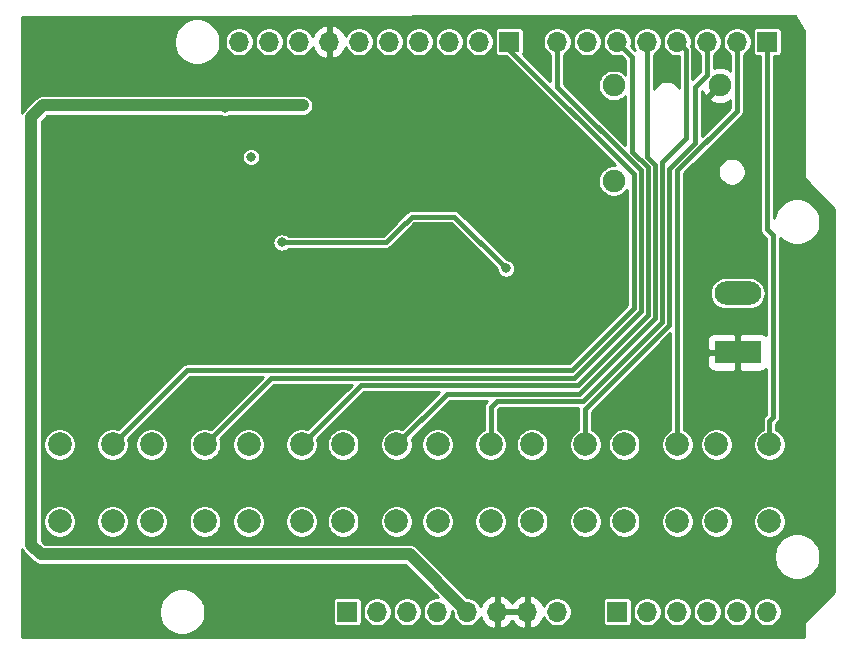
<source format=gbr>
%TF.GenerationSoftware,KiCad,Pcbnew,(5.1.10)-1*%
%TF.CreationDate,2022-04-08T18:55:06+02:00*%
%TF.ProjectId,shield_Arduino,73686965-6c64-45f4-9172-6475696e6f2e,rev?*%
%TF.SameCoordinates,Original*%
%TF.FileFunction,Copper,L2,Bot*%
%TF.FilePolarity,Positive*%
%FSLAX46Y46*%
G04 Gerber Fmt 4.6, Leading zero omitted, Abs format (unit mm)*
G04 Created by KiCad (PCBNEW (5.1.10)-1) date 2022-04-08 18:55:06*
%MOMM*%
%LPD*%
G01*
G04 APERTURE LIST*
%TA.AperFunction,ComponentPad*%
%ADD10C,2.000000*%
%TD*%
%TA.AperFunction,ComponentPad*%
%ADD11O,3.960000X1.980000*%
%TD*%
%TA.AperFunction,ComponentPad*%
%ADD12R,3.960000X1.980000*%
%TD*%
%TA.AperFunction,ComponentPad*%
%ADD13C,1.900000*%
%TD*%
%TA.AperFunction,ComponentPad*%
%ADD14O,1.700000X1.700000*%
%TD*%
%TA.AperFunction,ComponentPad*%
%ADD15R,1.700000X1.700000*%
%TD*%
%TA.AperFunction,ViaPad*%
%ADD16C,0.800000*%
%TD*%
%TA.AperFunction,Conductor*%
%ADD17C,0.400000*%
%TD*%
%TA.AperFunction,Conductor*%
%ADD18C,1.000000*%
%TD*%
%TA.AperFunction,Conductor*%
%ADD19C,0.254000*%
%TD*%
%TA.AperFunction,Conductor*%
%ADD20C,0.100000*%
%TD*%
G04 APERTURE END LIST*
D10*
%TO.P,SW1,1*%
%TO.N,Net-(D2-Pad2)*%
X105200000Y-138240000D03*
%TO.P,SW1,2*%
%TO.N,BTN_8*%
X109700000Y-138240000D03*
%TO.P,SW1,1*%
%TO.N,Net-(D2-Pad2)*%
X105200000Y-144740000D03*
%TO.P,SW1,2*%
%TO.N,BTN_8*%
X109700000Y-144740000D03*
%TD*%
D11*
%TO.P,LS1,2*%
%TO.N,Net-(J5-PadTN)*%
X162600000Y-125440000D03*
D12*
%TO.P,LS1,1*%
%TO.N,GND*%
X162600000Y-130440000D03*
%TD*%
D10*
%TO.P,SW8,1*%
%TO.N,Net-(D9-Pad2)*%
X160800000Y-138240000D03*
%TO.P,SW8,2*%
%TO.N,BTN_1*%
X165300000Y-138240000D03*
%TO.P,SW8,1*%
%TO.N,Net-(D9-Pad2)*%
X160800000Y-144740000D03*
%TO.P,SW8,2*%
%TO.N,BTN_1*%
X165300000Y-144740000D03*
%TD*%
%TO.P,SW7,1*%
%TO.N,Net-(D8-Pad2)*%
X153000000Y-138240000D03*
%TO.P,SW7,2*%
%TO.N,BTN_2*%
X157500000Y-138240000D03*
%TO.P,SW7,1*%
%TO.N,Net-(D8-Pad2)*%
X153000000Y-144740000D03*
%TO.P,SW7,2*%
%TO.N,BTN_2*%
X157500000Y-144740000D03*
%TD*%
%TO.P,SW6,1*%
%TO.N,Net-(D7-Pad2)*%
X145200000Y-138240000D03*
%TO.P,SW6,2*%
%TO.N,BTN_3*%
X149700000Y-138240000D03*
%TO.P,SW6,1*%
%TO.N,Net-(D7-Pad2)*%
X145200000Y-144740000D03*
%TO.P,SW6,2*%
%TO.N,BTN_3*%
X149700000Y-144740000D03*
%TD*%
%TO.P,SW5,1*%
%TO.N,Net-(D6-Pad2)*%
X137200000Y-138240000D03*
%TO.P,SW5,2*%
%TO.N,BTN_4*%
X141700000Y-138240000D03*
%TO.P,SW5,1*%
%TO.N,Net-(D6-Pad2)*%
X137200000Y-144740000D03*
%TO.P,SW5,2*%
%TO.N,BTN_4*%
X141700000Y-144740000D03*
%TD*%
%TO.P,SW4,1*%
%TO.N,Net-(D5-Pad2)*%
X129200000Y-138240000D03*
%TO.P,SW4,2*%
%TO.N,BTN_5*%
X133700000Y-138240000D03*
%TO.P,SW4,1*%
%TO.N,Net-(D5-Pad2)*%
X129200000Y-144740000D03*
%TO.P,SW4,2*%
%TO.N,BTN_5*%
X133700000Y-144740000D03*
%TD*%
%TO.P,SW3,1*%
%TO.N,Net-(D4-Pad2)*%
X121200000Y-138240000D03*
%TO.P,SW3,2*%
%TO.N,BTN_6*%
X125700000Y-138240000D03*
%TO.P,SW3,1*%
%TO.N,Net-(D4-Pad2)*%
X121200000Y-144740000D03*
%TO.P,SW3,2*%
%TO.N,BTN_6*%
X125700000Y-144740000D03*
%TD*%
%TO.P,SW2,1*%
%TO.N,Net-(D3-Pad2)*%
X113000000Y-138240000D03*
%TO.P,SW2,2*%
%TO.N,BTN_7*%
X117500000Y-138240000D03*
%TO.P,SW2,1*%
%TO.N,Net-(D3-Pad2)*%
X113000000Y-144740000D03*
%TO.P,SW2,2*%
%TO.N,BTN_7*%
X117500000Y-144740000D03*
%TD*%
D13*
%TO.P,J5,T*%
%TO.N,Net-(J5-PadT)*%
X152100000Y-115940000D03*
%TO.P,J5,TN*%
%TO.N,Net-(J5-PadTN)*%
X152100000Y-107840000D03*
%TO.P,J5,S*%
%TO.N,GND*%
X161100000Y-107840000D03*
%TD*%
D14*
%TO.P,J4,8*%
%TO.N,Net-(J4-Pad8)*%
X147320000Y-152400000D03*
%TO.P,J4,7*%
%TO.N,GND*%
X144780000Y-152400000D03*
%TO.P,J4,6*%
X142240000Y-152400000D03*
%TO.P,J4,5*%
%TO.N,+5V*%
X139700000Y-152400000D03*
%TO.P,J4,4*%
%TO.N,Net-(J4-Pad4)*%
X137160000Y-152400000D03*
%TO.P,J4,3*%
%TO.N,Net-(J4-Pad3)*%
X134620000Y-152400000D03*
%TO.P,J4,2*%
%TO.N,Net-(J4-Pad2)*%
X132080000Y-152400000D03*
D15*
%TO.P,J4,1*%
%TO.N,Net-(J4-Pad1)*%
X129540000Y-152400000D03*
%TD*%
D14*
%TO.P,J3,6*%
%TO.N,Net-(J3-Pad6)*%
X165100000Y-152400000D03*
%TO.P,J3,5*%
%TO.N,Net-(J3-Pad5)*%
X162560000Y-152400000D03*
%TO.P,J3,4*%
%TO.N,Net-(J3-Pad4)*%
X160020000Y-152400000D03*
%TO.P,J3,3*%
%TO.N,Net-(J3-Pad3)*%
X157480000Y-152400000D03*
%TO.P,J3,2*%
%TO.N,Net-(J3-Pad2)*%
X154940000Y-152400000D03*
D15*
%TO.P,J3,1*%
%TO.N,Net-(J3-Pad1)*%
X152400000Y-152400000D03*
%TD*%
D14*
%TO.P,J2,8*%
%TO.N,BTN_7*%
X147320000Y-104140000D03*
%TO.P,J2,7*%
%TO.N,AUDIO_PWM*%
X149860000Y-104140000D03*
%TO.P,J2,6*%
%TO.N,BTN_6*%
X152400000Y-104140000D03*
%TO.P,J2,5*%
%TO.N,BTN_5*%
X154940000Y-104140000D03*
%TO.P,J2,4*%
%TO.N,BTN_4*%
X157480000Y-104140000D03*
%TO.P,J2,3*%
%TO.N,BTN_3*%
X160020000Y-104140000D03*
%TO.P,J2,2*%
%TO.N,BTN_2*%
X162560000Y-104140000D03*
D15*
%TO.P,J2,1*%
%TO.N,BTN_1*%
X165100000Y-104140000D03*
%TD*%
D14*
%TO.P,J1,10*%
%TO.N,Net-(J1-Pad10)*%
X120396000Y-104140000D03*
%TO.P,J1,9*%
%TO.N,Net-(J1-Pad9)*%
X122936000Y-104140000D03*
%TO.P,J1,8*%
%TO.N,Net-(J1-Pad8)*%
X125476000Y-104140000D03*
%TO.P,J1,7*%
%TO.N,GND*%
X128016000Y-104140000D03*
%TO.P,J1,6*%
%TO.N,Net-(J1-Pad6)*%
X130556000Y-104140000D03*
%TO.P,J1,5*%
%TO.N,Net-(J1-Pad5)*%
X133096000Y-104140000D03*
%TO.P,J1,4*%
%TO.N,Net-(J1-Pad4)*%
X135636000Y-104140000D03*
%TO.P,J1,3*%
%TO.N,Net-(J1-Pad3)*%
X138176000Y-104140000D03*
%TO.P,J1,2*%
%TO.N,Net-(J1-Pad2)*%
X140716000Y-104140000D03*
D15*
%TO.P,J1,1*%
%TO.N,BTN_8*%
X143256000Y-104140000D03*
%TD*%
D16*
%TO.N,GND*%
X152650000Y-118490000D03*
X152600000Y-119940000D03*
X152600000Y-121590000D03*
X159050000Y-120040000D03*
X159100000Y-121590000D03*
X159050000Y-123290000D03*
X105200000Y-111240000D03*
X103200000Y-107840000D03*
X115050000Y-107390000D03*
X114650000Y-113640000D03*
X121900000Y-107240000D03*
X129800000Y-110990000D03*
X133350000Y-109490000D03*
X136750000Y-114340000D03*
X136900000Y-110090000D03*
X142700000Y-116240000D03*
X146200000Y-116140000D03*
X140000000Y-116740000D03*
X140550000Y-119040000D03*
X131250000Y-115640000D03*
X134700000Y-115490000D03*
X129350000Y-119890000D03*
X129300000Y-122190000D03*
X132450000Y-119690000D03*
X167750000Y-122690000D03*
X163900000Y-122790000D03*
X135350000Y-134390000D03*
X134550000Y-130590000D03*
X139250000Y-136690000D03*
X139450000Y-129990000D03*
X143650000Y-135690000D03*
X143650000Y-130140000D03*
X151950000Y-134540000D03*
X148200000Y-129740000D03*
X155850000Y-130890000D03*
X151000000Y-126840000D03*
X142600000Y-110990000D03*
X108450000Y-141440000D03*
X111300000Y-141440000D03*
X114550000Y-141440000D03*
X119400000Y-141540000D03*
X123350000Y-141440000D03*
X127500000Y-141490000D03*
X131150000Y-141540000D03*
X135250000Y-141540000D03*
X139300000Y-141540000D03*
X143300000Y-141540000D03*
X147150000Y-141490000D03*
X151450000Y-141490000D03*
X155250000Y-141690000D03*
X159150000Y-141540000D03*
X163050000Y-141490000D03*
X166800000Y-141540000D03*
%TO.N,Net-(C2-Pad1)*%
X143000000Y-123340000D03*
X124000000Y-121140000D03*
%TO.N,+5V*%
X125600000Y-109540000D03*
X124200000Y-109540000D03*
X122600000Y-109540000D03*
X119200000Y-109740000D03*
X102799999Y-141590001D03*
%TO.N,BTN_1*%
X165300000Y-138240000D03*
%TO.N,BTN_8*%
X109700000Y-138240000D03*
%TO.N,AUDIO_PWM*%
X121400000Y-113890000D03*
%TO.N,BTN_6*%
X125700000Y-138240000D03*
%TO.N,BTN_5*%
X133700000Y-138240000D03*
%TO.N,BTN_4*%
X141700000Y-138240000D03*
%TO.N,BTN_3*%
X149700000Y-138240000D03*
%TO.N,BTN_2*%
X157500000Y-138240000D03*
%TD*%
D17*
%TO.N,Net-(C2-Pad1)*%
X124000000Y-121140000D02*
X124000000Y-121140000D01*
X132800000Y-121140000D02*
X133950000Y-119990000D01*
X135000000Y-118940000D02*
X138600000Y-118940000D01*
X138600000Y-118940000D02*
X143000000Y-123340000D01*
X143000000Y-123340000D02*
X143000000Y-123340000D01*
X124000000Y-121140000D02*
X132800000Y-121140000D01*
X133950000Y-119990000D02*
X135000000Y-118940000D01*
D18*
%TO.N,+5V*%
X139700000Y-152400000D02*
X134840000Y-147540000D01*
X102799999Y-146739999D02*
X102799999Y-141590001D01*
X103600000Y-147540000D02*
X102799999Y-146739999D01*
X134840000Y-147540000D02*
X103600000Y-147540000D01*
X102799999Y-110540001D02*
X103800000Y-109540000D01*
X103800000Y-109540000D02*
X122600000Y-109540000D01*
X125600000Y-109540000D02*
X125800000Y-109540000D01*
X124200000Y-109540000D02*
X125600000Y-109540000D01*
X122600000Y-109540000D02*
X124200000Y-109540000D01*
X102799999Y-141590001D02*
X102799999Y-110540001D01*
D17*
%TO.N,BTN_1*%
X165100000Y-120040000D02*
X165100000Y-104140000D01*
X165600000Y-120540000D02*
X165100000Y-120040000D01*
X165600000Y-135940000D02*
X165600000Y-120540000D01*
X165300000Y-136240000D02*
X165600000Y-135940000D01*
X165300000Y-138240000D02*
X165300000Y-136240000D01*
%TO.N,BTN_8*%
X143256000Y-104829998D02*
X143256000Y-104140000D01*
X153799951Y-115373949D02*
X143256000Y-104829998D01*
X153799951Y-126691507D02*
X153799951Y-115373949D01*
X148551458Y-131940000D02*
X153799951Y-126691507D01*
X116000000Y-131940000D02*
X148551458Y-131940000D01*
X109700000Y-138240000D02*
X116000000Y-131940000D01*
%TO.N,BTN_7*%
X117500000Y-138240000D02*
X117625000Y-138115000D01*
X148724291Y-132615709D02*
X154399961Y-126940039D01*
X123124291Y-132615709D02*
X148724291Y-132615709D01*
X147320000Y-107957102D02*
X147320000Y-104140000D01*
X154399961Y-115037063D02*
X147320000Y-107957102D01*
X154399961Y-126940039D02*
X154399961Y-115037063D01*
X117625000Y-138115000D02*
X123124291Y-132615709D01*
%TO.N,BTN_6*%
X153689999Y-105429999D02*
X152400000Y-104140000D01*
X153689999Y-113478559D02*
X153689999Y-105429999D01*
X154999971Y-114788531D02*
X153689999Y-113478559D01*
X154999971Y-127291487D02*
X154999971Y-114788531D01*
X149075739Y-133215719D02*
X154999971Y-127291487D01*
X130724281Y-133215719D02*
X149075739Y-133215719D01*
X125700000Y-138240000D02*
X125700000Y-138240000D01*
X125700000Y-138240000D02*
X130724281Y-133215719D01*
%TO.N,BTN_5*%
X154940000Y-104140000D02*
X154940000Y-113880018D01*
X154940000Y-113880018D02*
X155599981Y-114540000D01*
X155599981Y-114540000D02*
X155599981Y-127540019D01*
X138000010Y-133939990D02*
X133700000Y-138240000D01*
X149200010Y-133939990D02*
X138000010Y-133939990D01*
X155599981Y-127540019D02*
X149200010Y-133939990D01*
%TO.N,BTN_4*%
X156199991Y-114290009D02*
X158200000Y-112290000D01*
X156199990Y-127891468D02*
X156199991Y-114290009D01*
X158200000Y-112290000D02*
X158200000Y-104860000D01*
X149551458Y-134540000D02*
X156199990Y-127891468D01*
X142200000Y-134540000D02*
X149551458Y-134540000D01*
X141700000Y-135040000D02*
X142200000Y-134540000D01*
X158200000Y-104860000D02*
X157480000Y-104140000D01*
X141700000Y-138240000D02*
X141700000Y-135040000D01*
%TO.N,BTN_3*%
X160020000Y-106921998D02*
X159000000Y-107941998D01*
X160020000Y-104140000D02*
X160020000Y-106921998D01*
X159000000Y-112691458D02*
X156800000Y-114891458D01*
X159000000Y-107941998D02*
X159000000Y-112691458D01*
X156800000Y-114891458D02*
X156800000Y-128140000D01*
X149700000Y-135240000D02*
X149700000Y-138240000D01*
X156800000Y-128140000D02*
X149700000Y-135240000D01*
%TO.N,BTN_2*%
X162560000Y-104140000D02*
X162560000Y-109980000D01*
X157500000Y-115040000D02*
X157500000Y-138240000D01*
X162560000Y-109980000D02*
X157500000Y-115040000D01*
X157500000Y-138240000D02*
X157500000Y-138240000D01*
%TD*%
D19*
%TO.N,GND*%
X168250001Y-103249298D02*
X168250000Y-115550067D01*
X168248037Y-115570000D01*
X168250000Y-115589933D01*
X168250000Y-115589940D01*
X168255875Y-115649589D01*
X168279090Y-115726120D01*
X168316790Y-115796652D01*
X168367526Y-115858474D01*
X168383024Y-115871193D01*
X170790001Y-118278172D01*
X170790000Y-150702749D01*
X168383020Y-153109731D01*
X168367527Y-153122446D01*
X168316791Y-153184267D01*
X168298827Y-153217875D01*
X168279091Y-153254799D01*
X168255875Y-153331331D01*
X168248037Y-153410920D01*
X168250001Y-153430863D01*
X168250000Y-154534000D01*
X102006000Y-154534000D01*
X102006000Y-152204889D01*
X113589000Y-152204889D01*
X113589000Y-152595111D01*
X113665129Y-152977836D01*
X113814461Y-153338355D01*
X114031257Y-153662814D01*
X114307186Y-153938743D01*
X114631645Y-154155539D01*
X114992164Y-154304871D01*
X115374889Y-154381000D01*
X115765111Y-154381000D01*
X116147836Y-154304871D01*
X116508355Y-154155539D01*
X116832814Y-153938743D01*
X117108743Y-153662814D01*
X117325539Y-153338355D01*
X117474871Y-152977836D01*
X117551000Y-152595111D01*
X117551000Y-152204889D01*
X117474871Y-151822164D01*
X117362137Y-151550000D01*
X128307157Y-151550000D01*
X128307157Y-153250000D01*
X128314513Y-153324689D01*
X128336299Y-153396508D01*
X128371678Y-153462696D01*
X128419289Y-153520711D01*
X128477304Y-153568322D01*
X128543492Y-153603701D01*
X128615311Y-153625487D01*
X128690000Y-153632843D01*
X130390000Y-153632843D01*
X130464689Y-153625487D01*
X130536508Y-153603701D01*
X130602696Y-153568322D01*
X130660711Y-153520711D01*
X130708322Y-153462696D01*
X130743701Y-153396508D01*
X130765487Y-153324689D01*
X130772843Y-153250000D01*
X130772843Y-152278757D01*
X130849000Y-152278757D01*
X130849000Y-152521243D01*
X130896307Y-152759069D01*
X130989102Y-152983097D01*
X131123820Y-153184717D01*
X131295283Y-153356180D01*
X131496903Y-153490898D01*
X131720931Y-153583693D01*
X131958757Y-153631000D01*
X132201243Y-153631000D01*
X132439069Y-153583693D01*
X132663097Y-153490898D01*
X132864717Y-153356180D01*
X133036180Y-153184717D01*
X133170898Y-152983097D01*
X133263693Y-152759069D01*
X133311000Y-152521243D01*
X133311000Y-152278757D01*
X133389000Y-152278757D01*
X133389000Y-152521243D01*
X133436307Y-152759069D01*
X133529102Y-152983097D01*
X133663820Y-153184717D01*
X133835283Y-153356180D01*
X134036903Y-153490898D01*
X134260931Y-153583693D01*
X134498757Y-153631000D01*
X134741243Y-153631000D01*
X134979069Y-153583693D01*
X135203097Y-153490898D01*
X135404717Y-153356180D01*
X135576180Y-153184717D01*
X135710898Y-152983097D01*
X135803693Y-152759069D01*
X135851000Y-152521243D01*
X135851000Y-152278757D01*
X135803693Y-152040931D01*
X135710898Y-151816903D01*
X135576180Y-151615283D01*
X135404717Y-151443820D01*
X135203097Y-151309102D01*
X134979069Y-151216307D01*
X134741243Y-151169000D01*
X134498757Y-151169000D01*
X134260931Y-151216307D01*
X134036903Y-151309102D01*
X133835283Y-151443820D01*
X133663820Y-151615283D01*
X133529102Y-151816903D01*
X133436307Y-152040931D01*
X133389000Y-152278757D01*
X133311000Y-152278757D01*
X133263693Y-152040931D01*
X133170898Y-151816903D01*
X133036180Y-151615283D01*
X132864717Y-151443820D01*
X132663097Y-151309102D01*
X132439069Y-151216307D01*
X132201243Y-151169000D01*
X131958757Y-151169000D01*
X131720931Y-151216307D01*
X131496903Y-151309102D01*
X131295283Y-151443820D01*
X131123820Y-151615283D01*
X130989102Y-151816903D01*
X130896307Y-152040931D01*
X130849000Y-152278757D01*
X130772843Y-152278757D01*
X130772843Y-151550000D01*
X130765487Y-151475311D01*
X130743701Y-151403492D01*
X130708322Y-151337304D01*
X130660711Y-151279289D01*
X130602696Y-151231678D01*
X130536508Y-151196299D01*
X130464689Y-151174513D01*
X130390000Y-151167157D01*
X128690000Y-151167157D01*
X128615311Y-151174513D01*
X128543492Y-151196299D01*
X128477304Y-151231678D01*
X128419289Y-151279289D01*
X128371678Y-151337304D01*
X128336299Y-151403492D01*
X128314513Y-151475311D01*
X128307157Y-151550000D01*
X117362137Y-151550000D01*
X117325539Y-151461645D01*
X117108743Y-151137186D01*
X116832814Y-150861257D01*
X116508355Y-150644461D01*
X116147836Y-150495129D01*
X115765111Y-150419000D01*
X115374889Y-150419000D01*
X114992164Y-150495129D01*
X114631645Y-150644461D01*
X114307186Y-150861257D01*
X114031257Y-151137186D01*
X113814461Y-151461645D01*
X113665129Y-151822164D01*
X113589000Y-152204889D01*
X102006000Y-152204889D01*
X102006000Y-147123442D01*
X102063931Y-147231824D01*
X102101020Y-147277016D01*
X102174024Y-147365974D01*
X102207643Y-147393564D01*
X102946439Y-148132360D01*
X102974025Y-148165975D01*
X103007637Y-148193559D01*
X103108174Y-148276068D01*
X103148900Y-148297836D01*
X103261225Y-148357875D01*
X103427294Y-148408252D01*
X103556727Y-148421000D01*
X103556729Y-148421000D01*
X103599999Y-148425262D01*
X103643269Y-148421000D01*
X134475079Y-148421000D01*
X137223078Y-151169000D01*
X137038757Y-151169000D01*
X136800931Y-151216307D01*
X136576903Y-151309102D01*
X136375283Y-151443820D01*
X136203820Y-151615283D01*
X136069102Y-151816903D01*
X135976307Y-152040931D01*
X135929000Y-152278757D01*
X135929000Y-152521243D01*
X135976307Y-152759069D01*
X136069102Y-152983097D01*
X136203820Y-153184717D01*
X136375283Y-153356180D01*
X136576903Y-153490898D01*
X136800931Y-153583693D01*
X137038757Y-153631000D01*
X137281243Y-153631000D01*
X137519069Y-153583693D01*
X137743097Y-153490898D01*
X137944717Y-153356180D01*
X138116180Y-153184717D01*
X138250898Y-152983097D01*
X138343693Y-152759069D01*
X138391000Y-152521243D01*
X138391000Y-152336922D01*
X138469000Y-152414922D01*
X138469000Y-152521243D01*
X138516307Y-152759069D01*
X138609102Y-152983097D01*
X138743820Y-153184717D01*
X138915283Y-153356180D01*
X139116903Y-153490898D01*
X139340931Y-153583693D01*
X139578757Y-153631000D01*
X139821243Y-153631000D01*
X140059069Y-153583693D01*
X140283097Y-153490898D01*
X140484717Y-153356180D01*
X140656180Y-153184717D01*
X140790898Y-152983097D01*
X140838228Y-152868832D01*
X140895843Y-153031252D01*
X141044822Y-153281355D01*
X141239731Y-153497588D01*
X141473080Y-153671641D01*
X141735901Y-153796825D01*
X141883110Y-153841476D01*
X142113000Y-153720155D01*
X142113000Y-152527000D01*
X142367000Y-152527000D01*
X142367000Y-153720155D01*
X142596890Y-153841476D01*
X142744099Y-153796825D01*
X143006920Y-153671641D01*
X143240269Y-153497588D01*
X143435178Y-153281355D01*
X143510000Y-153155745D01*
X143584822Y-153281355D01*
X143779731Y-153497588D01*
X144013080Y-153671641D01*
X144275901Y-153796825D01*
X144423110Y-153841476D01*
X144653000Y-153720155D01*
X144653000Y-152527000D01*
X142367000Y-152527000D01*
X142113000Y-152527000D01*
X142093000Y-152527000D01*
X142093000Y-152273000D01*
X142113000Y-152273000D01*
X142113000Y-151079845D01*
X142367000Y-151079845D01*
X142367000Y-152273000D01*
X144653000Y-152273000D01*
X144653000Y-151079845D01*
X144907000Y-151079845D01*
X144907000Y-152273000D01*
X144927000Y-152273000D01*
X144927000Y-152527000D01*
X144907000Y-152527000D01*
X144907000Y-153720155D01*
X145136890Y-153841476D01*
X145284099Y-153796825D01*
X145546920Y-153671641D01*
X145780269Y-153497588D01*
X145975178Y-153281355D01*
X146124157Y-153031252D01*
X146181772Y-152868832D01*
X146229102Y-152983097D01*
X146363820Y-153184717D01*
X146535283Y-153356180D01*
X146736903Y-153490898D01*
X146960931Y-153583693D01*
X147198757Y-153631000D01*
X147441243Y-153631000D01*
X147679069Y-153583693D01*
X147903097Y-153490898D01*
X148104717Y-153356180D01*
X148276180Y-153184717D01*
X148410898Y-152983097D01*
X148503693Y-152759069D01*
X148551000Y-152521243D01*
X148551000Y-152278757D01*
X148503693Y-152040931D01*
X148410898Y-151816903D01*
X148276180Y-151615283D01*
X148210897Y-151550000D01*
X151167157Y-151550000D01*
X151167157Y-153250000D01*
X151174513Y-153324689D01*
X151196299Y-153396508D01*
X151231678Y-153462696D01*
X151279289Y-153520711D01*
X151337304Y-153568322D01*
X151403492Y-153603701D01*
X151475311Y-153625487D01*
X151550000Y-153632843D01*
X153250000Y-153632843D01*
X153324689Y-153625487D01*
X153396508Y-153603701D01*
X153462696Y-153568322D01*
X153520711Y-153520711D01*
X153568322Y-153462696D01*
X153603701Y-153396508D01*
X153625487Y-153324689D01*
X153632843Y-153250000D01*
X153632843Y-152278757D01*
X153709000Y-152278757D01*
X153709000Y-152521243D01*
X153756307Y-152759069D01*
X153849102Y-152983097D01*
X153983820Y-153184717D01*
X154155283Y-153356180D01*
X154356903Y-153490898D01*
X154580931Y-153583693D01*
X154818757Y-153631000D01*
X155061243Y-153631000D01*
X155299069Y-153583693D01*
X155523097Y-153490898D01*
X155724717Y-153356180D01*
X155896180Y-153184717D01*
X156030898Y-152983097D01*
X156123693Y-152759069D01*
X156171000Y-152521243D01*
X156171000Y-152278757D01*
X156249000Y-152278757D01*
X156249000Y-152521243D01*
X156296307Y-152759069D01*
X156389102Y-152983097D01*
X156523820Y-153184717D01*
X156695283Y-153356180D01*
X156896903Y-153490898D01*
X157120931Y-153583693D01*
X157358757Y-153631000D01*
X157601243Y-153631000D01*
X157839069Y-153583693D01*
X158063097Y-153490898D01*
X158264717Y-153356180D01*
X158436180Y-153184717D01*
X158570898Y-152983097D01*
X158663693Y-152759069D01*
X158711000Y-152521243D01*
X158711000Y-152278757D01*
X158789000Y-152278757D01*
X158789000Y-152521243D01*
X158836307Y-152759069D01*
X158929102Y-152983097D01*
X159063820Y-153184717D01*
X159235283Y-153356180D01*
X159436903Y-153490898D01*
X159660931Y-153583693D01*
X159898757Y-153631000D01*
X160141243Y-153631000D01*
X160379069Y-153583693D01*
X160603097Y-153490898D01*
X160804717Y-153356180D01*
X160976180Y-153184717D01*
X161110898Y-152983097D01*
X161203693Y-152759069D01*
X161251000Y-152521243D01*
X161251000Y-152278757D01*
X161329000Y-152278757D01*
X161329000Y-152521243D01*
X161376307Y-152759069D01*
X161469102Y-152983097D01*
X161603820Y-153184717D01*
X161775283Y-153356180D01*
X161976903Y-153490898D01*
X162200931Y-153583693D01*
X162438757Y-153631000D01*
X162681243Y-153631000D01*
X162919069Y-153583693D01*
X163143097Y-153490898D01*
X163344717Y-153356180D01*
X163516180Y-153184717D01*
X163650898Y-152983097D01*
X163743693Y-152759069D01*
X163791000Y-152521243D01*
X163791000Y-152278757D01*
X163869000Y-152278757D01*
X163869000Y-152521243D01*
X163916307Y-152759069D01*
X164009102Y-152983097D01*
X164143820Y-153184717D01*
X164315283Y-153356180D01*
X164516903Y-153490898D01*
X164740931Y-153583693D01*
X164978757Y-153631000D01*
X165221243Y-153631000D01*
X165459069Y-153583693D01*
X165683097Y-153490898D01*
X165884717Y-153356180D01*
X166056180Y-153184717D01*
X166190898Y-152983097D01*
X166283693Y-152759069D01*
X166331000Y-152521243D01*
X166331000Y-152278757D01*
X166283693Y-152040931D01*
X166190898Y-151816903D01*
X166056180Y-151615283D01*
X165884717Y-151443820D01*
X165683097Y-151309102D01*
X165459069Y-151216307D01*
X165221243Y-151169000D01*
X164978757Y-151169000D01*
X164740931Y-151216307D01*
X164516903Y-151309102D01*
X164315283Y-151443820D01*
X164143820Y-151615283D01*
X164009102Y-151816903D01*
X163916307Y-152040931D01*
X163869000Y-152278757D01*
X163791000Y-152278757D01*
X163743693Y-152040931D01*
X163650898Y-151816903D01*
X163516180Y-151615283D01*
X163344717Y-151443820D01*
X163143097Y-151309102D01*
X162919069Y-151216307D01*
X162681243Y-151169000D01*
X162438757Y-151169000D01*
X162200931Y-151216307D01*
X161976903Y-151309102D01*
X161775283Y-151443820D01*
X161603820Y-151615283D01*
X161469102Y-151816903D01*
X161376307Y-152040931D01*
X161329000Y-152278757D01*
X161251000Y-152278757D01*
X161203693Y-152040931D01*
X161110898Y-151816903D01*
X160976180Y-151615283D01*
X160804717Y-151443820D01*
X160603097Y-151309102D01*
X160379069Y-151216307D01*
X160141243Y-151169000D01*
X159898757Y-151169000D01*
X159660931Y-151216307D01*
X159436903Y-151309102D01*
X159235283Y-151443820D01*
X159063820Y-151615283D01*
X158929102Y-151816903D01*
X158836307Y-152040931D01*
X158789000Y-152278757D01*
X158711000Y-152278757D01*
X158663693Y-152040931D01*
X158570898Y-151816903D01*
X158436180Y-151615283D01*
X158264717Y-151443820D01*
X158063097Y-151309102D01*
X157839069Y-151216307D01*
X157601243Y-151169000D01*
X157358757Y-151169000D01*
X157120931Y-151216307D01*
X156896903Y-151309102D01*
X156695283Y-151443820D01*
X156523820Y-151615283D01*
X156389102Y-151816903D01*
X156296307Y-152040931D01*
X156249000Y-152278757D01*
X156171000Y-152278757D01*
X156123693Y-152040931D01*
X156030898Y-151816903D01*
X155896180Y-151615283D01*
X155724717Y-151443820D01*
X155523097Y-151309102D01*
X155299069Y-151216307D01*
X155061243Y-151169000D01*
X154818757Y-151169000D01*
X154580931Y-151216307D01*
X154356903Y-151309102D01*
X154155283Y-151443820D01*
X153983820Y-151615283D01*
X153849102Y-151816903D01*
X153756307Y-152040931D01*
X153709000Y-152278757D01*
X153632843Y-152278757D01*
X153632843Y-151550000D01*
X153625487Y-151475311D01*
X153603701Y-151403492D01*
X153568322Y-151337304D01*
X153520711Y-151279289D01*
X153462696Y-151231678D01*
X153396508Y-151196299D01*
X153324689Y-151174513D01*
X153250000Y-151167157D01*
X151550000Y-151167157D01*
X151475311Y-151174513D01*
X151403492Y-151196299D01*
X151337304Y-151231678D01*
X151279289Y-151279289D01*
X151231678Y-151337304D01*
X151196299Y-151403492D01*
X151174513Y-151475311D01*
X151167157Y-151550000D01*
X148210897Y-151550000D01*
X148104717Y-151443820D01*
X147903097Y-151309102D01*
X147679069Y-151216307D01*
X147441243Y-151169000D01*
X147198757Y-151169000D01*
X146960931Y-151216307D01*
X146736903Y-151309102D01*
X146535283Y-151443820D01*
X146363820Y-151615283D01*
X146229102Y-151816903D01*
X146181772Y-151931168D01*
X146124157Y-151768748D01*
X145975178Y-151518645D01*
X145780269Y-151302412D01*
X145546920Y-151128359D01*
X145284099Y-151003175D01*
X145136890Y-150958524D01*
X144907000Y-151079845D01*
X144653000Y-151079845D01*
X144423110Y-150958524D01*
X144275901Y-151003175D01*
X144013080Y-151128359D01*
X143779731Y-151302412D01*
X143584822Y-151518645D01*
X143510000Y-151644255D01*
X143435178Y-151518645D01*
X143240269Y-151302412D01*
X143006920Y-151128359D01*
X142744099Y-151003175D01*
X142596890Y-150958524D01*
X142367000Y-151079845D01*
X142113000Y-151079845D01*
X141883110Y-150958524D01*
X141735901Y-151003175D01*
X141473080Y-151128359D01*
X141239731Y-151302412D01*
X141044822Y-151518645D01*
X140895843Y-151768748D01*
X140838228Y-151931168D01*
X140790898Y-151816903D01*
X140656180Y-151615283D01*
X140484717Y-151443820D01*
X140283097Y-151309102D01*
X140059069Y-151216307D01*
X139821243Y-151169000D01*
X139714922Y-151169000D01*
X136070811Y-147524889D01*
X165659000Y-147524889D01*
X165659000Y-147915111D01*
X165735129Y-148297836D01*
X165884461Y-148658355D01*
X166101257Y-148982814D01*
X166377186Y-149258743D01*
X166701645Y-149475539D01*
X167062164Y-149624871D01*
X167444889Y-149701000D01*
X167835111Y-149701000D01*
X168217836Y-149624871D01*
X168578355Y-149475539D01*
X168902814Y-149258743D01*
X169178743Y-148982814D01*
X169395539Y-148658355D01*
X169544871Y-148297836D01*
X169621000Y-147915111D01*
X169621000Y-147524889D01*
X169544871Y-147142164D01*
X169395539Y-146781645D01*
X169178743Y-146457186D01*
X168902814Y-146181257D01*
X168578355Y-145964461D01*
X168217836Y-145815129D01*
X167835111Y-145739000D01*
X167444889Y-145739000D01*
X167062164Y-145815129D01*
X166701645Y-145964461D01*
X166377186Y-146181257D01*
X166101257Y-146457186D01*
X165884461Y-146781645D01*
X165735129Y-147142164D01*
X165659000Y-147524889D01*
X136070811Y-147524889D01*
X135493566Y-146947645D01*
X135465975Y-146914025D01*
X135331825Y-146803932D01*
X135178775Y-146722125D01*
X135012706Y-146671748D01*
X134883273Y-146659000D01*
X134883270Y-146659000D01*
X134840000Y-146654738D01*
X134796730Y-146659000D01*
X103964922Y-146659000D01*
X103680999Y-146375078D01*
X103680999Y-144603983D01*
X103819000Y-144603983D01*
X103819000Y-144876017D01*
X103872071Y-145142823D01*
X103976174Y-145394149D01*
X104127307Y-145620336D01*
X104319664Y-145812693D01*
X104545851Y-145963826D01*
X104797177Y-146067929D01*
X105063983Y-146121000D01*
X105336017Y-146121000D01*
X105602823Y-146067929D01*
X105854149Y-145963826D01*
X106080336Y-145812693D01*
X106272693Y-145620336D01*
X106423826Y-145394149D01*
X106527929Y-145142823D01*
X106581000Y-144876017D01*
X106581000Y-144603983D01*
X108319000Y-144603983D01*
X108319000Y-144876017D01*
X108372071Y-145142823D01*
X108476174Y-145394149D01*
X108627307Y-145620336D01*
X108819664Y-145812693D01*
X109045851Y-145963826D01*
X109297177Y-146067929D01*
X109563983Y-146121000D01*
X109836017Y-146121000D01*
X110102823Y-146067929D01*
X110354149Y-145963826D01*
X110580336Y-145812693D01*
X110772693Y-145620336D01*
X110923826Y-145394149D01*
X111027929Y-145142823D01*
X111081000Y-144876017D01*
X111081000Y-144603983D01*
X111619000Y-144603983D01*
X111619000Y-144876017D01*
X111672071Y-145142823D01*
X111776174Y-145394149D01*
X111927307Y-145620336D01*
X112119664Y-145812693D01*
X112345851Y-145963826D01*
X112597177Y-146067929D01*
X112863983Y-146121000D01*
X113136017Y-146121000D01*
X113402823Y-146067929D01*
X113654149Y-145963826D01*
X113880336Y-145812693D01*
X114072693Y-145620336D01*
X114223826Y-145394149D01*
X114327929Y-145142823D01*
X114381000Y-144876017D01*
X114381000Y-144603983D01*
X116119000Y-144603983D01*
X116119000Y-144876017D01*
X116172071Y-145142823D01*
X116276174Y-145394149D01*
X116427307Y-145620336D01*
X116619664Y-145812693D01*
X116845851Y-145963826D01*
X117097177Y-146067929D01*
X117363983Y-146121000D01*
X117636017Y-146121000D01*
X117902823Y-146067929D01*
X118154149Y-145963826D01*
X118380336Y-145812693D01*
X118572693Y-145620336D01*
X118723826Y-145394149D01*
X118827929Y-145142823D01*
X118881000Y-144876017D01*
X118881000Y-144603983D01*
X119819000Y-144603983D01*
X119819000Y-144876017D01*
X119872071Y-145142823D01*
X119976174Y-145394149D01*
X120127307Y-145620336D01*
X120319664Y-145812693D01*
X120545851Y-145963826D01*
X120797177Y-146067929D01*
X121063983Y-146121000D01*
X121336017Y-146121000D01*
X121602823Y-146067929D01*
X121854149Y-145963826D01*
X122080336Y-145812693D01*
X122272693Y-145620336D01*
X122423826Y-145394149D01*
X122527929Y-145142823D01*
X122581000Y-144876017D01*
X122581000Y-144603983D01*
X124319000Y-144603983D01*
X124319000Y-144876017D01*
X124372071Y-145142823D01*
X124476174Y-145394149D01*
X124627307Y-145620336D01*
X124819664Y-145812693D01*
X125045851Y-145963826D01*
X125297177Y-146067929D01*
X125563983Y-146121000D01*
X125836017Y-146121000D01*
X126102823Y-146067929D01*
X126354149Y-145963826D01*
X126580336Y-145812693D01*
X126772693Y-145620336D01*
X126923826Y-145394149D01*
X127027929Y-145142823D01*
X127081000Y-144876017D01*
X127081000Y-144603983D01*
X127819000Y-144603983D01*
X127819000Y-144876017D01*
X127872071Y-145142823D01*
X127976174Y-145394149D01*
X128127307Y-145620336D01*
X128319664Y-145812693D01*
X128545851Y-145963826D01*
X128797177Y-146067929D01*
X129063983Y-146121000D01*
X129336017Y-146121000D01*
X129602823Y-146067929D01*
X129854149Y-145963826D01*
X130080336Y-145812693D01*
X130272693Y-145620336D01*
X130423826Y-145394149D01*
X130527929Y-145142823D01*
X130581000Y-144876017D01*
X130581000Y-144603983D01*
X132319000Y-144603983D01*
X132319000Y-144876017D01*
X132372071Y-145142823D01*
X132476174Y-145394149D01*
X132627307Y-145620336D01*
X132819664Y-145812693D01*
X133045851Y-145963826D01*
X133297177Y-146067929D01*
X133563983Y-146121000D01*
X133836017Y-146121000D01*
X134102823Y-146067929D01*
X134354149Y-145963826D01*
X134580336Y-145812693D01*
X134772693Y-145620336D01*
X134923826Y-145394149D01*
X135027929Y-145142823D01*
X135081000Y-144876017D01*
X135081000Y-144603983D01*
X135819000Y-144603983D01*
X135819000Y-144876017D01*
X135872071Y-145142823D01*
X135976174Y-145394149D01*
X136127307Y-145620336D01*
X136319664Y-145812693D01*
X136545851Y-145963826D01*
X136797177Y-146067929D01*
X137063983Y-146121000D01*
X137336017Y-146121000D01*
X137602823Y-146067929D01*
X137854149Y-145963826D01*
X138080336Y-145812693D01*
X138272693Y-145620336D01*
X138423826Y-145394149D01*
X138527929Y-145142823D01*
X138581000Y-144876017D01*
X138581000Y-144603983D01*
X140319000Y-144603983D01*
X140319000Y-144876017D01*
X140372071Y-145142823D01*
X140476174Y-145394149D01*
X140627307Y-145620336D01*
X140819664Y-145812693D01*
X141045851Y-145963826D01*
X141297177Y-146067929D01*
X141563983Y-146121000D01*
X141836017Y-146121000D01*
X142102823Y-146067929D01*
X142354149Y-145963826D01*
X142580336Y-145812693D01*
X142772693Y-145620336D01*
X142923826Y-145394149D01*
X143027929Y-145142823D01*
X143081000Y-144876017D01*
X143081000Y-144603983D01*
X143819000Y-144603983D01*
X143819000Y-144876017D01*
X143872071Y-145142823D01*
X143976174Y-145394149D01*
X144127307Y-145620336D01*
X144319664Y-145812693D01*
X144545851Y-145963826D01*
X144797177Y-146067929D01*
X145063983Y-146121000D01*
X145336017Y-146121000D01*
X145602823Y-146067929D01*
X145854149Y-145963826D01*
X146080336Y-145812693D01*
X146272693Y-145620336D01*
X146423826Y-145394149D01*
X146527929Y-145142823D01*
X146581000Y-144876017D01*
X146581000Y-144603983D01*
X148319000Y-144603983D01*
X148319000Y-144876017D01*
X148372071Y-145142823D01*
X148476174Y-145394149D01*
X148627307Y-145620336D01*
X148819664Y-145812693D01*
X149045851Y-145963826D01*
X149297177Y-146067929D01*
X149563983Y-146121000D01*
X149836017Y-146121000D01*
X150102823Y-146067929D01*
X150354149Y-145963826D01*
X150580336Y-145812693D01*
X150772693Y-145620336D01*
X150923826Y-145394149D01*
X151027929Y-145142823D01*
X151081000Y-144876017D01*
X151081000Y-144603983D01*
X151619000Y-144603983D01*
X151619000Y-144876017D01*
X151672071Y-145142823D01*
X151776174Y-145394149D01*
X151927307Y-145620336D01*
X152119664Y-145812693D01*
X152345851Y-145963826D01*
X152597177Y-146067929D01*
X152863983Y-146121000D01*
X153136017Y-146121000D01*
X153402823Y-146067929D01*
X153654149Y-145963826D01*
X153880336Y-145812693D01*
X154072693Y-145620336D01*
X154223826Y-145394149D01*
X154327929Y-145142823D01*
X154381000Y-144876017D01*
X154381000Y-144603983D01*
X156119000Y-144603983D01*
X156119000Y-144876017D01*
X156172071Y-145142823D01*
X156276174Y-145394149D01*
X156427307Y-145620336D01*
X156619664Y-145812693D01*
X156845851Y-145963826D01*
X157097177Y-146067929D01*
X157363983Y-146121000D01*
X157636017Y-146121000D01*
X157902823Y-146067929D01*
X158154149Y-145963826D01*
X158380336Y-145812693D01*
X158572693Y-145620336D01*
X158723826Y-145394149D01*
X158827929Y-145142823D01*
X158881000Y-144876017D01*
X158881000Y-144603983D01*
X159419000Y-144603983D01*
X159419000Y-144876017D01*
X159472071Y-145142823D01*
X159576174Y-145394149D01*
X159727307Y-145620336D01*
X159919664Y-145812693D01*
X160145851Y-145963826D01*
X160397177Y-146067929D01*
X160663983Y-146121000D01*
X160936017Y-146121000D01*
X161202823Y-146067929D01*
X161454149Y-145963826D01*
X161680336Y-145812693D01*
X161872693Y-145620336D01*
X162023826Y-145394149D01*
X162127929Y-145142823D01*
X162181000Y-144876017D01*
X162181000Y-144603983D01*
X163919000Y-144603983D01*
X163919000Y-144876017D01*
X163972071Y-145142823D01*
X164076174Y-145394149D01*
X164227307Y-145620336D01*
X164419664Y-145812693D01*
X164645851Y-145963826D01*
X164897177Y-146067929D01*
X165163983Y-146121000D01*
X165436017Y-146121000D01*
X165702823Y-146067929D01*
X165954149Y-145963826D01*
X166180336Y-145812693D01*
X166372693Y-145620336D01*
X166523826Y-145394149D01*
X166627929Y-145142823D01*
X166681000Y-144876017D01*
X166681000Y-144603983D01*
X166627929Y-144337177D01*
X166523826Y-144085851D01*
X166372693Y-143859664D01*
X166180336Y-143667307D01*
X165954149Y-143516174D01*
X165702823Y-143412071D01*
X165436017Y-143359000D01*
X165163983Y-143359000D01*
X164897177Y-143412071D01*
X164645851Y-143516174D01*
X164419664Y-143667307D01*
X164227307Y-143859664D01*
X164076174Y-144085851D01*
X163972071Y-144337177D01*
X163919000Y-144603983D01*
X162181000Y-144603983D01*
X162127929Y-144337177D01*
X162023826Y-144085851D01*
X161872693Y-143859664D01*
X161680336Y-143667307D01*
X161454149Y-143516174D01*
X161202823Y-143412071D01*
X160936017Y-143359000D01*
X160663983Y-143359000D01*
X160397177Y-143412071D01*
X160145851Y-143516174D01*
X159919664Y-143667307D01*
X159727307Y-143859664D01*
X159576174Y-144085851D01*
X159472071Y-144337177D01*
X159419000Y-144603983D01*
X158881000Y-144603983D01*
X158827929Y-144337177D01*
X158723826Y-144085851D01*
X158572693Y-143859664D01*
X158380336Y-143667307D01*
X158154149Y-143516174D01*
X157902823Y-143412071D01*
X157636017Y-143359000D01*
X157363983Y-143359000D01*
X157097177Y-143412071D01*
X156845851Y-143516174D01*
X156619664Y-143667307D01*
X156427307Y-143859664D01*
X156276174Y-144085851D01*
X156172071Y-144337177D01*
X156119000Y-144603983D01*
X154381000Y-144603983D01*
X154327929Y-144337177D01*
X154223826Y-144085851D01*
X154072693Y-143859664D01*
X153880336Y-143667307D01*
X153654149Y-143516174D01*
X153402823Y-143412071D01*
X153136017Y-143359000D01*
X152863983Y-143359000D01*
X152597177Y-143412071D01*
X152345851Y-143516174D01*
X152119664Y-143667307D01*
X151927307Y-143859664D01*
X151776174Y-144085851D01*
X151672071Y-144337177D01*
X151619000Y-144603983D01*
X151081000Y-144603983D01*
X151027929Y-144337177D01*
X150923826Y-144085851D01*
X150772693Y-143859664D01*
X150580336Y-143667307D01*
X150354149Y-143516174D01*
X150102823Y-143412071D01*
X149836017Y-143359000D01*
X149563983Y-143359000D01*
X149297177Y-143412071D01*
X149045851Y-143516174D01*
X148819664Y-143667307D01*
X148627307Y-143859664D01*
X148476174Y-144085851D01*
X148372071Y-144337177D01*
X148319000Y-144603983D01*
X146581000Y-144603983D01*
X146527929Y-144337177D01*
X146423826Y-144085851D01*
X146272693Y-143859664D01*
X146080336Y-143667307D01*
X145854149Y-143516174D01*
X145602823Y-143412071D01*
X145336017Y-143359000D01*
X145063983Y-143359000D01*
X144797177Y-143412071D01*
X144545851Y-143516174D01*
X144319664Y-143667307D01*
X144127307Y-143859664D01*
X143976174Y-144085851D01*
X143872071Y-144337177D01*
X143819000Y-144603983D01*
X143081000Y-144603983D01*
X143027929Y-144337177D01*
X142923826Y-144085851D01*
X142772693Y-143859664D01*
X142580336Y-143667307D01*
X142354149Y-143516174D01*
X142102823Y-143412071D01*
X141836017Y-143359000D01*
X141563983Y-143359000D01*
X141297177Y-143412071D01*
X141045851Y-143516174D01*
X140819664Y-143667307D01*
X140627307Y-143859664D01*
X140476174Y-144085851D01*
X140372071Y-144337177D01*
X140319000Y-144603983D01*
X138581000Y-144603983D01*
X138527929Y-144337177D01*
X138423826Y-144085851D01*
X138272693Y-143859664D01*
X138080336Y-143667307D01*
X137854149Y-143516174D01*
X137602823Y-143412071D01*
X137336017Y-143359000D01*
X137063983Y-143359000D01*
X136797177Y-143412071D01*
X136545851Y-143516174D01*
X136319664Y-143667307D01*
X136127307Y-143859664D01*
X135976174Y-144085851D01*
X135872071Y-144337177D01*
X135819000Y-144603983D01*
X135081000Y-144603983D01*
X135027929Y-144337177D01*
X134923826Y-144085851D01*
X134772693Y-143859664D01*
X134580336Y-143667307D01*
X134354149Y-143516174D01*
X134102823Y-143412071D01*
X133836017Y-143359000D01*
X133563983Y-143359000D01*
X133297177Y-143412071D01*
X133045851Y-143516174D01*
X132819664Y-143667307D01*
X132627307Y-143859664D01*
X132476174Y-144085851D01*
X132372071Y-144337177D01*
X132319000Y-144603983D01*
X130581000Y-144603983D01*
X130527929Y-144337177D01*
X130423826Y-144085851D01*
X130272693Y-143859664D01*
X130080336Y-143667307D01*
X129854149Y-143516174D01*
X129602823Y-143412071D01*
X129336017Y-143359000D01*
X129063983Y-143359000D01*
X128797177Y-143412071D01*
X128545851Y-143516174D01*
X128319664Y-143667307D01*
X128127307Y-143859664D01*
X127976174Y-144085851D01*
X127872071Y-144337177D01*
X127819000Y-144603983D01*
X127081000Y-144603983D01*
X127027929Y-144337177D01*
X126923826Y-144085851D01*
X126772693Y-143859664D01*
X126580336Y-143667307D01*
X126354149Y-143516174D01*
X126102823Y-143412071D01*
X125836017Y-143359000D01*
X125563983Y-143359000D01*
X125297177Y-143412071D01*
X125045851Y-143516174D01*
X124819664Y-143667307D01*
X124627307Y-143859664D01*
X124476174Y-144085851D01*
X124372071Y-144337177D01*
X124319000Y-144603983D01*
X122581000Y-144603983D01*
X122527929Y-144337177D01*
X122423826Y-144085851D01*
X122272693Y-143859664D01*
X122080336Y-143667307D01*
X121854149Y-143516174D01*
X121602823Y-143412071D01*
X121336017Y-143359000D01*
X121063983Y-143359000D01*
X120797177Y-143412071D01*
X120545851Y-143516174D01*
X120319664Y-143667307D01*
X120127307Y-143859664D01*
X119976174Y-144085851D01*
X119872071Y-144337177D01*
X119819000Y-144603983D01*
X118881000Y-144603983D01*
X118827929Y-144337177D01*
X118723826Y-144085851D01*
X118572693Y-143859664D01*
X118380336Y-143667307D01*
X118154149Y-143516174D01*
X117902823Y-143412071D01*
X117636017Y-143359000D01*
X117363983Y-143359000D01*
X117097177Y-143412071D01*
X116845851Y-143516174D01*
X116619664Y-143667307D01*
X116427307Y-143859664D01*
X116276174Y-144085851D01*
X116172071Y-144337177D01*
X116119000Y-144603983D01*
X114381000Y-144603983D01*
X114327929Y-144337177D01*
X114223826Y-144085851D01*
X114072693Y-143859664D01*
X113880336Y-143667307D01*
X113654149Y-143516174D01*
X113402823Y-143412071D01*
X113136017Y-143359000D01*
X112863983Y-143359000D01*
X112597177Y-143412071D01*
X112345851Y-143516174D01*
X112119664Y-143667307D01*
X111927307Y-143859664D01*
X111776174Y-144085851D01*
X111672071Y-144337177D01*
X111619000Y-144603983D01*
X111081000Y-144603983D01*
X111027929Y-144337177D01*
X110923826Y-144085851D01*
X110772693Y-143859664D01*
X110580336Y-143667307D01*
X110354149Y-143516174D01*
X110102823Y-143412071D01*
X109836017Y-143359000D01*
X109563983Y-143359000D01*
X109297177Y-143412071D01*
X109045851Y-143516174D01*
X108819664Y-143667307D01*
X108627307Y-143859664D01*
X108476174Y-144085851D01*
X108372071Y-144337177D01*
X108319000Y-144603983D01*
X106581000Y-144603983D01*
X106527929Y-144337177D01*
X106423826Y-144085851D01*
X106272693Y-143859664D01*
X106080336Y-143667307D01*
X105854149Y-143516174D01*
X105602823Y-143412071D01*
X105336017Y-143359000D01*
X105063983Y-143359000D01*
X104797177Y-143412071D01*
X104545851Y-143516174D01*
X104319664Y-143667307D01*
X104127307Y-143859664D01*
X103976174Y-144085851D01*
X103872071Y-144337177D01*
X103819000Y-144603983D01*
X103680999Y-144603983D01*
X103680999Y-138103983D01*
X103819000Y-138103983D01*
X103819000Y-138376017D01*
X103872071Y-138642823D01*
X103976174Y-138894149D01*
X104127307Y-139120336D01*
X104319664Y-139312693D01*
X104545851Y-139463826D01*
X104797177Y-139567929D01*
X105063983Y-139621000D01*
X105336017Y-139621000D01*
X105602823Y-139567929D01*
X105854149Y-139463826D01*
X106080336Y-139312693D01*
X106272693Y-139120336D01*
X106423826Y-138894149D01*
X106527929Y-138642823D01*
X106581000Y-138376017D01*
X106581000Y-138103983D01*
X108319000Y-138103983D01*
X108319000Y-138376017D01*
X108372071Y-138642823D01*
X108476174Y-138894149D01*
X108627307Y-139120336D01*
X108819664Y-139312693D01*
X109045851Y-139463826D01*
X109297177Y-139567929D01*
X109563983Y-139621000D01*
X109836017Y-139621000D01*
X110102823Y-139567929D01*
X110354149Y-139463826D01*
X110580336Y-139312693D01*
X110772693Y-139120336D01*
X110923826Y-138894149D01*
X111027929Y-138642823D01*
X111081000Y-138376017D01*
X111081000Y-138103983D01*
X111619000Y-138103983D01*
X111619000Y-138376017D01*
X111672071Y-138642823D01*
X111776174Y-138894149D01*
X111927307Y-139120336D01*
X112119664Y-139312693D01*
X112345851Y-139463826D01*
X112597177Y-139567929D01*
X112863983Y-139621000D01*
X113136017Y-139621000D01*
X113402823Y-139567929D01*
X113654149Y-139463826D01*
X113880336Y-139312693D01*
X114072693Y-139120336D01*
X114223826Y-138894149D01*
X114327929Y-138642823D01*
X114381000Y-138376017D01*
X114381000Y-138103983D01*
X114327929Y-137837177D01*
X114223826Y-137585851D01*
X114072693Y-137359664D01*
X113880336Y-137167307D01*
X113654149Y-137016174D01*
X113402823Y-136912071D01*
X113136017Y-136859000D01*
X112863983Y-136859000D01*
X112597177Y-136912071D01*
X112345851Y-137016174D01*
X112119664Y-137167307D01*
X111927307Y-137359664D01*
X111776174Y-137585851D01*
X111672071Y-137837177D01*
X111619000Y-138103983D01*
X111081000Y-138103983D01*
X111027929Y-137837177D01*
X110997629Y-137764028D01*
X116240658Y-132521000D01*
X122397342Y-132521000D01*
X117975972Y-136942371D01*
X117902823Y-136912071D01*
X117636017Y-136859000D01*
X117363983Y-136859000D01*
X117097177Y-136912071D01*
X116845851Y-137016174D01*
X116619664Y-137167307D01*
X116427307Y-137359664D01*
X116276174Y-137585851D01*
X116172071Y-137837177D01*
X116119000Y-138103983D01*
X116119000Y-138376017D01*
X116172071Y-138642823D01*
X116276174Y-138894149D01*
X116427307Y-139120336D01*
X116619664Y-139312693D01*
X116845851Y-139463826D01*
X117097177Y-139567929D01*
X117363983Y-139621000D01*
X117636017Y-139621000D01*
X117902823Y-139567929D01*
X118154149Y-139463826D01*
X118380336Y-139312693D01*
X118572693Y-139120336D01*
X118723826Y-138894149D01*
X118827929Y-138642823D01*
X118881000Y-138376017D01*
X118881000Y-138103983D01*
X119819000Y-138103983D01*
X119819000Y-138376017D01*
X119872071Y-138642823D01*
X119976174Y-138894149D01*
X120127307Y-139120336D01*
X120319664Y-139312693D01*
X120545851Y-139463826D01*
X120797177Y-139567929D01*
X121063983Y-139621000D01*
X121336017Y-139621000D01*
X121602823Y-139567929D01*
X121854149Y-139463826D01*
X122080336Y-139312693D01*
X122272693Y-139120336D01*
X122423826Y-138894149D01*
X122527929Y-138642823D01*
X122581000Y-138376017D01*
X122581000Y-138103983D01*
X122527929Y-137837177D01*
X122423826Y-137585851D01*
X122272693Y-137359664D01*
X122080336Y-137167307D01*
X121854149Y-137016174D01*
X121602823Y-136912071D01*
X121336017Y-136859000D01*
X121063983Y-136859000D01*
X120797177Y-136912071D01*
X120545851Y-137016174D01*
X120319664Y-137167307D01*
X120127307Y-137359664D01*
X119976174Y-137585851D01*
X119872071Y-137837177D01*
X119819000Y-138103983D01*
X118881000Y-138103983D01*
X118827929Y-137837177D01*
X118797629Y-137764028D01*
X123364949Y-133196709D01*
X129921633Y-133196709D01*
X126175972Y-136942371D01*
X126102823Y-136912071D01*
X125836017Y-136859000D01*
X125563983Y-136859000D01*
X125297177Y-136912071D01*
X125045851Y-137016174D01*
X124819664Y-137167307D01*
X124627307Y-137359664D01*
X124476174Y-137585851D01*
X124372071Y-137837177D01*
X124319000Y-138103983D01*
X124319000Y-138376017D01*
X124372071Y-138642823D01*
X124476174Y-138894149D01*
X124627307Y-139120336D01*
X124819664Y-139312693D01*
X125045851Y-139463826D01*
X125297177Y-139567929D01*
X125563983Y-139621000D01*
X125836017Y-139621000D01*
X126102823Y-139567929D01*
X126354149Y-139463826D01*
X126580336Y-139312693D01*
X126772693Y-139120336D01*
X126923826Y-138894149D01*
X127027929Y-138642823D01*
X127081000Y-138376017D01*
X127081000Y-138103983D01*
X127819000Y-138103983D01*
X127819000Y-138376017D01*
X127872071Y-138642823D01*
X127976174Y-138894149D01*
X128127307Y-139120336D01*
X128319664Y-139312693D01*
X128545851Y-139463826D01*
X128797177Y-139567929D01*
X129063983Y-139621000D01*
X129336017Y-139621000D01*
X129602823Y-139567929D01*
X129854149Y-139463826D01*
X130080336Y-139312693D01*
X130272693Y-139120336D01*
X130423826Y-138894149D01*
X130527929Y-138642823D01*
X130581000Y-138376017D01*
X130581000Y-138103983D01*
X130527929Y-137837177D01*
X130423826Y-137585851D01*
X130272693Y-137359664D01*
X130080336Y-137167307D01*
X129854149Y-137016174D01*
X129602823Y-136912071D01*
X129336017Y-136859000D01*
X129063983Y-136859000D01*
X128797177Y-136912071D01*
X128545851Y-137016174D01*
X128319664Y-137167307D01*
X128127307Y-137359664D01*
X127976174Y-137585851D01*
X127872071Y-137837177D01*
X127819000Y-138103983D01*
X127081000Y-138103983D01*
X127027929Y-137837177D01*
X126997629Y-137764028D01*
X130964939Y-133796719D01*
X137321623Y-133796719D01*
X134175972Y-136942371D01*
X134102823Y-136912071D01*
X133836017Y-136859000D01*
X133563983Y-136859000D01*
X133297177Y-136912071D01*
X133045851Y-137016174D01*
X132819664Y-137167307D01*
X132627307Y-137359664D01*
X132476174Y-137585851D01*
X132372071Y-137837177D01*
X132319000Y-138103983D01*
X132319000Y-138376017D01*
X132372071Y-138642823D01*
X132476174Y-138894149D01*
X132627307Y-139120336D01*
X132819664Y-139312693D01*
X133045851Y-139463826D01*
X133297177Y-139567929D01*
X133563983Y-139621000D01*
X133836017Y-139621000D01*
X134102823Y-139567929D01*
X134354149Y-139463826D01*
X134580336Y-139312693D01*
X134772693Y-139120336D01*
X134923826Y-138894149D01*
X135027929Y-138642823D01*
X135081000Y-138376017D01*
X135081000Y-138103983D01*
X135819000Y-138103983D01*
X135819000Y-138376017D01*
X135872071Y-138642823D01*
X135976174Y-138894149D01*
X136127307Y-139120336D01*
X136319664Y-139312693D01*
X136545851Y-139463826D01*
X136797177Y-139567929D01*
X137063983Y-139621000D01*
X137336017Y-139621000D01*
X137602823Y-139567929D01*
X137854149Y-139463826D01*
X138080336Y-139312693D01*
X138272693Y-139120336D01*
X138423826Y-138894149D01*
X138527929Y-138642823D01*
X138581000Y-138376017D01*
X138581000Y-138103983D01*
X138527929Y-137837177D01*
X138423826Y-137585851D01*
X138272693Y-137359664D01*
X138080336Y-137167307D01*
X137854149Y-137016174D01*
X137602823Y-136912071D01*
X137336017Y-136859000D01*
X137063983Y-136859000D01*
X136797177Y-136912071D01*
X136545851Y-137016174D01*
X136319664Y-137167307D01*
X136127307Y-137359664D01*
X135976174Y-137585851D01*
X135872071Y-137837177D01*
X135819000Y-138103983D01*
X135081000Y-138103983D01*
X135027929Y-137837177D01*
X134997629Y-137764028D01*
X138240668Y-134520990D01*
X141397353Y-134520990D01*
X141309355Y-134608988D01*
X141287184Y-134627183D01*
X141229612Y-134697335D01*
X141214579Y-134715653D01*
X141160629Y-134816586D01*
X141127407Y-134926105D01*
X141116189Y-135040000D01*
X141119001Y-135068550D01*
X141119000Y-136985874D01*
X141045851Y-137016174D01*
X140819664Y-137167307D01*
X140627307Y-137359664D01*
X140476174Y-137585851D01*
X140372071Y-137837177D01*
X140319000Y-138103983D01*
X140319000Y-138376017D01*
X140372071Y-138642823D01*
X140476174Y-138894149D01*
X140627307Y-139120336D01*
X140819664Y-139312693D01*
X141045851Y-139463826D01*
X141297177Y-139567929D01*
X141563983Y-139621000D01*
X141836017Y-139621000D01*
X142102823Y-139567929D01*
X142354149Y-139463826D01*
X142580336Y-139312693D01*
X142772693Y-139120336D01*
X142923826Y-138894149D01*
X143027929Y-138642823D01*
X143081000Y-138376017D01*
X143081000Y-138103983D01*
X143819000Y-138103983D01*
X143819000Y-138376017D01*
X143872071Y-138642823D01*
X143976174Y-138894149D01*
X144127307Y-139120336D01*
X144319664Y-139312693D01*
X144545851Y-139463826D01*
X144797177Y-139567929D01*
X145063983Y-139621000D01*
X145336017Y-139621000D01*
X145602823Y-139567929D01*
X145854149Y-139463826D01*
X146080336Y-139312693D01*
X146272693Y-139120336D01*
X146423826Y-138894149D01*
X146527929Y-138642823D01*
X146581000Y-138376017D01*
X146581000Y-138103983D01*
X146527929Y-137837177D01*
X146423826Y-137585851D01*
X146272693Y-137359664D01*
X146080336Y-137167307D01*
X145854149Y-137016174D01*
X145602823Y-136912071D01*
X145336017Y-136859000D01*
X145063983Y-136859000D01*
X144797177Y-136912071D01*
X144545851Y-137016174D01*
X144319664Y-137167307D01*
X144127307Y-137359664D01*
X143976174Y-137585851D01*
X143872071Y-137837177D01*
X143819000Y-138103983D01*
X143081000Y-138103983D01*
X143027929Y-137837177D01*
X142923826Y-137585851D01*
X142772693Y-137359664D01*
X142580336Y-137167307D01*
X142354149Y-137016174D01*
X142281000Y-136985875D01*
X142281000Y-135280658D01*
X142440658Y-135121000D01*
X149128956Y-135121000D01*
X149127407Y-135126105D01*
X149116189Y-135240000D01*
X149119000Y-135268540D01*
X149119001Y-136985874D01*
X149045851Y-137016174D01*
X148819664Y-137167307D01*
X148627307Y-137359664D01*
X148476174Y-137585851D01*
X148372071Y-137837177D01*
X148319000Y-138103983D01*
X148319000Y-138376017D01*
X148372071Y-138642823D01*
X148476174Y-138894149D01*
X148627307Y-139120336D01*
X148819664Y-139312693D01*
X149045851Y-139463826D01*
X149297177Y-139567929D01*
X149563983Y-139621000D01*
X149836017Y-139621000D01*
X150102823Y-139567929D01*
X150354149Y-139463826D01*
X150580336Y-139312693D01*
X150772693Y-139120336D01*
X150923826Y-138894149D01*
X151027929Y-138642823D01*
X151081000Y-138376017D01*
X151081000Y-138103983D01*
X151619000Y-138103983D01*
X151619000Y-138376017D01*
X151672071Y-138642823D01*
X151776174Y-138894149D01*
X151927307Y-139120336D01*
X152119664Y-139312693D01*
X152345851Y-139463826D01*
X152597177Y-139567929D01*
X152863983Y-139621000D01*
X153136017Y-139621000D01*
X153402823Y-139567929D01*
X153654149Y-139463826D01*
X153880336Y-139312693D01*
X154072693Y-139120336D01*
X154223826Y-138894149D01*
X154327929Y-138642823D01*
X154381000Y-138376017D01*
X154381000Y-138103983D01*
X154327929Y-137837177D01*
X154223826Y-137585851D01*
X154072693Y-137359664D01*
X153880336Y-137167307D01*
X153654149Y-137016174D01*
X153402823Y-136912071D01*
X153136017Y-136859000D01*
X152863983Y-136859000D01*
X152597177Y-136912071D01*
X152345851Y-137016174D01*
X152119664Y-137167307D01*
X151927307Y-137359664D01*
X151776174Y-137585851D01*
X151672071Y-137837177D01*
X151619000Y-138103983D01*
X151081000Y-138103983D01*
X151027929Y-137837177D01*
X150923826Y-137585851D01*
X150772693Y-137359664D01*
X150580336Y-137167307D01*
X150354149Y-137016174D01*
X150281000Y-136985875D01*
X150281000Y-135480657D01*
X156919001Y-128842657D01*
X156919001Y-136985874D01*
X156845851Y-137016174D01*
X156619664Y-137167307D01*
X156427307Y-137359664D01*
X156276174Y-137585851D01*
X156172071Y-137837177D01*
X156119000Y-138103983D01*
X156119000Y-138376017D01*
X156172071Y-138642823D01*
X156276174Y-138894149D01*
X156427307Y-139120336D01*
X156619664Y-139312693D01*
X156845851Y-139463826D01*
X157097177Y-139567929D01*
X157363983Y-139621000D01*
X157636017Y-139621000D01*
X157902823Y-139567929D01*
X158154149Y-139463826D01*
X158380336Y-139312693D01*
X158572693Y-139120336D01*
X158723826Y-138894149D01*
X158827929Y-138642823D01*
X158881000Y-138376017D01*
X158881000Y-138103983D01*
X159419000Y-138103983D01*
X159419000Y-138376017D01*
X159472071Y-138642823D01*
X159576174Y-138894149D01*
X159727307Y-139120336D01*
X159919664Y-139312693D01*
X160145851Y-139463826D01*
X160397177Y-139567929D01*
X160663983Y-139621000D01*
X160936017Y-139621000D01*
X161202823Y-139567929D01*
X161454149Y-139463826D01*
X161680336Y-139312693D01*
X161872693Y-139120336D01*
X162023826Y-138894149D01*
X162127929Y-138642823D01*
X162181000Y-138376017D01*
X162181000Y-138103983D01*
X162127929Y-137837177D01*
X162023826Y-137585851D01*
X161872693Y-137359664D01*
X161680336Y-137167307D01*
X161454149Y-137016174D01*
X161202823Y-136912071D01*
X160936017Y-136859000D01*
X160663983Y-136859000D01*
X160397177Y-136912071D01*
X160145851Y-137016174D01*
X159919664Y-137167307D01*
X159727307Y-137359664D01*
X159576174Y-137585851D01*
X159472071Y-137837177D01*
X159419000Y-138103983D01*
X158881000Y-138103983D01*
X158827929Y-137837177D01*
X158723826Y-137585851D01*
X158572693Y-137359664D01*
X158380336Y-137167307D01*
X158154149Y-137016174D01*
X158081000Y-136985875D01*
X158081000Y-131430000D01*
X159981928Y-131430000D01*
X159994188Y-131554482D01*
X160030498Y-131674180D01*
X160089463Y-131784494D01*
X160168815Y-131881185D01*
X160265506Y-131960537D01*
X160375820Y-132019502D01*
X160495518Y-132055812D01*
X160620000Y-132068072D01*
X162314250Y-132065000D01*
X162473000Y-131906250D01*
X162473000Y-130567000D01*
X160143750Y-130567000D01*
X159985000Y-130725750D01*
X159981928Y-131430000D01*
X158081000Y-131430000D01*
X158081000Y-129450000D01*
X159981928Y-129450000D01*
X159985000Y-130154250D01*
X160143750Y-130313000D01*
X162473000Y-130313000D01*
X162473000Y-128973750D01*
X162727000Y-128973750D01*
X162727000Y-130313000D01*
X162747000Y-130313000D01*
X162747000Y-130567000D01*
X162727000Y-130567000D01*
X162727000Y-131906250D01*
X162885750Y-132065000D01*
X164580000Y-132068072D01*
X164704482Y-132055812D01*
X164824180Y-132019502D01*
X164934494Y-131960537D01*
X165019000Y-131891185D01*
X165019000Y-135699343D01*
X164909356Y-135808987D01*
X164887184Y-135827183D01*
X164868991Y-135849352D01*
X164814579Y-135915653D01*
X164760629Y-136016586D01*
X164727407Y-136126105D01*
X164716189Y-136240000D01*
X164719001Y-136268550D01*
X164719001Y-136985874D01*
X164645851Y-137016174D01*
X164419664Y-137167307D01*
X164227307Y-137359664D01*
X164076174Y-137585851D01*
X163972071Y-137837177D01*
X163919000Y-138103983D01*
X163919000Y-138376017D01*
X163972071Y-138642823D01*
X164076174Y-138894149D01*
X164227307Y-139120336D01*
X164419664Y-139312693D01*
X164645851Y-139463826D01*
X164897177Y-139567929D01*
X165163983Y-139621000D01*
X165436017Y-139621000D01*
X165702823Y-139567929D01*
X165954149Y-139463826D01*
X166180336Y-139312693D01*
X166372693Y-139120336D01*
X166523826Y-138894149D01*
X166627929Y-138642823D01*
X166681000Y-138376017D01*
X166681000Y-138103983D01*
X166627929Y-137837177D01*
X166523826Y-137585851D01*
X166372693Y-137359664D01*
X166180336Y-137167307D01*
X165954149Y-137016174D01*
X165881000Y-136985875D01*
X165881000Y-136480657D01*
X165990641Y-136371016D01*
X166012817Y-136352817D01*
X166085421Y-136264348D01*
X166139371Y-136163415D01*
X166172593Y-136053896D01*
X166181000Y-135968540D01*
X166181000Y-135968539D01*
X166183811Y-135940001D01*
X166181000Y-135911461D01*
X166181000Y-120722557D01*
X166377186Y-120918743D01*
X166701645Y-121135539D01*
X167062164Y-121284871D01*
X167444889Y-121361000D01*
X167835111Y-121361000D01*
X168217836Y-121284871D01*
X168578355Y-121135539D01*
X168902814Y-120918743D01*
X169178743Y-120642814D01*
X169395539Y-120318355D01*
X169544871Y-119957836D01*
X169621000Y-119575111D01*
X169621000Y-119184889D01*
X169544871Y-118802164D01*
X169395539Y-118441645D01*
X169178743Y-118117186D01*
X168902814Y-117841257D01*
X168578355Y-117624461D01*
X168217836Y-117475129D01*
X167835111Y-117399000D01*
X167444889Y-117399000D01*
X167062164Y-117475129D01*
X166701645Y-117624461D01*
X166377186Y-117841257D01*
X166101257Y-118117186D01*
X165884461Y-118441645D01*
X165735129Y-118802164D01*
X165681000Y-119074288D01*
X165681000Y-105372843D01*
X165950000Y-105372843D01*
X166024689Y-105365487D01*
X166096508Y-105343701D01*
X166162696Y-105308322D01*
X166220711Y-105260711D01*
X166268322Y-105202696D01*
X166303701Y-105136508D01*
X166325487Y-105064689D01*
X166332843Y-104990000D01*
X166332843Y-103290000D01*
X166325487Y-103215311D01*
X166303701Y-103143492D01*
X166268322Y-103077304D01*
X166220711Y-103019289D01*
X166162696Y-102971678D01*
X166096508Y-102936299D01*
X166024689Y-102914513D01*
X165950000Y-102907157D01*
X164250000Y-102907157D01*
X164175311Y-102914513D01*
X164103492Y-102936299D01*
X164037304Y-102971678D01*
X163979289Y-103019289D01*
X163931678Y-103077304D01*
X163896299Y-103143492D01*
X163874513Y-103215311D01*
X163867157Y-103290000D01*
X163867157Y-104990000D01*
X163874513Y-105064689D01*
X163896299Y-105136508D01*
X163931678Y-105202696D01*
X163979289Y-105260711D01*
X164037304Y-105308322D01*
X164103492Y-105343701D01*
X164175311Y-105365487D01*
X164250000Y-105372843D01*
X164519001Y-105372843D01*
X164519000Y-120011460D01*
X164516189Y-120040000D01*
X164519000Y-120068539D01*
X164527407Y-120153895D01*
X164560629Y-120263414D01*
X164614579Y-120364347D01*
X164687183Y-120452817D01*
X164709359Y-120471017D01*
X165019001Y-120780659D01*
X165019000Y-128988815D01*
X164934494Y-128919463D01*
X164824180Y-128860498D01*
X164704482Y-128824188D01*
X164580000Y-128811928D01*
X162885750Y-128815000D01*
X162727000Y-128973750D01*
X162473000Y-128973750D01*
X162314250Y-128815000D01*
X160620000Y-128811928D01*
X160495518Y-128824188D01*
X160375820Y-128860498D01*
X160265506Y-128919463D01*
X160168815Y-128998815D01*
X160089463Y-129095506D01*
X160030498Y-129205820D01*
X159994188Y-129325518D01*
X159981928Y-129450000D01*
X158081000Y-129450000D01*
X158081000Y-125440000D01*
X160232367Y-125440000D01*
X160258838Y-125708763D01*
X160337233Y-125967197D01*
X160464540Y-126205372D01*
X160635866Y-126414134D01*
X160844628Y-126585460D01*
X161082803Y-126712767D01*
X161341237Y-126791162D01*
X161542654Y-126811000D01*
X163657346Y-126811000D01*
X163858763Y-126791162D01*
X164117197Y-126712767D01*
X164355372Y-126585460D01*
X164564134Y-126414134D01*
X164735460Y-126205372D01*
X164862767Y-125967197D01*
X164941162Y-125708763D01*
X164967633Y-125440000D01*
X164941162Y-125171237D01*
X164862767Y-124912803D01*
X164735460Y-124674628D01*
X164564134Y-124465866D01*
X164355372Y-124294540D01*
X164117197Y-124167233D01*
X163858763Y-124088838D01*
X163657346Y-124069000D01*
X161542654Y-124069000D01*
X161341237Y-124088838D01*
X161082803Y-124167233D01*
X160844628Y-124294540D01*
X160635866Y-124465866D01*
X160464540Y-124674628D01*
X160337233Y-124912803D01*
X160258838Y-125171237D01*
X160232367Y-125440000D01*
X158081000Y-125440000D01*
X158081000Y-115280657D01*
X158337975Y-115023682D01*
X160919000Y-115023682D01*
X160919000Y-115256318D01*
X160964386Y-115484485D01*
X161053412Y-115699413D01*
X161182658Y-115892843D01*
X161347157Y-116057342D01*
X161540587Y-116186588D01*
X161755515Y-116275614D01*
X161983682Y-116321000D01*
X162216318Y-116321000D01*
X162444485Y-116275614D01*
X162659413Y-116186588D01*
X162852843Y-116057342D01*
X163017342Y-115892843D01*
X163146588Y-115699413D01*
X163235614Y-115484485D01*
X163281000Y-115256318D01*
X163281000Y-115023682D01*
X163235614Y-114795515D01*
X163146588Y-114580587D01*
X163017342Y-114387157D01*
X162852843Y-114222658D01*
X162659413Y-114093412D01*
X162444485Y-114004386D01*
X162216318Y-113959000D01*
X161983682Y-113959000D01*
X161755515Y-114004386D01*
X161540587Y-114093412D01*
X161347157Y-114222658D01*
X161182658Y-114387157D01*
X161053412Y-114580587D01*
X160964386Y-114795515D01*
X160919000Y-115023682D01*
X158337975Y-115023682D01*
X162950645Y-110411013D01*
X162972817Y-110392817D01*
X163045421Y-110304348D01*
X163099371Y-110203415D01*
X163132593Y-110093896D01*
X163141000Y-110008540D01*
X163143811Y-109980000D01*
X163141000Y-109951460D01*
X163141000Y-105231767D01*
X163143097Y-105230898D01*
X163344717Y-105096180D01*
X163516180Y-104924717D01*
X163650898Y-104723097D01*
X163743693Y-104499069D01*
X163791000Y-104261243D01*
X163791000Y-104018757D01*
X163743693Y-103780931D01*
X163650898Y-103556903D01*
X163516180Y-103355283D01*
X163344717Y-103183820D01*
X163143097Y-103049102D01*
X162919069Y-102956307D01*
X162681243Y-102909000D01*
X162438757Y-102909000D01*
X162200931Y-102956307D01*
X161976903Y-103049102D01*
X161775283Y-103183820D01*
X161603820Y-103355283D01*
X161469102Y-103556903D01*
X161376307Y-103780931D01*
X161329000Y-104018757D01*
X161329000Y-104261243D01*
X161376307Y-104499069D01*
X161469102Y-104723097D01*
X161603820Y-104924717D01*
X161775283Y-105096180D01*
X161976903Y-105230898D01*
X161979000Y-105231767D01*
X161979000Y-106621343D01*
X161930421Y-106480958D01*
X161649329Y-106345065D01*
X161347127Y-106266621D01*
X161035427Y-106248641D01*
X160726209Y-106291816D01*
X160601000Y-106335415D01*
X160601000Y-105231767D01*
X160603097Y-105230898D01*
X160804717Y-105096180D01*
X160976180Y-104924717D01*
X161110898Y-104723097D01*
X161203693Y-104499069D01*
X161251000Y-104261243D01*
X161251000Y-104018757D01*
X161203693Y-103780931D01*
X161110898Y-103556903D01*
X160976180Y-103355283D01*
X160804717Y-103183820D01*
X160603097Y-103049102D01*
X160379069Y-102956307D01*
X160141243Y-102909000D01*
X159898757Y-102909000D01*
X159660931Y-102956307D01*
X159436903Y-103049102D01*
X159235283Y-103183820D01*
X159063820Y-103355283D01*
X158929102Y-103556903D01*
X158836307Y-103780931D01*
X158789000Y-104018757D01*
X158789000Y-104261243D01*
X158836307Y-104499069D01*
X158929102Y-104723097D01*
X159063820Y-104924717D01*
X159235283Y-105096180D01*
X159436903Y-105230898D01*
X159439000Y-105231767D01*
X159439001Y-106681339D01*
X158781000Y-107339341D01*
X158781000Y-104888540D01*
X158783811Y-104860000D01*
X158772593Y-104746104D01*
X158739371Y-104636585D01*
X158685421Y-104535652D01*
X158660911Y-104505786D01*
X158663693Y-104499069D01*
X158711000Y-104261243D01*
X158711000Y-104018757D01*
X158663693Y-103780931D01*
X158570898Y-103556903D01*
X158436180Y-103355283D01*
X158264717Y-103183820D01*
X158063097Y-103049102D01*
X157839069Y-102956307D01*
X157601243Y-102909000D01*
X157358757Y-102909000D01*
X157120931Y-102956307D01*
X156896903Y-103049102D01*
X156695283Y-103183820D01*
X156523820Y-103355283D01*
X156389102Y-103556903D01*
X156296307Y-103780931D01*
X156249000Y-104018757D01*
X156249000Y-104261243D01*
X156296307Y-104499069D01*
X156389102Y-104723097D01*
X156523820Y-104924717D01*
X156695283Y-105096180D01*
X156896903Y-105230898D01*
X157120931Y-105323693D01*
X157358757Y-105371000D01*
X157601243Y-105371000D01*
X157619001Y-105367468D01*
X157619001Y-108039300D01*
X157517342Y-107887157D01*
X157352843Y-107722658D01*
X157159413Y-107593412D01*
X156944485Y-107504386D01*
X156716318Y-107459000D01*
X156483682Y-107459000D01*
X156255515Y-107504386D01*
X156040587Y-107593412D01*
X155847157Y-107722658D01*
X155682658Y-107887157D01*
X155553412Y-108080587D01*
X155521000Y-108158837D01*
X155521000Y-105231767D01*
X155523097Y-105230898D01*
X155724717Y-105096180D01*
X155896180Y-104924717D01*
X156030898Y-104723097D01*
X156123693Y-104499069D01*
X156171000Y-104261243D01*
X156171000Y-104018757D01*
X156123693Y-103780931D01*
X156030898Y-103556903D01*
X155896180Y-103355283D01*
X155724717Y-103183820D01*
X155523097Y-103049102D01*
X155299069Y-102956307D01*
X155061243Y-102909000D01*
X154818757Y-102909000D01*
X154580931Y-102956307D01*
X154356903Y-103049102D01*
X154155283Y-103183820D01*
X153983820Y-103355283D01*
X153849102Y-103556903D01*
X153756307Y-103780931D01*
X153709000Y-104018757D01*
X153709000Y-104261243D01*
X153756307Y-104499069D01*
X153849102Y-104723097D01*
X153938402Y-104856744D01*
X153582824Y-104501167D01*
X153583693Y-104499069D01*
X153631000Y-104261243D01*
X153631000Y-104018757D01*
X153583693Y-103780931D01*
X153490898Y-103556903D01*
X153356180Y-103355283D01*
X153184717Y-103183820D01*
X152983097Y-103049102D01*
X152759069Y-102956307D01*
X152521243Y-102909000D01*
X152278757Y-102909000D01*
X152040931Y-102956307D01*
X151816903Y-103049102D01*
X151615283Y-103183820D01*
X151443820Y-103355283D01*
X151309102Y-103556903D01*
X151216307Y-103780931D01*
X151169000Y-104018757D01*
X151169000Y-104261243D01*
X151216307Y-104499069D01*
X151309102Y-104723097D01*
X151443820Y-104924717D01*
X151615283Y-105096180D01*
X151816903Y-105230898D01*
X152040931Y-105323693D01*
X152278757Y-105371000D01*
X152521243Y-105371000D01*
X152759069Y-105323693D01*
X152761167Y-105322824D01*
X153109000Y-105670658D01*
X153109000Y-106966682D01*
X152948463Y-106806145D01*
X152730465Y-106660483D01*
X152488238Y-106560150D01*
X152231092Y-106509000D01*
X151968908Y-106509000D01*
X151711762Y-106560150D01*
X151469535Y-106660483D01*
X151251537Y-106806145D01*
X151066145Y-106991537D01*
X150920483Y-107209535D01*
X150820150Y-107451762D01*
X150769000Y-107708908D01*
X150769000Y-107971092D01*
X150820150Y-108228238D01*
X150920483Y-108470465D01*
X151066145Y-108688463D01*
X151251537Y-108873855D01*
X151469535Y-109019517D01*
X151711762Y-109119850D01*
X151968908Y-109171000D01*
X152231092Y-109171000D01*
X152488238Y-109119850D01*
X152730465Y-109019517D01*
X152948463Y-108873855D01*
X153109000Y-108713318D01*
X153108999Y-112924443D01*
X147901000Y-107716445D01*
X147901000Y-105231767D01*
X147903097Y-105230898D01*
X148104717Y-105096180D01*
X148276180Y-104924717D01*
X148410898Y-104723097D01*
X148503693Y-104499069D01*
X148551000Y-104261243D01*
X148551000Y-104018757D01*
X148629000Y-104018757D01*
X148629000Y-104261243D01*
X148676307Y-104499069D01*
X148769102Y-104723097D01*
X148903820Y-104924717D01*
X149075283Y-105096180D01*
X149276903Y-105230898D01*
X149500931Y-105323693D01*
X149738757Y-105371000D01*
X149981243Y-105371000D01*
X150219069Y-105323693D01*
X150443097Y-105230898D01*
X150644717Y-105096180D01*
X150816180Y-104924717D01*
X150950898Y-104723097D01*
X151043693Y-104499069D01*
X151091000Y-104261243D01*
X151091000Y-104018757D01*
X151043693Y-103780931D01*
X150950898Y-103556903D01*
X150816180Y-103355283D01*
X150644717Y-103183820D01*
X150443097Y-103049102D01*
X150219069Y-102956307D01*
X149981243Y-102909000D01*
X149738757Y-102909000D01*
X149500931Y-102956307D01*
X149276903Y-103049102D01*
X149075283Y-103183820D01*
X148903820Y-103355283D01*
X148769102Y-103556903D01*
X148676307Y-103780931D01*
X148629000Y-104018757D01*
X148551000Y-104018757D01*
X148503693Y-103780931D01*
X148410898Y-103556903D01*
X148276180Y-103355283D01*
X148104717Y-103183820D01*
X147903097Y-103049102D01*
X147679069Y-102956307D01*
X147441243Y-102909000D01*
X147198757Y-102909000D01*
X146960931Y-102956307D01*
X146736903Y-103049102D01*
X146535283Y-103183820D01*
X146363820Y-103355283D01*
X146229102Y-103556903D01*
X146136307Y-103780931D01*
X146089000Y-104018757D01*
X146089000Y-104261243D01*
X146136307Y-104499069D01*
X146229102Y-104723097D01*
X146363820Y-104924717D01*
X146535283Y-105096180D01*
X146736903Y-105230898D01*
X146739001Y-105231767D01*
X146739000Y-107491341D01*
X144433390Y-105185731D01*
X144459701Y-105136508D01*
X144481487Y-105064689D01*
X144488843Y-104990000D01*
X144488843Y-103290000D01*
X144481487Y-103215311D01*
X144459701Y-103143492D01*
X144424322Y-103077304D01*
X144376711Y-103019289D01*
X144318696Y-102971678D01*
X144252508Y-102936299D01*
X144180689Y-102914513D01*
X144106000Y-102907157D01*
X142406000Y-102907157D01*
X142331311Y-102914513D01*
X142259492Y-102936299D01*
X142193304Y-102971678D01*
X142135289Y-103019289D01*
X142087678Y-103077304D01*
X142052299Y-103143492D01*
X142030513Y-103215311D01*
X142023157Y-103290000D01*
X142023157Y-104990000D01*
X142030513Y-105064689D01*
X142052299Y-105136508D01*
X142087678Y-105202696D01*
X142135289Y-105260711D01*
X142193304Y-105308322D01*
X142259492Y-105343701D01*
X142331311Y-105365487D01*
X142406000Y-105372843D01*
X142977188Y-105372843D01*
X152213344Y-114609000D01*
X151968908Y-114609000D01*
X151711762Y-114660150D01*
X151469535Y-114760483D01*
X151251537Y-114906145D01*
X151066145Y-115091537D01*
X150920483Y-115309535D01*
X150820150Y-115551762D01*
X150769000Y-115808908D01*
X150769000Y-116071092D01*
X150820150Y-116328238D01*
X150920483Y-116570465D01*
X151066145Y-116788463D01*
X151251537Y-116973855D01*
X151469535Y-117119517D01*
X151711762Y-117219850D01*
X151968908Y-117271000D01*
X152231092Y-117271000D01*
X152488238Y-117219850D01*
X152730465Y-117119517D01*
X152948463Y-116973855D01*
X153133855Y-116788463D01*
X153218952Y-116661107D01*
X153218951Y-126450849D01*
X148310801Y-131359000D01*
X116028536Y-131359000D01*
X115999999Y-131356189D01*
X115971462Y-131359000D01*
X115971460Y-131359000D01*
X115886104Y-131367407D01*
X115776585Y-131400629D01*
X115675652Y-131454579D01*
X115587183Y-131527183D01*
X115568990Y-131549352D01*
X110175972Y-136942371D01*
X110102823Y-136912071D01*
X109836017Y-136859000D01*
X109563983Y-136859000D01*
X109297177Y-136912071D01*
X109045851Y-137016174D01*
X108819664Y-137167307D01*
X108627307Y-137359664D01*
X108476174Y-137585851D01*
X108372071Y-137837177D01*
X108319000Y-138103983D01*
X106581000Y-138103983D01*
X106527929Y-137837177D01*
X106423826Y-137585851D01*
X106272693Y-137359664D01*
X106080336Y-137167307D01*
X105854149Y-137016174D01*
X105602823Y-136912071D01*
X105336017Y-136859000D01*
X105063983Y-136859000D01*
X104797177Y-136912071D01*
X104545851Y-137016174D01*
X104319664Y-137167307D01*
X104127307Y-137359664D01*
X103976174Y-137585851D01*
X103872071Y-137837177D01*
X103819000Y-138103983D01*
X103680999Y-138103983D01*
X103680999Y-121063078D01*
X123219000Y-121063078D01*
X123219000Y-121216922D01*
X123249013Y-121367809D01*
X123307887Y-121509942D01*
X123393358Y-121637859D01*
X123502141Y-121746642D01*
X123630058Y-121832113D01*
X123772191Y-121890987D01*
X123923078Y-121921000D01*
X124076922Y-121921000D01*
X124227809Y-121890987D01*
X124369942Y-121832113D01*
X124497859Y-121746642D01*
X124523501Y-121721000D01*
X132771460Y-121721000D01*
X132800000Y-121723811D01*
X132828540Y-121721000D01*
X132913896Y-121712593D01*
X133023415Y-121679371D01*
X133124348Y-121625421D01*
X133212817Y-121552817D01*
X133231017Y-121530640D01*
X134381010Y-120380648D01*
X134381014Y-120380643D01*
X135240658Y-119521000D01*
X138359343Y-119521000D01*
X142219000Y-123380658D01*
X142219000Y-123416922D01*
X142249013Y-123567809D01*
X142307887Y-123709942D01*
X142393358Y-123837859D01*
X142502141Y-123946642D01*
X142630058Y-124032113D01*
X142772191Y-124090987D01*
X142923078Y-124121000D01*
X143076922Y-124121000D01*
X143227809Y-124090987D01*
X143369942Y-124032113D01*
X143497859Y-123946642D01*
X143606642Y-123837859D01*
X143692113Y-123709942D01*
X143750987Y-123567809D01*
X143781000Y-123416922D01*
X143781000Y-123263078D01*
X143750987Y-123112191D01*
X143692113Y-122970058D01*
X143606642Y-122842141D01*
X143497859Y-122733358D01*
X143369942Y-122647887D01*
X143227809Y-122589013D01*
X143076922Y-122559000D01*
X143040658Y-122559000D01*
X139031017Y-118549360D01*
X139012817Y-118527183D01*
X138924348Y-118454579D01*
X138823415Y-118400629D01*
X138713896Y-118367407D01*
X138628540Y-118359000D01*
X138600000Y-118356189D01*
X138571460Y-118359000D01*
X135028536Y-118359000D01*
X134999999Y-118356189D01*
X134971462Y-118359000D01*
X134971460Y-118359000D01*
X134886104Y-118367407D01*
X134776585Y-118400629D01*
X134675652Y-118454579D01*
X134587183Y-118527183D01*
X134568987Y-118549355D01*
X133559357Y-119558986D01*
X133559352Y-119558990D01*
X132559343Y-120559000D01*
X124523501Y-120559000D01*
X124497859Y-120533358D01*
X124369942Y-120447887D01*
X124227809Y-120389013D01*
X124076922Y-120359000D01*
X123923078Y-120359000D01*
X123772191Y-120389013D01*
X123630058Y-120447887D01*
X123502141Y-120533358D01*
X123393358Y-120642141D01*
X123307887Y-120770058D01*
X123249013Y-120912191D01*
X123219000Y-121063078D01*
X103680999Y-121063078D01*
X103680999Y-113813078D01*
X120619000Y-113813078D01*
X120619000Y-113966922D01*
X120649013Y-114117809D01*
X120707887Y-114259942D01*
X120793358Y-114387859D01*
X120902141Y-114496642D01*
X121030058Y-114582113D01*
X121172191Y-114640987D01*
X121323078Y-114671000D01*
X121476922Y-114671000D01*
X121627809Y-114640987D01*
X121769942Y-114582113D01*
X121897859Y-114496642D01*
X122006642Y-114387859D01*
X122092113Y-114259942D01*
X122150987Y-114117809D01*
X122181000Y-113966922D01*
X122181000Y-113813078D01*
X122150987Y-113662191D01*
X122092113Y-113520058D01*
X122006642Y-113392141D01*
X121897859Y-113283358D01*
X121769942Y-113197887D01*
X121627809Y-113139013D01*
X121476922Y-113109000D01*
X121323078Y-113109000D01*
X121172191Y-113139013D01*
X121030058Y-113197887D01*
X120902141Y-113283358D01*
X120793358Y-113392141D01*
X120707887Y-113520058D01*
X120649013Y-113662191D01*
X120619000Y-113813078D01*
X103680999Y-113813078D01*
X103680999Y-110904922D01*
X104164922Y-110421000D01*
X118813426Y-110421000D01*
X118830058Y-110432113D01*
X118972191Y-110490987D01*
X119123078Y-110521000D01*
X119276922Y-110521000D01*
X119427809Y-110490987D01*
X119569942Y-110432113D01*
X119586574Y-110421000D01*
X125843273Y-110421000D01*
X125972706Y-110408252D01*
X126138775Y-110357875D01*
X126291825Y-110276068D01*
X126425975Y-110165975D01*
X126536068Y-110031825D01*
X126617875Y-109878775D01*
X126668252Y-109712706D01*
X126685262Y-109540000D01*
X126668252Y-109367294D01*
X126617875Y-109201225D01*
X126536068Y-109048175D01*
X126425975Y-108914025D01*
X126291825Y-108803932D01*
X126138775Y-108722125D01*
X125972706Y-108671748D01*
X125843273Y-108659000D01*
X103843270Y-108659000D01*
X103800000Y-108654738D01*
X103756730Y-108659000D01*
X103756727Y-108659000D01*
X103627294Y-108671748D01*
X103461225Y-108722125D01*
X103308174Y-108803932D01*
X103254615Y-108847887D01*
X103174025Y-108914025D01*
X103146439Y-108947639D01*
X102207639Y-109886440D01*
X102174025Y-109914026D01*
X102146440Y-109947639D01*
X102063931Y-110048176D01*
X102006000Y-110156558D01*
X102006000Y-103944889D01*
X114859000Y-103944889D01*
X114859000Y-104335111D01*
X114935129Y-104717836D01*
X115084461Y-105078355D01*
X115301257Y-105402814D01*
X115577186Y-105678743D01*
X115901645Y-105895539D01*
X116262164Y-106044871D01*
X116644889Y-106121000D01*
X117035111Y-106121000D01*
X117417836Y-106044871D01*
X117778355Y-105895539D01*
X118102814Y-105678743D01*
X118378743Y-105402814D01*
X118595539Y-105078355D01*
X118744871Y-104717836D01*
X118821000Y-104335111D01*
X118821000Y-104018757D01*
X119165000Y-104018757D01*
X119165000Y-104261243D01*
X119212307Y-104499069D01*
X119305102Y-104723097D01*
X119439820Y-104924717D01*
X119611283Y-105096180D01*
X119812903Y-105230898D01*
X120036931Y-105323693D01*
X120274757Y-105371000D01*
X120517243Y-105371000D01*
X120755069Y-105323693D01*
X120979097Y-105230898D01*
X121180717Y-105096180D01*
X121352180Y-104924717D01*
X121486898Y-104723097D01*
X121579693Y-104499069D01*
X121627000Y-104261243D01*
X121627000Y-104018757D01*
X121705000Y-104018757D01*
X121705000Y-104261243D01*
X121752307Y-104499069D01*
X121845102Y-104723097D01*
X121979820Y-104924717D01*
X122151283Y-105096180D01*
X122352903Y-105230898D01*
X122576931Y-105323693D01*
X122814757Y-105371000D01*
X123057243Y-105371000D01*
X123295069Y-105323693D01*
X123519097Y-105230898D01*
X123720717Y-105096180D01*
X123892180Y-104924717D01*
X124026898Y-104723097D01*
X124119693Y-104499069D01*
X124167000Y-104261243D01*
X124167000Y-104018757D01*
X124245000Y-104018757D01*
X124245000Y-104261243D01*
X124292307Y-104499069D01*
X124385102Y-104723097D01*
X124519820Y-104924717D01*
X124691283Y-105096180D01*
X124892903Y-105230898D01*
X125116931Y-105323693D01*
X125354757Y-105371000D01*
X125597243Y-105371000D01*
X125835069Y-105323693D01*
X126059097Y-105230898D01*
X126260717Y-105096180D01*
X126432180Y-104924717D01*
X126566898Y-104723097D01*
X126614228Y-104608832D01*
X126671843Y-104771252D01*
X126820822Y-105021355D01*
X127015731Y-105237588D01*
X127249080Y-105411641D01*
X127511901Y-105536825D01*
X127659110Y-105581476D01*
X127889000Y-105460155D01*
X127889000Y-104267000D01*
X127869000Y-104267000D01*
X127869000Y-104013000D01*
X127889000Y-104013000D01*
X127889000Y-102819845D01*
X128143000Y-102819845D01*
X128143000Y-104013000D01*
X128163000Y-104013000D01*
X128163000Y-104267000D01*
X128143000Y-104267000D01*
X128143000Y-105460155D01*
X128372890Y-105581476D01*
X128520099Y-105536825D01*
X128782920Y-105411641D01*
X129016269Y-105237588D01*
X129211178Y-105021355D01*
X129360157Y-104771252D01*
X129417772Y-104608832D01*
X129465102Y-104723097D01*
X129599820Y-104924717D01*
X129771283Y-105096180D01*
X129972903Y-105230898D01*
X130196931Y-105323693D01*
X130434757Y-105371000D01*
X130677243Y-105371000D01*
X130915069Y-105323693D01*
X131139097Y-105230898D01*
X131340717Y-105096180D01*
X131512180Y-104924717D01*
X131646898Y-104723097D01*
X131739693Y-104499069D01*
X131787000Y-104261243D01*
X131787000Y-104018757D01*
X131865000Y-104018757D01*
X131865000Y-104261243D01*
X131912307Y-104499069D01*
X132005102Y-104723097D01*
X132139820Y-104924717D01*
X132311283Y-105096180D01*
X132512903Y-105230898D01*
X132736931Y-105323693D01*
X132974757Y-105371000D01*
X133217243Y-105371000D01*
X133455069Y-105323693D01*
X133679097Y-105230898D01*
X133880717Y-105096180D01*
X134052180Y-104924717D01*
X134186898Y-104723097D01*
X134279693Y-104499069D01*
X134327000Y-104261243D01*
X134327000Y-104018757D01*
X134405000Y-104018757D01*
X134405000Y-104261243D01*
X134452307Y-104499069D01*
X134545102Y-104723097D01*
X134679820Y-104924717D01*
X134851283Y-105096180D01*
X135052903Y-105230898D01*
X135276931Y-105323693D01*
X135514757Y-105371000D01*
X135757243Y-105371000D01*
X135995069Y-105323693D01*
X136219097Y-105230898D01*
X136420717Y-105096180D01*
X136592180Y-104924717D01*
X136726898Y-104723097D01*
X136819693Y-104499069D01*
X136867000Y-104261243D01*
X136867000Y-104018757D01*
X136945000Y-104018757D01*
X136945000Y-104261243D01*
X136992307Y-104499069D01*
X137085102Y-104723097D01*
X137219820Y-104924717D01*
X137391283Y-105096180D01*
X137592903Y-105230898D01*
X137816931Y-105323693D01*
X138054757Y-105371000D01*
X138297243Y-105371000D01*
X138535069Y-105323693D01*
X138759097Y-105230898D01*
X138960717Y-105096180D01*
X139132180Y-104924717D01*
X139266898Y-104723097D01*
X139359693Y-104499069D01*
X139407000Y-104261243D01*
X139407000Y-104018757D01*
X139485000Y-104018757D01*
X139485000Y-104261243D01*
X139532307Y-104499069D01*
X139625102Y-104723097D01*
X139759820Y-104924717D01*
X139931283Y-105096180D01*
X140132903Y-105230898D01*
X140356931Y-105323693D01*
X140594757Y-105371000D01*
X140837243Y-105371000D01*
X141075069Y-105323693D01*
X141299097Y-105230898D01*
X141500717Y-105096180D01*
X141672180Y-104924717D01*
X141806898Y-104723097D01*
X141899693Y-104499069D01*
X141947000Y-104261243D01*
X141947000Y-104018757D01*
X141899693Y-103780931D01*
X141806898Y-103556903D01*
X141672180Y-103355283D01*
X141500717Y-103183820D01*
X141299097Y-103049102D01*
X141075069Y-102956307D01*
X140837243Y-102909000D01*
X140594757Y-102909000D01*
X140356931Y-102956307D01*
X140132903Y-103049102D01*
X139931283Y-103183820D01*
X139759820Y-103355283D01*
X139625102Y-103556903D01*
X139532307Y-103780931D01*
X139485000Y-104018757D01*
X139407000Y-104018757D01*
X139359693Y-103780931D01*
X139266898Y-103556903D01*
X139132180Y-103355283D01*
X138960717Y-103183820D01*
X138759097Y-103049102D01*
X138535069Y-102956307D01*
X138297243Y-102909000D01*
X138054757Y-102909000D01*
X137816931Y-102956307D01*
X137592903Y-103049102D01*
X137391283Y-103183820D01*
X137219820Y-103355283D01*
X137085102Y-103556903D01*
X136992307Y-103780931D01*
X136945000Y-104018757D01*
X136867000Y-104018757D01*
X136819693Y-103780931D01*
X136726898Y-103556903D01*
X136592180Y-103355283D01*
X136420717Y-103183820D01*
X136219097Y-103049102D01*
X135995069Y-102956307D01*
X135757243Y-102909000D01*
X135514757Y-102909000D01*
X135276931Y-102956307D01*
X135052903Y-103049102D01*
X134851283Y-103183820D01*
X134679820Y-103355283D01*
X134545102Y-103556903D01*
X134452307Y-103780931D01*
X134405000Y-104018757D01*
X134327000Y-104018757D01*
X134279693Y-103780931D01*
X134186898Y-103556903D01*
X134052180Y-103355283D01*
X133880717Y-103183820D01*
X133679097Y-103049102D01*
X133455069Y-102956307D01*
X133217243Y-102909000D01*
X132974757Y-102909000D01*
X132736931Y-102956307D01*
X132512903Y-103049102D01*
X132311283Y-103183820D01*
X132139820Y-103355283D01*
X132005102Y-103556903D01*
X131912307Y-103780931D01*
X131865000Y-104018757D01*
X131787000Y-104018757D01*
X131739693Y-103780931D01*
X131646898Y-103556903D01*
X131512180Y-103355283D01*
X131340717Y-103183820D01*
X131139097Y-103049102D01*
X130915069Y-102956307D01*
X130677243Y-102909000D01*
X130434757Y-102909000D01*
X130196931Y-102956307D01*
X129972903Y-103049102D01*
X129771283Y-103183820D01*
X129599820Y-103355283D01*
X129465102Y-103556903D01*
X129417772Y-103671168D01*
X129360157Y-103508748D01*
X129211178Y-103258645D01*
X129016269Y-103042412D01*
X128782920Y-102868359D01*
X128520099Y-102743175D01*
X128372890Y-102698524D01*
X128143000Y-102819845D01*
X127889000Y-102819845D01*
X127659110Y-102698524D01*
X127511901Y-102743175D01*
X127249080Y-102868359D01*
X127015731Y-103042412D01*
X126820822Y-103258645D01*
X126671843Y-103508748D01*
X126614228Y-103671168D01*
X126566898Y-103556903D01*
X126432180Y-103355283D01*
X126260717Y-103183820D01*
X126059097Y-103049102D01*
X125835069Y-102956307D01*
X125597243Y-102909000D01*
X125354757Y-102909000D01*
X125116931Y-102956307D01*
X124892903Y-103049102D01*
X124691283Y-103183820D01*
X124519820Y-103355283D01*
X124385102Y-103556903D01*
X124292307Y-103780931D01*
X124245000Y-104018757D01*
X124167000Y-104018757D01*
X124119693Y-103780931D01*
X124026898Y-103556903D01*
X123892180Y-103355283D01*
X123720717Y-103183820D01*
X123519097Y-103049102D01*
X123295069Y-102956307D01*
X123057243Y-102909000D01*
X122814757Y-102909000D01*
X122576931Y-102956307D01*
X122352903Y-103049102D01*
X122151283Y-103183820D01*
X121979820Y-103355283D01*
X121845102Y-103556903D01*
X121752307Y-103780931D01*
X121705000Y-104018757D01*
X121627000Y-104018757D01*
X121579693Y-103780931D01*
X121486898Y-103556903D01*
X121352180Y-103355283D01*
X121180717Y-103183820D01*
X120979097Y-103049102D01*
X120755069Y-102956307D01*
X120517243Y-102909000D01*
X120274757Y-102909000D01*
X120036931Y-102956307D01*
X119812903Y-103049102D01*
X119611283Y-103183820D01*
X119439820Y-103355283D01*
X119305102Y-103556903D01*
X119212307Y-103780931D01*
X119165000Y-104018757D01*
X118821000Y-104018757D01*
X118821000Y-103944889D01*
X118744871Y-103562164D01*
X118595539Y-103201645D01*
X118378743Y-102877186D01*
X118102814Y-102601257D01*
X117778355Y-102384461D01*
X117417836Y-102235129D01*
X117035111Y-102159000D01*
X116644889Y-102159000D01*
X116262164Y-102235129D01*
X115901645Y-102384461D01*
X115577186Y-102601257D01*
X115301257Y-102877186D01*
X115084461Y-103201645D01*
X114935129Y-103562164D01*
X114859000Y-103944889D01*
X102006000Y-103944889D01*
X102006000Y-102011048D01*
X167422526Y-102006016D01*
X168250001Y-103249298D01*
%TA.AperFunction,Conductor*%
D20*
G36*
X168250001Y-103249298D02*
G01*
X168250000Y-115550067D01*
X168248037Y-115570000D01*
X168250000Y-115589933D01*
X168250000Y-115589940D01*
X168255875Y-115649589D01*
X168279090Y-115726120D01*
X168316790Y-115796652D01*
X168367526Y-115858474D01*
X168383024Y-115871193D01*
X170790001Y-118278172D01*
X170790000Y-150702749D01*
X168383020Y-153109731D01*
X168367527Y-153122446D01*
X168316791Y-153184267D01*
X168298827Y-153217875D01*
X168279091Y-153254799D01*
X168255875Y-153331331D01*
X168248037Y-153410920D01*
X168250001Y-153430863D01*
X168250000Y-154534000D01*
X102006000Y-154534000D01*
X102006000Y-152204889D01*
X113589000Y-152204889D01*
X113589000Y-152595111D01*
X113665129Y-152977836D01*
X113814461Y-153338355D01*
X114031257Y-153662814D01*
X114307186Y-153938743D01*
X114631645Y-154155539D01*
X114992164Y-154304871D01*
X115374889Y-154381000D01*
X115765111Y-154381000D01*
X116147836Y-154304871D01*
X116508355Y-154155539D01*
X116832814Y-153938743D01*
X117108743Y-153662814D01*
X117325539Y-153338355D01*
X117474871Y-152977836D01*
X117551000Y-152595111D01*
X117551000Y-152204889D01*
X117474871Y-151822164D01*
X117362137Y-151550000D01*
X128307157Y-151550000D01*
X128307157Y-153250000D01*
X128314513Y-153324689D01*
X128336299Y-153396508D01*
X128371678Y-153462696D01*
X128419289Y-153520711D01*
X128477304Y-153568322D01*
X128543492Y-153603701D01*
X128615311Y-153625487D01*
X128690000Y-153632843D01*
X130390000Y-153632843D01*
X130464689Y-153625487D01*
X130536508Y-153603701D01*
X130602696Y-153568322D01*
X130660711Y-153520711D01*
X130708322Y-153462696D01*
X130743701Y-153396508D01*
X130765487Y-153324689D01*
X130772843Y-153250000D01*
X130772843Y-152278757D01*
X130849000Y-152278757D01*
X130849000Y-152521243D01*
X130896307Y-152759069D01*
X130989102Y-152983097D01*
X131123820Y-153184717D01*
X131295283Y-153356180D01*
X131496903Y-153490898D01*
X131720931Y-153583693D01*
X131958757Y-153631000D01*
X132201243Y-153631000D01*
X132439069Y-153583693D01*
X132663097Y-153490898D01*
X132864717Y-153356180D01*
X133036180Y-153184717D01*
X133170898Y-152983097D01*
X133263693Y-152759069D01*
X133311000Y-152521243D01*
X133311000Y-152278757D01*
X133389000Y-152278757D01*
X133389000Y-152521243D01*
X133436307Y-152759069D01*
X133529102Y-152983097D01*
X133663820Y-153184717D01*
X133835283Y-153356180D01*
X134036903Y-153490898D01*
X134260931Y-153583693D01*
X134498757Y-153631000D01*
X134741243Y-153631000D01*
X134979069Y-153583693D01*
X135203097Y-153490898D01*
X135404717Y-153356180D01*
X135576180Y-153184717D01*
X135710898Y-152983097D01*
X135803693Y-152759069D01*
X135851000Y-152521243D01*
X135851000Y-152278757D01*
X135803693Y-152040931D01*
X135710898Y-151816903D01*
X135576180Y-151615283D01*
X135404717Y-151443820D01*
X135203097Y-151309102D01*
X134979069Y-151216307D01*
X134741243Y-151169000D01*
X134498757Y-151169000D01*
X134260931Y-151216307D01*
X134036903Y-151309102D01*
X133835283Y-151443820D01*
X133663820Y-151615283D01*
X133529102Y-151816903D01*
X133436307Y-152040931D01*
X133389000Y-152278757D01*
X133311000Y-152278757D01*
X133263693Y-152040931D01*
X133170898Y-151816903D01*
X133036180Y-151615283D01*
X132864717Y-151443820D01*
X132663097Y-151309102D01*
X132439069Y-151216307D01*
X132201243Y-151169000D01*
X131958757Y-151169000D01*
X131720931Y-151216307D01*
X131496903Y-151309102D01*
X131295283Y-151443820D01*
X131123820Y-151615283D01*
X130989102Y-151816903D01*
X130896307Y-152040931D01*
X130849000Y-152278757D01*
X130772843Y-152278757D01*
X130772843Y-151550000D01*
X130765487Y-151475311D01*
X130743701Y-151403492D01*
X130708322Y-151337304D01*
X130660711Y-151279289D01*
X130602696Y-151231678D01*
X130536508Y-151196299D01*
X130464689Y-151174513D01*
X130390000Y-151167157D01*
X128690000Y-151167157D01*
X128615311Y-151174513D01*
X128543492Y-151196299D01*
X128477304Y-151231678D01*
X128419289Y-151279289D01*
X128371678Y-151337304D01*
X128336299Y-151403492D01*
X128314513Y-151475311D01*
X128307157Y-151550000D01*
X117362137Y-151550000D01*
X117325539Y-151461645D01*
X117108743Y-151137186D01*
X116832814Y-150861257D01*
X116508355Y-150644461D01*
X116147836Y-150495129D01*
X115765111Y-150419000D01*
X115374889Y-150419000D01*
X114992164Y-150495129D01*
X114631645Y-150644461D01*
X114307186Y-150861257D01*
X114031257Y-151137186D01*
X113814461Y-151461645D01*
X113665129Y-151822164D01*
X113589000Y-152204889D01*
X102006000Y-152204889D01*
X102006000Y-147123442D01*
X102063931Y-147231824D01*
X102101020Y-147277016D01*
X102174024Y-147365974D01*
X102207643Y-147393564D01*
X102946439Y-148132360D01*
X102974025Y-148165975D01*
X103007637Y-148193559D01*
X103108174Y-148276068D01*
X103148900Y-148297836D01*
X103261225Y-148357875D01*
X103427294Y-148408252D01*
X103556727Y-148421000D01*
X103556729Y-148421000D01*
X103599999Y-148425262D01*
X103643269Y-148421000D01*
X134475079Y-148421000D01*
X137223078Y-151169000D01*
X137038757Y-151169000D01*
X136800931Y-151216307D01*
X136576903Y-151309102D01*
X136375283Y-151443820D01*
X136203820Y-151615283D01*
X136069102Y-151816903D01*
X135976307Y-152040931D01*
X135929000Y-152278757D01*
X135929000Y-152521243D01*
X135976307Y-152759069D01*
X136069102Y-152983097D01*
X136203820Y-153184717D01*
X136375283Y-153356180D01*
X136576903Y-153490898D01*
X136800931Y-153583693D01*
X137038757Y-153631000D01*
X137281243Y-153631000D01*
X137519069Y-153583693D01*
X137743097Y-153490898D01*
X137944717Y-153356180D01*
X138116180Y-153184717D01*
X138250898Y-152983097D01*
X138343693Y-152759069D01*
X138391000Y-152521243D01*
X138391000Y-152336922D01*
X138469000Y-152414922D01*
X138469000Y-152521243D01*
X138516307Y-152759069D01*
X138609102Y-152983097D01*
X138743820Y-153184717D01*
X138915283Y-153356180D01*
X139116903Y-153490898D01*
X139340931Y-153583693D01*
X139578757Y-153631000D01*
X139821243Y-153631000D01*
X140059069Y-153583693D01*
X140283097Y-153490898D01*
X140484717Y-153356180D01*
X140656180Y-153184717D01*
X140790898Y-152983097D01*
X140838228Y-152868832D01*
X140895843Y-153031252D01*
X141044822Y-153281355D01*
X141239731Y-153497588D01*
X141473080Y-153671641D01*
X141735901Y-153796825D01*
X141883110Y-153841476D01*
X142113000Y-153720155D01*
X142113000Y-152527000D01*
X142367000Y-152527000D01*
X142367000Y-153720155D01*
X142596890Y-153841476D01*
X142744099Y-153796825D01*
X143006920Y-153671641D01*
X143240269Y-153497588D01*
X143435178Y-153281355D01*
X143510000Y-153155745D01*
X143584822Y-153281355D01*
X143779731Y-153497588D01*
X144013080Y-153671641D01*
X144275901Y-153796825D01*
X144423110Y-153841476D01*
X144653000Y-153720155D01*
X144653000Y-152527000D01*
X142367000Y-152527000D01*
X142113000Y-152527000D01*
X142093000Y-152527000D01*
X142093000Y-152273000D01*
X142113000Y-152273000D01*
X142113000Y-151079845D01*
X142367000Y-151079845D01*
X142367000Y-152273000D01*
X144653000Y-152273000D01*
X144653000Y-151079845D01*
X144907000Y-151079845D01*
X144907000Y-152273000D01*
X144927000Y-152273000D01*
X144927000Y-152527000D01*
X144907000Y-152527000D01*
X144907000Y-153720155D01*
X145136890Y-153841476D01*
X145284099Y-153796825D01*
X145546920Y-153671641D01*
X145780269Y-153497588D01*
X145975178Y-153281355D01*
X146124157Y-153031252D01*
X146181772Y-152868832D01*
X146229102Y-152983097D01*
X146363820Y-153184717D01*
X146535283Y-153356180D01*
X146736903Y-153490898D01*
X146960931Y-153583693D01*
X147198757Y-153631000D01*
X147441243Y-153631000D01*
X147679069Y-153583693D01*
X147903097Y-153490898D01*
X148104717Y-153356180D01*
X148276180Y-153184717D01*
X148410898Y-152983097D01*
X148503693Y-152759069D01*
X148551000Y-152521243D01*
X148551000Y-152278757D01*
X148503693Y-152040931D01*
X148410898Y-151816903D01*
X148276180Y-151615283D01*
X148210897Y-151550000D01*
X151167157Y-151550000D01*
X151167157Y-153250000D01*
X151174513Y-153324689D01*
X151196299Y-153396508D01*
X151231678Y-153462696D01*
X151279289Y-153520711D01*
X151337304Y-153568322D01*
X151403492Y-153603701D01*
X151475311Y-153625487D01*
X151550000Y-153632843D01*
X153250000Y-153632843D01*
X153324689Y-153625487D01*
X153396508Y-153603701D01*
X153462696Y-153568322D01*
X153520711Y-153520711D01*
X153568322Y-153462696D01*
X153603701Y-153396508D01*
X153625487Y-153324689D01*
X153632843Y-153250000D01*
X153632843Y-152278757D01*
X153709000Y-152278757D01*
X153709000Y-152521243D01*
X153756307Y-152759069D01*
X153849102Y-152983097D01*
X153983820Y-153184717D01*
X154155283Y-153356180D01*
X154356903Y-153490898D01*
X154580931Y-153583693D01*
X154818757Y-153631000D01*
X155061243Y-153631000D01*
X155299069Y-153583693D01*
X155523097Y-153490898D01*
X155724717Y-153356180D01*
X155896180Y-153184717D01*
X156030898Y-152983097D01*
X156123693Y-152759069D01*
X156171000Y-152521243D01*
X156171000Y-152278757D01*
X156249000Y-152278757D01*
X156249000Y-152521243D01*
X156296307Y-152759069D01*
X156389102Y-152983097D01*
X156523820Y-153184717D01*
X156695283Y-153356180D01*
X156896903Y-153490898D01*
X157120931Y-153583693D01*
X157358757Y-153631000D01*
X157601243Y-153631000D01*
X157839069Y-153583693D01*
X158063097Y-153490898D01*
X158264717Y-153356180D01*
X158436180Y-153184717D01*
X158570898Y-152983097D01*
X158663693Y-152759069D01*
X158711000Y-152521243D01*
X158711000Y-152278757D01*
X158789000Y-152278757D01*
X158789000Y-152521243D01*
X158836307Y-152759069D01*
X158929102Y-152983097D01*
X159063820Y-153184717D01*
X159235283Y-153356180D01*
X159436903Y-153490898D01*
X159660931Y-153583693D01*
X159898757Y-153631000D01*
X160141243Y-153631000D01*
X160379069Y-153583693D01*
X160603097Y-153490898D01*
X160804717Y-153356180D01*
X160976180Y-153184717D01*
X161110898Y-152983097D01*
X161203693Y-152759069D01*
X161251000Y-152521243D01*
X161251000Y-152278757D01*
X161329000Y-152278757D01*
X161329000Y-152521243D01*
X161376307Y-152759069D01*
X161469102Y-152983097D01*
X161603820Y-153184717D01*
X161775283Y-153356180D01*
X161976903Y-153490898D01*
X162200931Y-153583693D01*
X162438757Y-153631000D01*
X162681243Y-153631000D01*
X162919069Y-153583693D01*
X163143097Y-153490898D01*
X163344717Y-153356180D01*
X163516180Y-153184717D01*
X163650898Y-152983097D01*
X163743693Y-152759069D01*
X163791000Y-152521243D01*
X163791000Y-152278757D01*
X163869000Y-152278757D01*
X163869000Y-152521243D01*
X163916307Y-152759069D01*
X164009102Y-152983097D01*
X164143820Y-153184717D01*
X164315283Y-153356180D01*
X164516903Y-153490898D01*
X164740931Y-153583693D01*
X164978757Y-153631000D01*
X165221243Y-153631000D01*
X165459069Y-153583693D01*
X165683097Y-153490898D01*
X165884717Y-153356180D01*
X166056180Y-153184717D01*
X166190898Y-152983097D01*
X166283693Y-152759069D01*
X166331000Y-152521243D01*
X166331000Y-152278757D01*
X166283693Y-152040931D01*
X166190898Y-151816903D01*
X166056180Y-151615283D01*
X165884717Y-151443820D01*
X165683097Y-151309102D01*
X165459069Y-151216307D01*
X165221243Y-151169000D01*
X164978757Y-151169000D01*
X164740931Y-151216307D01*
X164516903Y-151309102D01*
X164315283Y-151443820D01*
X164143820Y-151615283D01*
X164009102Y-151816903D01*
X163916307Y-152040931D01*
X163869000Y-152278757D01*
X163791000Y-152278757D01*
X163743693Y-152040931D01*
X163650898Y-151816903D01*
X163516180Y-151615283D01*
X163344717Y-151443820D01*
X163143097Y-151309102D01*
X162919069Y-151216307D01*
X162681243Y-151169000D01*
X162438757Y-151169000D01*
X162200931Y-151216307D01*
X161976903Y-151309102D01*
X161775283Y-151443820D01*
X161603820Y-151615283D01*
X161469102Y-151816903D01*
X161376307Y-152040931D01*
X161329000Y-152278757D01*
X161251000Y-152278757D01*
X161203693Y-152040931D01*
X161110898Y-151816903D01*
X160976180Y-151615283D01*
X160804717Y-151443820D01*
X160603097Y-151309102D01*
X160379069Y-151216307D01*
X160141243Y-151169000D01*
X159898757Y-151169000D01*
X159660931Y-151216307D01*
X159436903Y-151309102D01*
X159235283Y-151443820D01*
X159063820Y-151615283D01*
X158929102Y-151816903D01*
X158836307Y-152040931D01*
X158789000Y-152278757D01*
X158711000Y-152278757D01*
X158663693Y-152040931D01*
X158570898Y-151816903D01*
X158436180Y-151615283D01*
X158264717Y-151443820D01*
X158063097Y-151309102D01*
X157839069Y-151216307D01*
X157601243Y-151169000D01*
X157358757Y-151169000D01*
X157120931Y-151216307D01*
X156896903Y-151309102D01*
X156695283Y-151443820D01*
X156523820Y-151615283D01*
X156389102Y-151816903D01*
X156296307Y-152040931D01*
X156249000Y-152278757D01*
X156171000Y-152278757D01*
X156123693Y-152040931D01*
X156030898Y-151816903D01*
X155896180Y-151615283D01*
X155724717Y-151443820D01*
X155523097Y-151309102D01*
X155299069Y-151216307D01*
X155061243Y-151169000D01*
X154818757Y-151169000D01*
X154580931Y-151216307D01*
X154356903Y-151309102D01*
X154155283Y-151443820D01*
X153983820Y-151615283D01*
X153849102Y-151816903D01*
X153756307Y-152040931D01*
X153709000Y-152278757D01*
X153632843Y-152278757D01*
X153632843Y-151550000D01*
X153625487Y-151475311D01*
X153603701Y-151403492D01*
X153568322Y-151337304D01*
X153520711Y-151279289D01*
X153462696Y-151231678D01*
X153396508Y-151196299D01*
X153324689Y-151174513D01*
X153250000Y-151167157D01*
X151550000Y-151167157D01*
X151475311Y-151174513D01*
X151403492Y-151196299D01*
X151337304Y-151231678D01*
X151279289Y-151279289D01*
X151231678Y-151337304D01*
X151196299Y-151403492D01*
X151174513Y-151475311D01*
X151167157Y-151550000D01*
X148210897Y-151550000D01*
X148104717Y-151443820D01*
X147903097Y-151309102D01*
X147679069Y-151216307D01*
X147441243Y-151169000D01*
X147198757Y-151169000D01*
X146960931Y-151216307D01*
X146736903Y-151309102D01*
X146535283Y-151443820D01*
X146363820Y-151615283D01*
X146229102Y-151816903D01*
X146181772Y-151931168D01*
X146124157Y-151768748D01*
X145975178Y-151518645D01*
X145780269Y-151302412D01*
X145546920Y-151128359D01*
X145284099Y-151003175D01*
X145136890Y-150958524D01*
X144907000Y-151079845D01*
X144653000Y-151079845D01*
X144423110Y-150958524D01*
X144275901Y-151003175D01*
X144013080Y-151128359D01*
X143779731Y-151302412D01*
X143584822Y-151518645D01*
X143510000Y-151644255D01*
X143435178Y-151518645D01*
X143240269Y-151302412D01*
X143006920Y-151128359D01*
X142744099Y-151003175D01*
X142596890Y-150958524D01*
X142367000Y-151079845D01*
X142113000Y-151079845D01*
X141883110Y-150958524D01*
X141735901Y-151003175D01*
X141473080Y-151128359D01*
X141239731Y-151302412D01*
X141044822Y-151518645D01*
X140895843Y-151768748D01*
X140838228Y-151931168D01*
X140790898Y-151816903D01*
X140656180Y-151615283D01*
X140484717Y-151443820D01*
X140283097Y-151309102D01*
X140059069Y-151216307D01*
X139821243Y-151169000D01*
X139714922Y-151169000D01*
X136070811Y-147524889D01*
X165659000Y-147524889D01*
X165659000Y-147915111D01*
X165735129Y-148297836D01*
X165884461Y-148658355D01*
X166101257Y-148982814D01*
X166377186Y-149258743D01*
X166701645Y-149475539D01*
X167062164Y-149624871D01*
X167444889Y-149701000D01*
X167835111Y-149701000D01*
X168217836Y-149624871D01*
X168578355Y-149475539D01*
X168902814Y-149258743D01*
X169178743Y-148982814D01*
X169395539Y-148658355D01*
X169544871Y-148297836D01*
X169621000Y-147915111D01*
X169621000Y-147524889D01*
X169544871Y-147142164D01*
X169395539Y-146781645D01*
X169178743Y-146457186D01*
X168902814Y-146181257D01*
X168578355Y-145964461D01*
X168217836Y-145815129D01*
X167835111Y-145739000D01*
X167444889Y-145739000D01*
X167062164Y-145815129D01*
X166701645Y-145964461D01*
X166377186Y-146181257D01*
X166101257Y-146457186D01*
X165884461Y-146781645D01*
X165735129Y-147142164D01*
X165659000Y-147524889D01*
X136070811Y-147524889D01*
X135493566Y-146947645D01*
X135465975Y-146914025D01*
X135331825Y-146803932D01*
X135178775Y-146722125D01*
X135012706Y-146671748D01*
X134883273Y-146659000D01*
X134883270Y-146659000D01*
X134840000Y-146654738D01*
X134796730Y-146659000D01*
X103964922Y-146659000D01*
X103680999Y-146375078D01*
X103680999Y-144603983D01*
X103819000Y-144603983D01*
X103819000Y-144876017D01*
X103872071Y-145142823D01*
X103976174Y-145394149D01*
X104127307Y-145620336D01*
X104319664Y-145812693D01*
X104545851Y-145963826D01*
X104797177Y-146067929D01*
X105063983Y-146121000D01*
X105336017Y-146121000D01*
X105602823Y-146067929D01*
X105854149Y-145963826D01*
X106080336Y-145812693D01*
X106272693Y-145620336D01*
X106423826Y-145394149D01*
X106527929Y-145142823D01*
X106581000Y-144876017D01*
X106581000Y-144603983D01*
X108319000Y-144603983D01*
X108319000Y-144876017D01*
X108372071Y-145142823D01*
X108476174Y-145394149D01*
X108627307Y-145620336D01*
X108819664Y-145812693D01*
X109045851Y-145963826D01*
X109297177Y-146067929D01*
X109563983Y-146121000D01*
X109836017Y-146121000D01*
X110102823Y-146067929D01*
X110354149Y-145963826D01*
X110580336Y-145812693D01*
X110772693Y-145620336D01*
X110923826Y-145394149D01*
X111027929Y-145142823D01*
X111081000Y-144876017D01*
X111081000Y-144603983D01*
X111619000Y-144603983D01*
X111619000Y-144876017D01*
X111672071Y-145142823D01*
X111776174Y-145394149D01*
X111927307Y-145620336D01*
X112119664Y-145812693D01*
X112345851Y-145963826D01*
X112597177Y-146067929D01*
X112863983Y-146121000D01*
X113136017Y-146121000D01*
X113402823Y-146067929D01*
X113654149Y-145963826D01*
X113880336Y-145812693D01*
X114072693Y-145620336D01*
X114223826Y-145394149D01*
X114327929Y-145142823D01*
X114381000Y-144876017D01*
X114381000Y-144603983D01*
X116119000Y-144603983D01*
X116119000Y-144876017D01*
X116172071Y-145142823D01*
X116276174Y-145394149D01*
X116427307Y-145620336D01*
X116619664Y-145812693D01*
X116845851Y-145963826D01*
X117097177Y-146067929D01*
X117363983Y-146121000D01*
X117636017Y-146121000D01*
X117902823Y-146067929D01*
X118154149Y-145963826D01*
X118380336Y-145812693D01*
X118572693Y-145620336D01*
X118723826Y-145394149D01*
X118827929Y-145142823D01*
X118881000Y-144876017D01*
X118881000Y-144603983D01*
X119819000Y-144603983D01*
X119819000Y-144876017D01*
X119872071Y-145142823D01*
X119976174Y-145394149D01*
X120127307Y-145620336D01*
X120319664Y-145812693D01*
X120545851Y-145963826D01*
X120797177Y-146067929D01*
X121063983Y-146121000D01*
X121336017Y-146121000D01*
X121602823Y-146067929D01*
X121854149Y-145963826D01*
X122080336Y-145812693D01*
X122272693Y-145620336D01*
X122423826Y-145394149D01*
X122527929Y-145142823D01*
X122581000Y-144876017D01*
X122581000Y-144603983D01*
X124319000Y-144603983D01*
X124319000Y-144876017D01*
X124372071Y-145142823D01*
X124476174Y-145394149D01*
X124627307Y-145620336D01*
X124819664Y-145812693D01*
X125045851Y-145963826D01*
X125297177Y-146067929D01*
X125563983Y-146121000D01*
X125836017Y-146121000D01*
X126102823Y-146067929D01*
X126354149Y-145963826D01*
X126580336Y-145812693D01*
X126772693Y-145620336D01*
X126923826Y-145394149D01*
X127027929Y-145142823D01*
X127081000Y-144876017D01*
X127081000Y-144603983D01*
X127819000Y-144603983D01*
X127819000Y-144876017D01*
X127872071Y-145142823D01*
X127976174Y-145394149D01*
X128127307Y-145620336D01*
X128319664Y-145812693D01*
X128545851Y-145963826D01*
X128797177Y-146067929D01*
X129063983Y-146121000D01*
X129336017Y-146121000D01*
X129602823Y-146067929D01*
X129854149Y-145963826D01*
X130080336Y-145812693D01*
X130272693Y-145620336D01*
X130423826Y-145394149D01*
X130527929Y-145142823D01*
X130581000Y-144876017D01*
X130581000Y-144603983D01*
X132319000Y-144603983D01*
X132319000Y-144876017D01*
X132372071Y-145142823D01*
X132476174Y-145394149D01*
X132627307Y-145620336D01*
X132819664Y-145812693D01*
X133045851Y-145963826D01*
X133297177Y-146067929D01*
X133563983Y-146121000D01*
X133836017Y-146121000D01*
X134102823Y-146067929D01*
X134354149Y-145963826D01*
X134580336Y-145812693D01*
X134772693Y-145620336D01*
X134923826Y-145394149D01*
X135027929Y-145142823D01*
X135081000Y-144876017D01*
X135081000Y-144603983D01*
X135819000Y-144603983D01*
X135819000Y-144876017D01*
X135872071Y-145142823D01*
X135976174Y-145394149D01*
X136127307Y-145620336D01*
X136319664Y-145812693D01*
X136545851Y-145963826D01*
X136797177Y-146067929D01*
X137063983Y-146121000D01*
X137336017Y-146121000D01*
X137602823Y-146067929D01*
X137854149Y-145963826D01*
X138080336Y-145812693D01*
X138272693Y-145620336D01*
X138423826Y-145394149D01*
X138527929Y-145142823D01*
X138581000Y-144876017D01*
X138581000Y-144603983D01*
X140319000Y-144603983D01*
X140319000Y-144876017D01*
X140372071Y-145142823D01*
X140476174Y-145394149D01*
X140627307Y-145620336D01*
X140819664Y-145812693D01*
X141045851Y-145963826D01*
X141297177Y-146067929D01*
X141563983Y-146121000D01*
X141836017Y-146121000D01*
X142102823Y-146067929D01*
X142354149Y-145963826D01*
X142580336Y-145812693D01*
X142772693Y-145620336D01*
X142923826Y-145394149D01*
X143027929Y-145142823D01*
X143081000Y-144876017D01*
X143081000Y-144603983D01*
X143819000Y-144603983D01*
X143819000Y-144876017D01*
X143872071Y-145142823D01*
X143976174Y-145394149D01*
X144127307Y-145620336D01*
X144319664Y-145812693D01*
X144545851Y-145963826D01*
X144797177Y-146067929D01*
X145063983Y-146121000D01*
X145336017Y-146121000D01*
X145602823Y-146067929D01*
X145854149Y-145963826D01*
X146080336Y-145812693D01*
X146272693Y-145620336D01*
X146423826Y-145394149D01*
X146527929Y-145142823D01*
X146581000Y-144876017D01*
X146581000Y-144603983D01*
X148319000Y-144603983D01*
X148319000Y-144876017D01*
X148372071Y-145142823D01*
X148476174Y-145394149D01*
X148627307Y-145620336D01*
X148819664Y-145812693D01*
X149045851Y-145963826D01*
X149297177Y-146067929D01*
X149563983Y-146121000D01*
X149836017Y-146121000D01*
X150102823Y-146067929D01*
X150354149Y-145963826D01*
X150580336Y-145812693D01*
X150772693Y-145620336D01*
X150923826Y-145394149D01*
X151027929Y-145142823D01*
X151081000Y-144876017D01*
X151081000Y-144603983D01*
X151619000Y-144603983D01*
X151619000Y-144876017D01*
X151672071Y-145142823D01*
X151776174Y-145394149D01*
X151927307Y-145620336D01*
X152119664Y-145812693D01*
X152345851Y-145963826D01*
X152597177Y-146067929D01*
X152863983Y-146121000D01*
X153136017Y-146121000D01*
X153402823Y-146067929D01*
X153654149Y-145963826D01*
X153880336Y-145812693D01*
X154072693Y-145620336D01*
X154223826Y-145394149D01*
X154327929Y-145142823D01*
X154381000Y-144876017D01*
X154381000Y-144603983D01*
X156119000Y-144603983D01*
X156119000Y-144876017D01*
X156172071Y-145142823D01*
X156276174Y-145394149D01*
X156427307Y-145620336D01*
X156619664Y-145812693D01*
X156845851Y-145963826D01*
X157097177Y-146067929D01*
X157363983Y-146121000D01*
X157636017Y-146121000D01*
X157902823Y-146067929D01*
X158154149Y-145963826D01*
X158380336Y-145812693D01*
X158572693Y-145620336D01*
X158723826Y-145394149D01*
X158827929Y-145142823D01*
X158881000Y-144876017D01*
X158881000Y-144603983D01*
X159419000Y-144603983D01*
X159419000Y-144876017D01*
X159472071Y-145142823D01*
X159576174Y-145394149D01*
X159727307Y-145620336D01*
X159919664Y-145812693D01*
X160145851Y-145963826D01*
X160397177Y-146067929D01*
X160663983Y-146121000D01*
X160936017Y-146121000D01*
X161202823Y-146067929D01*
X161454149Y-145963826D01*
X161680336Y-145812693D01*
X161872693Y-145620336D01*
X162023826Y-145394149D01*
X162127929Y-145142823D01*
X162181000Y-144876017D01*
X162181000Y-144603983D01*
X163919000Y-144603983D01*
X163919000Y-144876017D01*
X163972071Y-145142823D01*
X164076174Y-145394149D01*
X164227307Y-145620336D01*
X164419664Y-145812693D01*
X164645851Y-145963826D01*
X164897177Y-146067929D01*
X165163983Y-146121000D01*
X165436017Y-146121000D01*
X165702823Y-146067929D01*
X165954149Y-145963826D01*
X166180336Y-145812693D01*
X166372693Y-145620336D01*
X166523826Y-145394149D01*
X166627929Y-145142823D01*
X166681000Y-144876017D01*
X166681000Y-144603983D01*
X166627929Y-144337177D01*
X166523826Y-144085851D01*
X166372693Y-143859664D01*
X166180336Y-143667307D01*
X165954149Y-143516174D01*
X165702823Y-143412071D01*
X165436017Y-143359000D01*
X165163983Y-143359000D01*
X164897177Y-143412071D01*
X164645851Y-143516174D01*
X164419664Y-143667307D01*
X164227307Y-143859664D01*
X164076174Y-144085851D01*
X163972071Y-144337177D01*
X163919000Y-144603983D01*
X162181000Y-144603983D01*
X162127929Y-144337177D01*
X162023826Y-144085851D01*
X161872693Y-143859664D01*
X161680336Y-143667307D01*
X161454149Y-143516174D01*
X161202823Y-143412071D01*
X160936017Y-143359000D01*
X160663983Y-143359000D01*
X160397177Y-143412071D01*
X160145851Y-143516174D01*
X159919664Y-143667307D01*
X159727307Y-143859664D01*
X159576174Y-144085851D01*
X159472071Y-144337177D01*
X159419000Y-144603983D01*
X158881000Y-144603983D01*
X158827929Y-144337177D01*
X158723826Y-144085851D01*
X158572693Y-143859664D01*
X158380336Y-143667307D01*
X158154149Y-143516174D01*
X157902823Y-143412071D01*
X157636017Y-143359000D01*
X157363983Y-143359000D01*
X157097177Y-143412071D01*
X156845851Y-143516174D01*
X156619664Y-143667307D01*
X156427307Y-143859664D01*
X156276174Y-144085851D01*
X156172071Y-144337177D01*
X156119000Y-144603983D01*
X154381000Y-144603983D01*
X154327929Y-144337177D01*
X154223826Y-144085851D01*
X154072693Y-143859664D01*
X153880336Y-143667307D01*
X153654149Y-143516174D01*
X153402823Y-143412071D01*
X153136017Y-143359000D01*
X152863983Y-143359000D01*
X152597177Y-143412071D01*
X152345851Y-143516174D01*
X152119664Y-143667307D01*
X151927307Y-143859664D01*
X151776174Y-144085851D01*
X151672071Y-144337177D01*
X151619000Y-144603983D01*
X151081000Y-144603983D01*
X151027929Y-144337177D01*
X150923826Y-144085851D01*
X150772693Y-143859664D01*
X150580336Y-143667307D01*
X150354149Y-143516174D01*
X150102823Y-143412071D01*
X149836017Y-143359000D01*
X149563983Y-143359000D01*
X149297177Y-143412071D01*
X149045851Y-143516174D01*
X148819664Y-143667307D01*
X148627307Y-143859664D01*
X148476174Y-144085851D01*
X148372071Y-144337177D01*
X148319000Y-144603983D01*
X146581000Y-144603983D01*
X146527929Y-144337177D01*
X146423826Y-144085851D01*
X146272693Y-143859664D01*
X146080336Y-143667307D01*
X145854149Y-143516174D01*
X145602823Y-143412071D01*
X145336017Y-143359000D01*
X145063983Y-143359000D01*
X144797177Y-143412071D01*
X144545851Y-143516174D01*
X144319664Y-143667307D01*
X144127307Y-143859664D01*
X143976174Y-144085851D01*
X143872071Y-144337177D01*
X143819000Y-144603983D01*
X143081000Y-144603983D01*
X143027929Y-144337177D01*
X142923826Y-144085851D01*
X142772693Y-143859664D01*
X142580336Y-143667307D01*
X142354149Y-143516174D01*
X142102823Y-143412071D01*
X141836017Y-143359000D01*
X141563983Y-143359000D01*
X141297177Y-143412071D01*
X141045851Y-143516174D01*
X140819664Y-143667307D01*
X140627307Y-143859664D01*
X140476174Y-144085851D01*
X140372071Y-144337177D01*
X140319000Y-144603983D01*
X138581000Y-144603983D01*
X138527929Y-144337177D01*
X138423826Y-144085851D01*
X138272693Y-143859664D01*
X138080336Y-143667307D01*
X137854149Y-143516174D01*
X137602823Y-143412071D01*
X137336017Y-143359000D01*
X137063983Y-143359000D01*
X136797177Y-143412071D01*
X136545851Y-143516174D01*
X136319664Y-143667307D01*
X136127307Y-143859664D01*
X135976174Y-144085851D01*
X135872071Y-144337177D01*
X135819000Y-144603983D01*
X135081000Y-144603983D01*
X135027929Y-144337177D01*
X134923826Y-144085851D01*
X134772693Y-143859664D01*
X134580336Y-143667307D01*
X134354149Y-143516174D01*
X134102823Y-143412071D01*
X133836017Y-143359000D01*
X133563983Y-143359000D01*
X133297177Y-143412071D01*
X133045851Y-143516174D01*
X132819664Y-143667307D01*
X132627307Y-143859664D01*
X132476174Y-144085851D01*
X132372071Y-144337177D01*
X132319000Y-144603983D01*
X130581000Y-144603983D01*
X130527929Y-144337177D01*
X130423826Y-144085851D01*
X130272693Y-143859664D01*
X130080336Y-143667307D01*
X129854149Y-143516174D01*
X129602823Y-143412071D01*
X129336017Y-143359000D01*
X129063983Y-143359000D01*
X128797177Y-143412071D01*
X128545851Y-143516174D01*
X128319664Y-143667307D01*
X128127307Y-143859664D01*
X127976174Y-144085851D01*
X127872071Y-144337177D01*
X127819000Y-144603983D01*
X127081000Y-144603983D01*
X127027929Y-144337177D01*
X126923826Y-144085851D01*
X126772693Y-143859664D01*
X126580336Y-143667307D01*
X126354149Y-143516174D01*
X126102823Y-143412071D01*
X125836017Y-143359000D01*
X125563983Y-143359000D01*
X125297177Y-143412071D01*
X125045851Y-143516174D01*
X124819664Y-143667307D01*
X124627307Y-143859664D01*
X124476174Y-144085851D01*
X124372071Y-144337177D01*
X124319000Y-144603983D01*
X122581000Y-144603983D01*
X122527929Y-144337177D01*
X122423826Y-144085851D01*
X122272693Y-143859664D01*
X122080336Y-143667307D01*
X121854149Y-143516174D01*
X121602823Y-143412071D01*
X121336017Y-143359000D01*
X121063983Y-143359000D01*
X120797177Y-143412071D01*
X120545851Y-143516174D01*
X120319664Y-143667307D01*
X120127307Y-143859664D01*
X119976174Y-144085851D01*
X119872071Y-144337177D01*
X119819000Y-144603983D01*
X118881000Y-144603983D01*
X118827929Y-144337177D01*
X118723826Y-144085851D01*
X118572693Y-143859664D01*
X118380336Y-143667307D01*
X118154149Y-143516174D01*
X117902823Y-143412071D01*
X117636017Y-143359000D01*
X117363983Y-143359000D01*
X117097177Y-143412071D01*
X116845851Y-143516174D01*
X116619664Y-143667307D01*
X116427307Y-143859664D01*
X116276174Y-144085851D01*
X116172071Y-144337177D01*
X116119000Y-144603983D01*
X114381000Y-144603983D01*
X114327929Y-144337177D01*
X114223826Y-144085851D01*
X114072693Y-143859664D01*
X113880336Y-143667307D01*
X113654149Y-143516174D01*
X113402823Y-143412071D01*
X113136017Y-143359000D01*
X112863983Y-143359000D01*
X112597177Y-143412071D01*
X112345851Y-143516174D01*
X112119664Y-143667307D01*
X111927307Y-143859664D01*
X111776174Y-144085851D01*
X111672071Y-144337177D01*
X111619000Y-144603983D01*
X111081000Y-144603983D01*
X111027929Y-144337177D01*
X110923826Y-144085851D01*
X110772693Y-143859664D01*
X110580336Y-143667307D01*
X110354149Y-143516174D01*
X110102823Y-143412071D01*
X109836017Y-143359000D01*
X109563983Y-143359000D01*
X109297177Y-143412071D01*
X109045851Y-143516174D01*
X108819664Y-143667307D01*
X108627307Y-143859664D01*
X108476174Y-144085851D01*
X108372071Y-144337177D01*
X108319000Y-144603983D01*
X106581000Y-144603983D01*
X106527929Y-144337177D01*
X106423826Y-144085851D01*
X106272693Y-143859664D01*
X106080336Y-143667307D01*
X105854149Y-143516174D01*
X105602823Y-143412071D01*
X105336017Y-143359000D01*
X105063983Y-143359000D01*
X104797177Y-143412071D01*
X104545851Y-143516174D01*
X104319664Y-143667307D01*
X104127307Y-143859664D01*
X103976174Y-144085851D01*
X103872071Y-144337177D01*
X103819000Y-144603983D01*
X103680999Y-144603983D01*
X103680999Y-138103983D01*
X103819000Y-138103983D01*
X103819000Y-138376017D01*
X103872071Y-138642823D01*
X103976174Y-138894149D01*
X104127307Y-139120336D01*
X104319664Y-139312693D01*
X104545851Y-139463826D01*
X104797177Y-139567929D01*
X105063983Y-139621000D01*
X105336017Y-139621000D01*
X105602823Y-139567929D01*
X105854149Y-139463826D01*
X106080336Y-139312693D01*
X106272693Y-139120336D01*
X106423826Y-138894149D01*
X106527929Y-138642823D01*
X106581000Y-138376017D01*
X106581000Y-138103983D01*
X108319000Y-138103983D01*
X108319000Y-138376017D01*
X108372071Y-138642823D01*
X108476174Y-138894149D01*
X108627307Y-139120336D01*
X108819664Y-139312693D01*
X109045851Y-139463826D01*
X109297177Y-139567929D01*
X109563983Y-139621000D01*
X109836017Y-139621000D01*
X110102823Y-139567929D01*
X110354149Y-139463826D01*
X110580336Y-139312693D01*
X110772693Y-139120336D01*
X110923826Y-138894149D01*
X111027929Y-138642823D01*
X111081000Y-138376017D01*
X111081000Y-138103983D01*
X111619000Y-138103983D01*
X111619000Y-138376017D01*
X111672071Y-138642823D01*
X111776174Y-138894149D01*
X111927307Y-139120336D01*
X112119664Y-139312693D01*
X112345851Y-139463826D01*
X112597177Y-139567929D01*
X112863983Y-139621000D01*
X113136017Y-139621000D01*
X113402823Y-139567929D01*
X113654149Y-139463826D01*
X113880336Y-139312693D01*
X114072693Y-139120336D01*
X114223826Y-138894149D01*
X114327929Y-138642823D01*
X114381000Y-138376017D01*
X114381000Y-138103983D01*
X114327929Y-137837177D01*
X114223826Y-137585851D01*
X114072693Y-137359664D01*
X113880336Y-137167307D01*
X113654149Y-137016174D01*
X113402823Y-136912071D01*
X113136017Y-136859000D01*
X112863983Y-136859000D01*
X112597177Y-136912071D01*
X112345851Y-137016174D01*
X112119664Y-137167307D01*
X111927307Y-137359664D01*
X111776174Y-137585851D01*
X111672071Y-137837177D01*
X111619000Y-138103983D01*
X111081000Y-138103983D01*
X111027929Y-137837177D01*
X110997629Y-137764028D01*
X116240658Y-132521000D01*
X122397342Y-132521000D01*
X117975972Y-136942371D01*
X117902823Y-136912071D01*
X117636017Y-136859000D01*
X117363983Y-136859000D01*
X117097177Y-136912071D01*
X116845851Y-137016174D01*
X116619664Y-137167307D01*
X116427307Y-137359664D01*
X116276174Y-137585851D01*
X116172071Y-137837177D01*
X116119000Y-138103983D01*
X116119000Y-138376017D01*
X116172071Y-138642823D01*
X116276174Y-138894149D01*
X116427307Y-139120336D01*
X116619664Y-139312693D01*
X116845851Y-139463826D01*
X117097177Y-139567929D01*
X117363983Y-139621000D01*
X117636017Y-139621000D01*
X117902823Y-139567929D01*
X118154149Y-139463826D01*
X118380336Y-139312693D01*
X118572693Y-139120336D01*
X118723826Y-138894149D01*
X118827929Y-138642823D01*
X118881000Y-138376017D01*
X118881000Y-138103983D01*
X119819000Y-138103983D01*
X119819000Y-138376017D01*
X119872071Y-138642823D01*
X119976174Y-138894149D01*
X120127307Y-139120336D01*
X120319664Y-139312693D01*
X120545851Y-139463826D01*
X120797177Y-139567929D01*
X121063983Y-139621000D01*
X121336017Y-139621000D01*
X121602823Y-139567929D01*
X121854149Y-139463826D01*
X122080336Y-139312693D01*
X122272693Y-139120336D01*
X122423826Y-138894149D01*
X122527929Y-138642823D01*
X122581000Y-138376017D01*
X122581000Y-138103983D01*
X122527929Y-137837177D01*
X122423826Y-137585851D01*
X122272693Y-137359664D01*
X122080336Y-137167307D01*
X121854149Y-137016174D01*
X121602823Y-136912071D01*
X121336017Y-136859000D01*
X121063983Y-136859000D01*
X120797177Y-136912071D01*
X120545851Y-137016174D01*
X120319664Y-137167307D01*
X120127307Y-137359664D01*
X119976174Y-137585851D01*
X119872071Y-137837177D01*
X119819000Y-138103983D01*
X118881000Y-138103983D01*
X118827929Y-137837177D01*
X118797629Y-137764028D01*
X123364949Y-133196709D01*
X129921633Y-133196709D01*
X126175972Y-136942371D01*
X126102823Y-136912071D01*
X125836017Y-136859000D01*
X125563983Y-136859000D01*
X125297177Y-136912071D01*
X125045851Y-137016174D01*
X124819664Y-137167307D01*
X124627307Y-137359664D01*
X124476174Y-137585851D01*
X124372071Y-137837177D01*
X124319000Y-138103983D01*
X124319000Y-138376017D01*
X124372071Y-138642823D01*
X124476174Y-138894149D01*
X124627307Y-139120336D01*
X124819664Y-139312693D01*
X125045851Y-139463826D01*
X125297177Y-139567929D01*
X125563983Y-139621000D01*
X125836017Y-139621000D01*
X126102823Y-139567929D01*
X126354149Y-139463826D01*
X126580336Y-139312693D01*
X126772693Y-139120336D01*
X126923826Y-138894149D01*
X127027929Y-138642823D01*
X127081000Y-138376017D01*
X127081000Y-138103983D01*
X127819000Y-138103983D01*
X127819000Y-138376017D01*
X127872071Y-138642823D01*
X127976174Y-138894149D01*
X128127307Y-139120336D01*
X128319664Y-139312693D01*
X128545851Y-139463826D01*
X128797177Y-139567929D01*
X129063983Y-139621000D01*
X129336017Y-139621000D01*
X129602823Y-139567929D01*
X129854149Y-139463826D01*
X130080336Y-139312693D01*
X130272693Y-139120336D01*
X130423826Y-138894149D01*
X130527929Y-138642823D01*
X130581000Y-138376017D01*
X130581000Y-138103983D01*
X130527929Y-137837177D01*
X130423826Y-137585851D01*
X130272693Y-137359664D01*
X130080336Y-137167307D01*
X129854149Y-137016174D01*
X129602823Y-136912071D01*
X129336017Y-136859000D01*
X129063983Y-136859000D01*
X128797177Y-136912071D01*
X128545851Y-137016174D01*
X128319664Y-137167307D01*
X128127307Y-137359664D01*
X127976174Y-137585851D01*
X127872071Y-137837177D01*
X127819000Y-138103983D01*
X127081000Y-138103983D01*
X127027929Y-137837177D01*
X126997629Y-137764028D01*
X130964939Y-133796719D01*
X137321623Y-133796719D01*
X134175972Y-136942371D01*
X134102823Y-136912071D01*
X133836017Y-136859000D01*
X133563983Y-136859000D01*
X133297177Y-136912071D01*
X133045851Y-137016174D01*
X132819664Y-137167307D01*
X132627307Y-137359664D01*
X132476174Y-137585851D01*
X132372071Y-137837177D01*
X132319000Y-138103983D01*
X132319000Y-138376017D01*
X132372071Y-138642823D01*
X132476174Y-138894149D01*
X132627307Y-139120336D01*
X132819664Y-139312693D01*
X133045851Y-139463826D01*
X133297177Y-139567929D01*
X133563983Y-139621000D01*
X133836017Y-139621000D01*
X134102823Y-139567929D01*
X134354149Y-139463826D01*
X134580336Y-139312693D01*
X134772693Y-139120336D01*
X134923826Y-138894149D01*
X135027929Y-138642823D01*
X135081000Y-138376017D01*
X135081000Y-138103983D01*
X135819000Y-138103983D01*
X135819000Y-138376017D01*
X135872071Y-138642823D01*
X135976174Y-138894149D01*
X136127307Y-139120336D01*
X136319664Y-139312693D01*
X136545851Y-139463826D01*
X136797177Y-139567929D01*
X137063983Y-139621000D01*
X137336017Y-139621000D01*
X137602823Y-139567929D01*
X137854149Y-139463826D01*
X138080336Y-139312693D01*
X138272693Y-139120336D01*
X138423826Y-138894149D01*
X138527929Y-138642823D01*
X138581000Y-138376017D01*
X138581000Y-138103983D01*
X138527929Y-137837177D01*
X138423826Y-137585851D01*
X138272693Y-137359664D01*
X138080336Y-137167307D01*
X137854149Y-137016174D01*
X137602823Y-136912071D01*
X137336017Y-136859000D01*
X137063983Y-136859000D01*
X136797177Y-136912071D01*
X136545851Y-137016174D01*
X136319664Y-137167307D01*
X136127307Y-137359664D01*
X135976174Y-137585851D01*
X135872071Y-137837177D01*
X135819000Y-138103983D01*
X135081000Y-138103983D01*
X135027929Y-137837177D01*
X134997629Y-137764028D01*
X138240668Y-134520990D01*
X141397353Y-134520990D01*
X141309355Y-134608988D01*
X141287184Y-134627183D01*
X141229612Y-134697335D01*
X141214579Y-134715653D01*
X141160629Y-134816586D01*
X141127407Y-134926105D01*
X141116189Y-135040000D01*
X141119001Y-135068550D01*
X141119000Y-136985874D01*
X141045851Y-137016174D01*
X140819664Y-137167307D01*
X140627307Y-137359664D01*
X140476174Y-137585851D01*
X140372071Y-137837177D01*
X140319000Y-138103983D01*
X140319000Y-138376017D01*
X140372071Y-138642823D01*
X140476174Y-138894149D01*
X140627307Y-139120336D01*
X140819664Y-139312693D01*
X141045851Y-139463826D01*
X141297177Y-139567929D01*
X141563983Y-139621000D01*
X141836017Y-139621000D01*
X142102823Y-139567929D01*
X142354149Y-139463826D01*
X142580336Y-139312693D01*
X142772693Y-139120336D01*
X142923826Y-138894149D01*
X143027929Y-138642823D01*
X143081000Y-138376017D01*
X143081000Y-138103983D01*
X143819000Y-138103983D01*
X143819000Y-138376017D01*
X143872071Y-138642823D01*
X143976174Y-138894149D01*
X144127307Y-139120336D01*
X144319664Y-139312693D01*
X144545851Y-139463826D01*
X144797177Y-139567929D01*
X145063983Y-139621000D01*
X145336017Y-139621000D01*
X145602823Y-139567929D01*
X145854149Y-139463826D01*
X146080336Y-139312693D01*
X146272693Y-139120336D01*
X146423826Y-138894149D01*
X146527929Y-138642823D01*
X146581000Y-138376017D01*
X146581000Y-138103983D01*
X146527929Y-137837177D01*
X146423826Y-137585851D01*
X146272693Y-137359664D01*
X146080336Y-137167307D01*
X145854149Y-137016174D01*
X145602823Y-136912071D01*
X145336017Y-136859000D01*
X145063983Y-136859000D01*
X144797177Y-136912071D01*
X144545851Y-137016174D01*
X144319664Y-137167307D01*
X144127307Y-137359664D01*
X143976174Y-137585851D01*
X143872071Y-137837177D01*
X143819000Y-138103983D01*
X143081000Y-138103983D01*
X143027929Y-137837177D01*
X142923826Y-137585851D01*
X142772693Y-137359664D01*
X142580336Y-137167307D01*
X142354149Y-137016174D01*
X142281000Y-136985875D01*
X142281000Y-135280658D01*
X142440658Y-135121000D01*
X149128956Y-135121000D01*
X149127407Y-135126105D01*
X149116189Y-135240000D01*
X149119000Y-135268540D01*
X149119001Y-136985874D01*
X149045851Y-137016174D01*
X148819664Y-137167307D01*
X148627307Y-137359664D01*
X148476174Y-137585851D01*
X148372071Y-137837177D01*
X148319000Y-138103983D01*
X148319000Y-138376017D01*
X148372071Y-138642823D01*
X148476174Y-138894149D01*
X148627307Y-139120336D01*
X148819664Y-139312693D01*
X149045851Y-139463826D01*
X149297177Y-139567929D01*
X149563983Y-139621000D01*
X149836017Y-139621000D01*
X150102823Y-139567929D01*
X150354149Y-139463826D01*
X150580336Y-139312693D01*
X150772693Y-139120336D01*
X150923826Y-138894149D01*
X151027929Y-138642823D01*
X151081000Y-138376017D01*
X151081000Y-138103983D01*
X151619000Y-138103983D01*
X151619000Y-138376017D01*
X151672071Y-138642823D01*
X151776174Y-138894149D01*
X151927307Y-139120336D01*
X152119664Y-139312693D01*
X152345851Y-139463826D01*
X152597177Y-139567929D01*
X152863983Y-139621000D01*
X153136017Y-139621000D01*
X153402823Y-139567929D01*
X153654149Y-139463826D01*
X153880336Y-139312693D01*
X154072693Y-139120336D01*
X154223826Y-138894149D01*
X154327929Y-138642823D01*
X154381000Y-138376017D01*
X154381000Y-138103983D01*
X154327929Y-137837177D01*
X154223826Y-137585851D01*
X154072693Y-137359664D01*
X153880336Y-137167307D01*
X153654149Y-137016174D01*
X153402823Y-136912071D01*
X153136017Y-136859000D01*
X152863983Y-136859000D01*
X152597177Y-136912071D01*
X152345851Y-137016174D01*
X152119664Y-137167307D01*
X151927307Y-137359664D01*
X151776174Y-137585851D01*
X151672071Y-137837177D01*
X151619000Y-138103983D01*
X151081000Y-138103983D01*
X151027929Y-137837177D01*
X150923826Y-137585851D01*
X150772693Y-137359664D01*
X150580336Y-137167307D01*
X150354149Y-137016174D01*
X150281000Y-136985875D01*
X150281000Y-135480657D01*
X156919001Y-128842657D01*
X156919001Y-136985874D01*
X156845851Y-137016174D01*
X156619664Y-137167307D01*
X156427307Y-137359664D01*
X156276174Y-137585851D01*
X156172071Y-137837177D01*
X156119000Y-138103983D01*
X156119000Y-138376017D01*
X156172071Y-138642823D01*
X156276174Y-138894149D01*
X156427307Y-139120336D01*
X156619664Y-139312693D01*
X156845851Y-139463826D01*
X157097177Y-139567929D01*
X157363983Y-139621000D01*
X157636017Y-139621000D01*
X157902823Y-139567929D01*
X158154149Y-139463826D01*
X158380336Y-139312693D01*
X158572693Y-139120336D01*
X158723826Y-138894149D01*
X158827929Y-138642823D01*
X158881000Y-138376017D01*
X158881000Y-138103983D01*
X159419000Y-138103983D01*
X159419000Y-138376017D01*
X159472071Y-138642823D01*
X159576174Y-138894149D01*
X159727307Y-139120336D01*
X159919664Y-139312693D01*
X160145851Y-139463826D01*
X160397177Y-139567929D01*
X160663983Y-139621000D01*
X160936017Y-139621000D01*
X161202823Y-139567929D01*
X161454149Y-139463826D01*
X161680336Y-139312693D01*
X161872693Y-139120336D01*
X162023826Y-138894149D01*
X162127929Y-138642823D01*
X162181000Y-138376017D01*
X162181000Y-138103983D01*
X162127929Y-137837177D01*
X162023826Y-137585851D01*
X161872693Y-137359664D01*
X161680336Y-137167307D01*
X161454149Y-137016174D01*
X161202823Y-136912071D01*
X160936017Y-136859000D01*
X160663983Y-136859000D01*
X160397177Y-136912071D01*
X160145851Y-137016174D01*
X159919664Y-137167307D01*
X159727307Y-137359664D01*
X159576174Y-137585851D01*
X159472071Y-137837177D01*
X159419000Y-138103983D01*
X158881000Y-138103983D01*
X158827929Y-137837177D01*
X158723826Y-137585851D01*
X158572693Y-137359664D01*
X158380336Y-137167307D01*
X158154149Y-137016174D01*
X158081000Y-136985875D01*
X158081000Y-131430000D01*
X159981928Y-131430000D01*
X159994188Y-131554482D01*
X160030498Y-131674180D01*
X160089463Y-131784494D01*
X160168815Y-131881185D01*
X160265506Y-131960537D01*
X160375820Y-132019502D01*
X160495518Y-132055812D01*
X160620000Y-132068072D01*
X162314250Y-132065000D01*
X162473000Y-131906250D01*
X162473000Y-130567000D01*
X160143750Y-130567000D01*
X159985000Y-130725750D01*
X159981928Y-131430000D01*
X158081000Y-131430000D01*
X158081000Y-129450000D01*
X159981928Y-129450000D01*
X159985000Y-130154250D01*
X160143750Y-130313000D01*
X162473000Y-130313000D01*
X162473000Y-128973750D01*
X162727000Y-128973750D01*
X162727000Y-130313000D01*
X162747000Y-130313000D01*
X162747000Y-130567000D01*
X162727000Y-130567000D01*
X162727000Y-131906250D01*
X162885750Y-132065000D01*
X164580000Y-132068072D01*
X164704482Y-132055812D01*
X164824180Y-132019502D01*
X164934494Y-131960537D01*
X165019000Y-131891185D01*
X165019000Y-135699343D01*
X164909356Y-135808987D01*
X164887184Y-135827183D01*
X164868991Y-135849352D01*
X164814579Y-135915653D01*
X164760629Y-136016586D01*
X164727407Y-136126105D01*
X164716189Y-136240000D01*
X164719001Y-136268550D01*
X164719001Y-136985874D01*
X164645851Y-137016174D01*
X164419664Y-137167307D01*
X164227307Y-137359664D01*
X164076174Y-137585851D01*
X163972071Y-137837177D01*
X163919000Y-138103983D01*
X163919000Y-138376017D01*
X163972071Y-138642823D01*
X164076174Y-138894149D01*
X164227307Y-139120336D01*
X164419664Y-139312693D01*
X164645851Y-139463826D01*
X164897177Y-139567929D01*
X165163983Y-139621000D01*
X165436017Y-139621000D01*
X165702823Y-139567929D01*
X165954149Y-139463826D01*
X166180336Y-139312693D01*
X166372693Y-139120336D01*
X166523826Y-138894149D01*
X166627929Y-138642823D01*
X166681000Y-138376017D01*
X166681000Y-138103983D01*
X166627929Y-137837177D01*
X166523826Y-137585851D01*
X166372693Y-137359664D01*
X166180336Y-137167307D01*
X165954149Y-137016174D01*
X165881000Y-136985875D01*
X165881000Y-136480657D01*
X165990641Y-136371016D01*
X166012817Y-136352817D01*
X166085421Y-136264348D01*
X166139371Y-136163415D01*
X166172593Y-136053896D01*
X166181000Y-135968540D01*
X166181000Y-135968539D01*
X166183811Y-135940001D01*
X166181000Y-135911461D01*
X166181000Y-120722557D01*
X166377186Y-120918743D01*
X166701645Y-121135539D01*
X167062164Y-121284871D01*
X167444889Y-121361000D01*
X167835111Y-121361000D01*
X168217836Y-121284871D01*
X168578355Y-121135539D01*
X168902814Y-120918743D01*
X169178743Y-120642814D01*
X169395539Y-120318355D01*
X169544871Y-119957836D01*
X169621000Y-119575111D01*
X169621000Y-119184889D01*
X169544871Y-118802164D01*
X169395539Y-118441645D01*
X169178743Y-118117186D01*
X168902814Y-117841257D01*
X168578355Y-117624461D01*
X168217836Y-117475129D01*
X167835111Y-117399000D01*
X167444889Y-117399000D01*
X167062164Y-117475129D01*
X166701645Y-117624461D01*
X166377186Y-117841257D01*
X166101257Y-118117186D01*
X165884461Y-118441645D01*
X165735129Y-118802164D01*
X165681000Y-119074288D01*
X165681000Y-105372843D01*
X165950000Y-105372843D01*
X166024689Y-105365487D01*
X166096508Y-105343701D01*
X166162696Y-105308322D01*
X166220711Y-105260711D01*
X166268322Y-105202696D01*
X166303701Y-105136508D01*
X166325487Y-105064689D01*
X166332843Y-104990000D01*
X166332843Y-103290000D01*
X166325487Y-103215311D01*
X166303701Y-103143492D01*
X166268322Y-103077304D01*
X166220711Y-103019289D01*
X166162696Y-102971678D01*
X166096508Y-102936299D01*
X166024689Y-102914513D01*
X165950000Y-102907157D01*
X164250000Y-102907157D01*
X164175311Y-102914513D01*
X164103492Y-102936299D01*
X164037304Y-102971678D01*
X163979289Y-103019289D01*
X163931678Y-103077304D01*
X163896299Y-103143492D01*
X163874513Y-103215311D01*
X163867157Y-103290000D01*
X163867157Y-104990000D01*
X163874513Y-105064689D01*
X163896299Y-105136508D01*
X163931678Y-105202696D01*
X163979289Y-105260711D01*
X164037304Y-105308322D01*
X164103492Y-105343701D01*
X164175311Y-105365487D01*
X164250000Y-105372843D01*
X164519001Y-105372843D01*
X164519000Y-120011460D01*
X164516189Y-120040000D01*
X164519000Y-120068539D01*
X164527407Y-120153895D01*
X164560629Y-120263414D01*
X164614579Y-120364347D01*
X164687183Y-120452817D01*
X164709359Y-120471017D01*
X165019001Y-120780659D01*
X165019000Y-128988815D01*
X164934494Y-128919463D01*
X164824180Y-128860498D01*
X164704482Y-128824188D01*
X164580000Y-128811928D01*
X162885750Y-128815000D01*
X162727000Y-128973750D01*
X162473000Y-128973750D01*
X162314250Y-128815000D01*
X160620000Y-128811928D01*
X160495518Y-128824188D01*
X160375820Y-128860498D01*
X160265506Y-128919463D01*
X160168815Y-128998815D01*
X160089463Y-129095506D01*
X160030498Y-129205820D01*
X159994188Y-129325518D01*
X159981928Y-129450000D01*
X158081000Y-129450000D01*
X158081000Y-125440000D01*
X160232367Y-125440000D01*
X160258838Y-125708763D01*
X160337233Y-125967197D01*
X160464540Y-126205372D01*
X160635866Y-126414134D01*
X160844628Y-126585460D01*
X161082803Y-126712767D01*
X161341237Y-126791162D01*
X161542654Y-126811000D01*
X163657346Y-126811000D01*
X163858763Y-126791162D01*
X164117197Y-126712767D01*
X164355372Y-126585460D01*
X164564134Y-126414134D01*
X164735460Y-126205372D01*
X164862767Y-125967197D01*
X164941162Y-125708763D01*
X164967633Y-125440000D01*
X164941162Y-125171237D01*
X164862767Y-124912803D01*
X164735460Y-124674628D01*
X164564134Y-124465866D01*
X164355372Y-124294540D01*
X164117197Y-124167233D01*
X163858763Y-124088838D01*
X163657346Y-124069000D01*
X161542654Y-124069000D01*
X161341237Y-124088838D01*
X161082803Y-124167233D01*
X160844628Y-124294540D01*
X160635866Y-124465866D01*
X160464540Y-124674628D01*
X160337233Y-124912803D01*
X160258838Y-125171237D01*
X160232367Y-125440000D01*
X158081000Y-125440000D01*
X158081000Y-115280657D01*
X158337975Y-115023682D01*
X160919000Y-115023682D01*
X160919000Y-115256318D01*
X160964386Y-115484485D01*
X161053412Y-115699413D01*
X161182658Y-115892843D01*
X161347157Y-116057342D01*
X161540587Y-116186588D01*
X161755515Y-116275614D01*
X161983682Y-116321000D01*
X162216318Y-116321000D01*
X162444485Y-116275614D01*
X162659413Y-116186588D01*
X162852843Y-116057342D01*
X163017342Y-115892843D01*
X163146588Y-115699413D01*
X163235614Y-115484485D01*
X163281000Y-115256318D01*
X163281000Y-115023682D01*
X163235614Y-114795515D01*
X163146588Y-114580587D01*
X163017342Y-114387157D01*
X162852843Y-114222658D01*
X162659413Y-114093412D01*
X162444485Y-114004386D01*
X162216318Y-113959000D01*
X161983682Y-113959000D01*
X161755515Y-114004386D01*
X161540587Y-114093412D01*
X161347157Y-114222658D01*
X161182658Y-114387157D01*
X161053412Y-114580587D01*
X160964386Y-114795515D01*
X160919000Y-115023682D01*
X158337975Y-115023682D01*
X162950645Y-110411013D01*
X162972817Y-110392817D01*
X163045421Y-110304348D01*
X163099371Y-110203415D01*
X163132593Y-110093896D01*
X163141000Y-110008540D01*
X163143811Y-109980000D01*
X163141000Y-109951460D01*
X163141000Y-105231767D01*
X163143097Y-105230898D01*
X163344717Y-105096180D01*
X163516180Y-104924717D01*
X163650898Y-104723097D01*
X163743693Y-104499069D01*
X163791000Y-104261243D01*
X163791000Y-104018757D01*
X163743693Y-103780931D01*
X163650898Y-103556903D01*
X163516180Y-103355283D01*
X163344717Y-103183820D01*
X163143097Y-103049102D01*
X162919069Y-102956307D01*
X162681243Y-102909000D01*
X162438757Y-102909000D01*
X162200931Y-102956307D01*
X161976903Y-103049102D01*
X161775283Y-103183820D01*
X161603820Y-103355283D01*
X161469102Y-103556903D01*
X161376307Y-103780931D01*
X161329000Y-104018757D01*
X161329000Y-104261243D01*
X161376307Y-104499069D01*
X161469102Y-104723097D01*
X161603820Y-104924717D01*
X161775283Y-105096180D01*
X161976903Y-105230898D01*
X161979000Y-105231767D01*
X161979000Y-106621343D01*
X161930421Y-106480958D01*
X161649329Y-106345065D01*
X161347127Y-106266621D01*
X161035427Y-106248641D01*
X160726209Y-106291816D01*
X160601000Y-106335415D01*
X160601000Y-105231767D01*
X160603097Y-105230898D01*
X160804717Y-105096180D01*
X160976180Y-104924717D01*
X161110898Y-104723097D01*
X161203693Y-104499069D01*
X161251000Y-104261243D01*
X161251000Y-104018757D01*
X161203693Y-103780931D01*
X161110898Y-103556903D01*
X160976180Y-103355283D01*
X160804717Y-103183820D01*
X160603097Y-103049102D01*
X160379069Y-102956307D01*
X160141243Y-102909000D01*
X159898757Y-102909000D01*
X159660931Y-102956307D01*
X159436903Y-103049102D01*
X159235283Y-103183820D01*
X159063820Y-103355283D01*
X158929102Y-103556903D01*
X158836307Y-103780931D01*
X158789000Y-104018757D01*
X158789000Y-104261243D01*
X158836307Y-104499069D01*
X158929102Y-104723097D01*
X159063820Y-104924717D01*
X159235283Y-105096180D01*
X159436903Y-105230898D01*
X159439000Y-105231767D01*
X159439001Y-106681339D01*
X158781000Y-107339341D01*
X158781000Y-104888540D01*
X158783811Y-104860000D01*
X158772593Y-104746104D01*
X158739371Y-104636585D01*
X158685421Y-104535652D01*
X158660911Y-104505786D01*
X158663693Y-104499069D01*
X158711000Y-104261243D01*
X158711000Y-104018757D01*
X158663693Y-103780931D01*
X158570898Y-103556903D01*
X158436180Y-103355283D01*
X158264717Y-103183820D01*
X158063097Y-103049102D01*
X157839069Y-102956307D01*
X157601243Y-102909000D01*
X157358757Y-102909000D01*
X157120931Y-102956307D01*
X156896903Y-103049102D01*
X156695283Y-103183820D01*
X156523820Y-103355283D01*
X156389102Y-103556903D01*
X156296307Y-103780931D01*
X156249000Y-104018757D01*
X156249000Y-104261243D01*
X156296307Y-104499069D01*
X156389102Y-104723097D01*
X156523820Y-104924717D01*
X156695283Y-105096180D01*
X156896903Y-105230898D01*
X157120931Y-105323693D01*
X157358757Y-105371000D01*
X157601243Y-105371000D01*
X157619001Y-105367468D01*
X157619001Y-108039300D01*
X157517342Y-107887157D01*
X157352843Y-107722658D01*
X157159413Y-107593412D01*
X156944485Y-107504386D01*
X156716318Y-107459000D01*
X156483682Y-107459000D01*
X156255515Y-107504386D01*
X156040587Y-107593412D01*
X155847157Y-107722658D01*
X155682658Y-107887157D01*
X155553412Y-108080587D01*
X155521000Y-108158837D01*
X155521000Y-105231767D01*
X155523097Y-105230898D01*
X155724717Y-105096180D01*
X155896180Y-104924717D01*
X156030898Y-104723097D01*
X156123693Y-104499069D01*
X156171000Y-104261243D01*
X156171000Y-104018757D01*
X156123693Y-103780931D01*
X156030898Y-103556903D01*
X155896180Y-103355283D01*
X155724717Y-103183820D01*
X155523097Y-103049102D01*
X155299069Y-102956307D01*
X155061243Y-102909000D01*
X154818757Y-102909000D01*
X154580931Y-102956307D01*
X154356903Y-103049102D01*
X154155283Y-103183820D01*
X153983820Y-103355283D01*
X153849102Y-103556903D01*
X153756307Y-103780931D01*
X153709000Y-104018757D01*
X153709000Y-104261243D01*
X153756307Y-104499069D01*
X153849102Y-104723097D01*
X153938402Y-104856744D01*
X153582824Y-104501167D01*
X153583693Y-104499069D01*
X153631000Y-104261243D01*
X153631000Y-104018757D01*
X153583693Y-103780931D01*
X153490898Y-103556903D01*
X153356180Y-103355283D01*
X153184717Y-103183820D01*
X152983097Y-103049102D01*
X152759069Y-102956307D01*
X152521243Y-102909000D01*
X152278757Y-102909000D01*
X152040931Y-102956307D01*
X151816903Y-103049102D01*
X151615283Y-103183820D01*
X151443820Y-103355283D01*
X151309102Y-103556903D01*
X151216307Y-103780931D01*
X151169000Y-104018757D01*
X151169000Y-104261243D01*
X151216307Y-104499069D01*
X151309102Y-104723097D01*
X151443820Y-104924717D01*
X151615283Y-105096180D01*
X151816903Y-105230898D01*
X152040931Y-105323693D01*
X152278757Y-105371000D01*
X152521243Y-105371000D01*
X152759069Y-105323693D01*
X152761167Y-105322824D01*
X153109000Y-105670658D01*
X153109000Y-106966682D01*
X152948463Y-106806145D01*
X152730465Y-106660483D01*
X152488238Y-106560150D01*
X152231092Y-106509000D01*
X151968908Y-106509000D01*
X151711762Y-106560150D01*
X151469535Y-106660483D01*
X151251537Y-106806145D01*
X151066145Y-106991537D01*
X150920483Y-107209535D01*
X150820150Y-107451762D01*
X150769000Y-107708908D01*
X150769000Y-107971092D01*
X150820150Y-108228238D01*
X150920483Y-108470465D01*
X151066145Y-108688463D01*
X151251537Y-108873855D01*
X151469535Y-109019517D01*
X151711762Y-109119850D01*
X151968908Y-109171000D01*
X152231092Y-109171000D01*
X152488238Y-109119850D01*
X152730465Y-109019517D01*
X152948463Y-108873855D01*
X153109000Y-108713318D01*
X153108999Y-112924443D01*
X147901000Y-107716445D01*
X147901000Y-105231767D01*
X147903097Y-105230898D01*
X148104717Y-105096180D01*
X148276180Y-104924717D01*
X148410898Y-104723097D01*
X148503693Y-104499069D01*
X148551000Y-104261243D01*
X148551000Y-104018757D01*
X148629000Y-104018757D01*
X148629000Y-104261243D01*
X148676307Y-104499069D01*
X148769102Y-104723097D01*
X148903820Y-104924717D01*
X149075283Y-105096180D01*
X149276903Y-105230898D01*
X149500931Y-105323693D01*
X149738757Y-105371000D01*
X149981243Y-105371000D01*
X150219069Y-105323693D01*
X150443097Y-105230898D01*
X150644717Y-105096180D01*
X150816180Y-104924717D01*
X150950898Y-104723097D01*
X151043693Y-104499069D01*
X151091000Y-104261243D01*
X151091000Y-104018757D01*
X151043693Y-103780931D01*
X150950898Y-103556903D01*
X150816180Y-103355283D01*
X150644717Y-103183820D01*
X150443097Y-103049102D01*
X150219069Y-102956307D01*
X149981243Y-102909000D01*
X149738757Y-102909000D01*
X149500931Y-102956307D01*
X149276903Y-103049102D01*
X149075283Y-103183820D01*
X148903820Y-103355283D01*
X148769102Y-103556903D01*
X148676307Y-103780931D01*
X148629000Y-104018757D01*
X148551000Y-104018757D01*
X148503693Y-103780931D01*
X148410898Y-103556903D01*
X148276180Y-103355283D01*
X148104717Y-103183820D01*
X147903097Y-103049102D01*
X147679069Y-102956307D01*
X147441243Y-102909000D01*
X147198757Y-102909000D01*
X146960931Y-102956307D01*
X146736903Y-103049102D01*
X146535283Y-103183820D01*
X146363820Y-103355283D01*
X146229102Y-103556903D01*
X146136307Y-103780931D01*
X146089000Y-104018757D01*
X146089000Y-104261243D01*
X146136307Y-104499069D01*
X146229102Y-104723097D01*
X146363820Y-104924717D01*
X146535283Y-105096180D01*
X146736903Y-105230898D01*
X146739001Y-105231767D01*
X146739000Y-107491341D01*
X144433390Y-105185731D01*
X144459701Y-105136508D01*
X144481487Y-105064689D01*
X144488843Y-104990000D01*
X144488843Y-103290000D01*
X144481487Y-103215311D01*
X144459701Y-103143492D01*
X144424322Y-103077304D01*
X144376711Y-103019289D01*
X144318696Y-102971678D01*
X144252508Y-102936299D01*
X144180689Y-102914513D01*
X144106000Y-102907157D01*
X142406000Y-102907157D01*
X142331311Y-102914513D01*
X142259492Y-102936299D01*
X142193304Y-102971678D01*
X142135289Y-103019289D01*
X142087678Y-103077304D01*
X142052299Y-103143492D01*
X142030513Y-103215311D01*
X142023157Y-103290000D01*
X142023157Y-104990000D01*
X142030513Y-105064689D01*
X142052299Y-105136508D01*
X142087678Y-105202696D01*
X142135289Y-105260711D01*
X142193304Y-105308322D01*
X142259492Y-105343701D01*
X142331311Y-105365487D01*
X142406000Y-105372843D01*
X142977188Y-105372843D01*
X152213344Y-114609000D01*
X151968908Y-114609000D01*
X151711762Y-114660150D01*
X151469535Y-114760483D01*
X151251537Y-114906145D01*
X151066145Y-115091537D01*
X150920483Y-115309535D01*
X150820150Y-115551762D01*
X150769000Y-115808908D01*
X150769000Y-116071092D01*
X150820150Y-116328238D01*
X150920483Y-116570465D01*
X151066145Y-116788463D01*
X151251537Y-116973855D01*
X151469535Y-117119517D01*
X151711762Y-117219850D01*
X151968908Y-117271000D01*
X152231092Y-117271000D01*
X152488238Y-117219850D01*
X152730465Y-117119517D01*
X152948463Y-116973855D01*
X153133855Y-116788463D01*
X153218952Y-116661107D01*
X153218951Y-126450849D01*
X148310801Y-131359000D01*
X116028536Y-131359000D01*
X115999999Y-131356189D01*
X115971462Y-131359000D01*
X115971460Y-131359000D01*
X115886104Y-131367407D01*
X115776585Y-131400629D01*
X115675652Y-131454579D01*
X115587183Y-131527183D01*
X115568990Y-131549352D01*
X110175972Y-136942371D01*
X110102823Y-136912071D01*
X109836017Y-136859000D01*
X109563983Y-136859000D01*
X109297177Y-136912071D01*
X109045851Y-137016174D01*
X108819664Y-137167307D01*
X108627307Y-137359664D01*
X108476174Y-137585851D01*
X108372071Y-137837177D01*
X108319000Y-138103983D01*
X106581000Y-138103983D01*
X106527929Y-137837177D01*
X106423826Y-137585851D01*
X106272693Y-137359664D01*
X106080336Y-137167307D01*
X105854149Y-137016174D01*
X105602823Y-136912071D01*
X105336017Y-136859000D01*
X105063983Y-136859000D01*
X104797177Y-136912071D01*
X104545851Y-137016174D01*
X104319664Y-137167307D01*
X104127307Y-137359664D01*
X103976174Y-137585851D01*
X103872071Y-137837177D01*
X103819000Y-138103983D01*
X103680999Y-138103983D01*
X103680999Y-121063078D01*
X123219000Y-121063078D01*
X123219000Y-121216922D01*
X123249013Y-121367809D01*
X123307887Y-121509942D01*
X123393358Y-121637859D01*
X123502141Y-121746642D01*
X123630058Y-121832113D01*
X123772191Y-121890987D01*
X123923078Y-121921000D01*
X124076922Y-121921000D01*
X124227809Y-121890987D01*
X124369942Y-121832113D01*
X124497859Y-121746642D01*
X124523501Y-121721000D01*
X132771460Y-121721000D01*
X132800000Y-121723811D01*
X132828540Y-121721000D01*
X132913896Y-121712593D01*
X133023415Y-121679371D01*
X133124348Y-121625421D01*
X133212817Y-121552817D01*
X133231017Y-121530640D01*
X134381010Y-120380648D01*
X134381014Y-120380643D01*
X135240658Y-119521000D01*
X138359343Y-119521000D01*
X142219000Y-123380658D01*
X142219000Y-123416922D01*
X142249013Y-123567809D01*
X142307887Y-123709942D01*
X142393358Y-123837859D01*
X142502141Y-123946642D01*
X142630058Y-124032113D01*
X142772191Y-124090987D01*
X142923078Y-124121000D01*
X143076922Y-124121000D01*
X143227809Y-124090987D01*
X143369942Y-124032113D01*
X143497859Y-123946642D01*
X143606642Y-123837859D01*
X143692113Y-123709942D01*
X143750987Y-123567809D01*
X143781000Y-123416922D01*
X143781000Y-123263078D01*
X143750987Y-123112191D01*
X143692113Y-122970058D01*
X143606642Y-122842141D01*
X143497859Y-122733358D01*
X143369942Y-122647887D01*
X143227809Y-122589013D01*
X143076922Y-122559000D01*
X143040658Y-122559000D01*
X139031017Y-118549360D01*
X139012817Y-118527183D01*
X138924348Y-118454579D01*
X138823415Y-118400629D01*
X138713896Y-118367407D01*
X138628540Y-118359000D01*
X138600000Y-118356189D01*
X138571460Y-118359000D01*
X135028536Y-118359000D01*
X134999999Y-118356189D01*
X134971462Y-118359000D01*
X134971460Y-118359000D01*
X134886104Y-118367407D01*
X134776585Y-118400629D01*
X134675652Y-118454579D01*
X134587183Y-118527183D01*
X134568987Y-118549355D01*
X133559357Y-119558986D01*
X133559352Y-119558990D01*
X132559343Y-120559000D01*
X124523501Y-120559000D01*
X124497859Y-120533358D01*
X124369942Y-120447887D01*
X124227809Y-120389013D01*
X124076922Y-120359000D01*
X123923078Y-120359000D01*
X123772191Y-120389013D01*
X123630058Y-120447887D01*
X123502141Y-120533358D01*
X123393358Y-120642141D01*
X123307887Y-120770058D01*
X123249013Y-120912191D01*
X123219000Y-121063078D01*
X103680999Y-121063078D01*
X103680999Y-113813078D01*
X120619000Y-113813078D01*
X120619000Y-113966922D01*
X120649013Y-114117809D01*
X120707887Y-114259942D01*
X120793358Y-114387859D01*
X120902141Y-114496642D01*
X121030058Y-114582113D01*
X121172191Y-114640987D01*
X121323078Y-114671000D01*
X121476922Y-114671000D01*
X121627809Y-114640987D01*
X121769942Y-114582113D01*
X121897859Y-114496642D01*
X122006642Y-114387859D01*
X122092113Y-114259942D01*
X122150987Y-114117809D01*
X122181000Y-113966922D01*
X122181000Y-113813078D01*
X122150987Y-113662191D01*
X122092113Y-113520058D01*
X122006642Y-113392141D01*
X121897859Y-113283358D01*
X121769942Y-113197887D01*
X121627809Y-113139013D01*
X121476922Y-113109000D01*
X121323078Y-113109000D01*
X121172191Y-113139013D01*
X121030058Y-113197887D01*
X120902141Y-113283358D01*
X120793358Y-113392141D01*
X120707887Y-113520058D01*
X120649013Y-113662191D01*
X120619000Y-113813078D01*
X103680999Y-113813078D01*
X103680999Y-110904922D01*
X104164922Y-110421000D01*
X118813426Y-110421000D01*
X118830058Y-110432113D01*
X118972191Y-110490987D01*
X119123078Y-110521000D01*
X119276922Y-110521000D01*
X119427809Y-110490987D01*
X119569942Y-110432113D01*
X119586574Y-110421000D01*
X125843273Y-110421000D01*
X125972706Y-110408252D01*
X126138775Y-110357875D01*
X126291825Y-110276068D01*
X126425975Y-110165975D01*
X126536068Y-110031825D01*
X126617875Y-109878775D01*
X126668252Y-109712706D01*
X126685262Y-109540000D01*
X126668252Y-109367294D01*
X126617875Y-109201225D01*
X126536068Y-109048175D01*
X126425975Y-108914025D01*
X126291825Y-108803932D01*
X126138775Y-108722125D01*
X125972706Y-108671748D01*
X125843273Y-108659000D01*
X103843270Y-108659000D01*
X103800000Y-108654738D01*
X103756730Y-108659000D01*
X103756727Y-108659000D01*
X103627294Y-108671748D01*
X103461225Y-108722125D01*
X103308174Y-108803932D01*
X103254615Y-108847887D01*
X103174025Y-108914025D01*
X103146439Y-108947639D01*
X102207639Y-109886440D01*
X102174025Y-109914026D01*
X102146440Y-109947639D01*
X102063931Y-110048176D01*
X102006000Y-110156558D01*
X102006000Y-103944889D01*
X114859000Y-103944889D01*
X114859000Y-104335111D01*
X114935129Y-104717836D01*
X115084461Y-105078355D01*
X115301257Y-105402814D01*
X115577186Y-105678743D01*
X115901645Y-105895539D01*
X116262164Y-106044871D01*
X116644889Y-106121000D01*
X117035111Y-106121000D01*
X117417836Y-106044871D01*
X117778355Y-105895539D01*
X118102814Y-105678743D01*
X118378743Y-105402814D01*
X118595539Y-105078355D01*
X118744871Y-104717836D01*
X118821000Y-104335111D01*
X118821000Y-104018757D01*
X119165000Y-104018757D01*
X119165000Y-104261243D01*
X119212307Y-104499069D01*
X119305102Y-104723097D01*
X119439820Y-104924717D01*
X119611283Y-105096180D01*
X119812903Y-105230898D01*
X120036931Y-105323693D01*
X120274757Y-105371000D01*
X120517243Y-105371000D01*
X120755069Y-105323693D01*
X120979097Y-105230898D01*
X121180717Y-105096180D01*
X121352180Y-104924717D01*
X121486898Y-104723097D01*
X121579693Y-104499069D01*
X121627000Y-104261243D01*
X121627000Y-104018757D01*
X121705000Y-104018757D01*
X121705000Y-104261243D01*
X121752307Y-104499069D01*
X121845102Y-104723097D01*
X121979820Y-104924717D01*
X122151283Y-105096180D01*
X122352903Y-105230898D01*
X122576931Y-105323693D01*
X122814757Y-105371000D01*
X123057243Y-105371000D01*
X123295069Y-105323693D01*
X123519097Y-105230898D01*
X123720717Y-105096180D01*
X123892180Y-104924717D01*
X124026898Y-104723097D01*
X124119693Y-104499069D01*
X124167000Y-104261243D01*
X124167000Y-104018757D01*
X124245000Y-104018757D01*
X124245000Y-104261243D01*
X124292307Y-104499069D01*
X124385102Y-104723097D01*
X124519820Y-104924717D01*
X124691283Y-105096180D01*
X124892903Y-105230898D01*
X125116931Y-105323693D01*
X125354757Y-105371000D01*
X125597243Y-105371000D01*
X125835069Y-105323693D01*
X126059097Y-105230898D01*
X126260717Y-105096180D01*
X126432180Y-104924717D01*
X126566898Y-104723097D01*
X126614228Y-104608832D01*
X126671843Y-104771252D01*
X126820822Y-105021355D01*
X127015731Y-105237588D01*
X127249080Y-105411641D01*
X127511901Y-105536825D01*
X127659110Y-105581476D01*
X127889000Y-105460155D01*
X127889000Y-104267000D01*
X127869000Y-104267000D01*
X127869000Y-104013000D01*
X127889000Y-104013000D01*
X127889000Y-102819845D01*
X128143000Y-102819845D01*
X128143000Y-104013000D01*
X128163000Y-104013000D01*
X128163000Y-104267000D01*
X128143000Y-104267000D01*
X128143000Y-105460155D01*
X128372890Y-105581476D01*
X128520099Y-105536825D01*
X128782920Y-105411641D01*
X129016269Y-105237588D01*
X129211178Y-105021355D01*
X129360157Y-104771252D01*
X129417772Y-104608832D01*
X129465102Y-104723097D01*
X129599820Y-104924717D01*
X129771283Y-105096180D01*
X129972903Y-105230898D01*
X130196931Y-105323693D01*
X130434757Y-105371000D01*
X130677243Y-105371000D01*
X130915069Y-105323693D01*
X131139097Y-105230898D01*
X131340717Y-105096180D01*
X131512180Y-104924717D01*
X131646898Y-104723097D01*
X131739693Y-104499069D01*
X131787000Y-104261243D01*
X131787000Y-104018757D01*
X131865000Y-104018757D01*
X131865000Y-104261243D01*
X131912307Y-104499069D01*
X132005102Y-104723097D01*
X132139820Y-104924717D01*
X132311283Y-105096180D01*
X132512903Y-105230898D01*
X132736931Y-105323693D01*
X132974757Y-105371000D01*
X133217243Y-105371000D01*
X133455069Y-105323693D01*
X133679097Y-105230898D01*
X133880717Y-105096180D01*
X134052180Y-104924717D01*
X134186898Y-104723097D01*
X134279693Y-104499069D01*
X134327000Y-104261243D01*
X134327000Y-104018757D01*
X134405000Y-104018757D01*
X134405000Y-104261243D01*
X134452307Y-104499069D01*
X134545102Y-104723097D01*
X134679820Y-104924717D01*
X134851283Y-105096180D01*
X135052903Y-105230898D01*
X135276931Y-105323693D01*
X135514757Y-105371000D01*
X135757243Y-105371000D01*
X135995069Y-105323693D01*
X136219097Y-105230898D01*
X136420717Y-105096180D01*
X136592180Y-104924717D01*
X136726898Y-104723097D01*
X136819693Y-104499069D01*
X136867000Y-104261243D01*
X136867000Y-104018757D01*
X136945000Y-104018757D01*
X136945000Y-104261243D01*
X136992307Y-104499069D01*
X137085102Y-104723097D01*
X137219820Y-104924717D01*
X137391283Y-105096180D01*
X137592903Y-105230898D01*
X137816931Y-105323693D01*
X138054757Y-105371000D01*
X138297243Y-105371000D01*
X138535069Y-105323693D01*
X138759097Y-105230898D01*
X138960717Y-105096180D01*
X139132180Y-104924717D01*
X139266898Y-104723097D01*
X139359693Y-104499069D01*
X139407000Y-104261243D01*
X139407000Y-104018757D01*
X139485000Y-104018757D01*
X139485000Y-104261243D01*
X139532307Y-104499069D01*
X139625102Y-104723097D01*
X139759820Y-104924717D01*
X139931283Y-105096180D01*
X140132903Y-105230898D01*
X140356931Y-105323693D01*
X140594757Y-105371000D01*
X140837243Y-105371000D01*
X141075069Y-105323693D01*
X141299097Y-105230898D01*
X141500717Y-105096180D01*
X141672180Y-104924717D01*
X141806898Y-104723097D01*
X141899693Y-104499069D01*
X141947000Y-104261243D01*
X141947000Y-104018757D01*
X141899693Y-103780931D01*
X141806898Y-103556903D01*
X141672180Y-103355283D01*
X141500717Y-103183820D01*
X141299097Y-103049102D01*
X141075069Y-102956307D01*
X140837243Y-102909000D01*
X140594757Y-102909000D01*
X140356931Y-102956307D01*
X140132903Y-103049102D01*
X139931283Y-103183820D01*
X139759820Y-103355283D01*
X139625102Y-103556903D01*
X139532307Y-103780931D01*
X139485000Y-104018757D01*
X139407000Y-104018757D01*
X139359693Y-103780931D01*
X139266898Y-103556903D01*
X139132180Y-103355283D01*
X138960717Y-103183820D01*
X138759097Y-103049102D01*
X138535069Y-102956307D01*
X138297243Y-102909000D01*
X138054757Y-102909000D01*
X137816931Y-102956307D01*
X137592903Y-103049102D01*
X137391283Y-103183820D01*
X137219820Y-103355283D01*
X137085102Y-103556903D01*
X136992307Y-103780931D01*
X136945000Y-104018757D01*
X136867000Y-104018757D01*
X136819693Y-103780931D01*
X136726898Y-103556903D01*
X136592180Y-103355283D01*
X136420717Y-103183820D01*
X136219097Y-103049102D01*
X135995069Y-102956307D01*
X135757243Y-102909000D01*
X135514757Y-102909000D01*
X135276931Y-102956307D01*
X135052903Y-103049102D01*
X134851283Y-103183820D01*
X134679820Y-103355283D01*
X134545102Y-103556903D01*
X134452307Y-103780931D01*
X134405000Y-104018757D01*
X134327000Y-104018757D01*
X134279693Y-103780931D01*
X134186898Y-103556903D01*
X134052180Y-103355283D01*
X133880717Y-103183820D01*
X133679097Y-103049102D01*
X133455069Y-102956307D01*
X133217243Y-102909000D01*
X132974757Y-102909000D01*
X132736931Y-102956307D01*
X132512903Y-103049102D01*
X132311283Y-103183820D01*
X132139820Y-103355283D01*
X132005102Y-103556903D01*
X131912307Y-103780931D01*
X131865000Y-104018757D01*
X131787000Y-104018757D01*
X131739693Y-103780931D01*
X131646898Y-103556903D01*
X131512180Y-103355283D01*
X131340717Y-103183820D01*
X131139097Y-103049102D01*
X130915069Y-102956307D01*
X130677243Y-102909000D01*
X130434757Y-102909000D01*
X130196931Y-102956307D01*
X129972903Y-103049102D01*
X129771283Y-103183820D01*
X129599820Y-103355283D01*
X129465102Y-103556903D01*
X129417772Y-103671168D01*
X129360157Y-103508748D01*
X129211178Y-103258645D01*
X129016269Y-103042412D01*
X128782920Y-102868359D01*
X128520099Y-102743175D01*
X128372890Y-102698524D01*
X128143000Y-102819845D01*
X127889000Y-102819845D01*
X127659110Y-102698524D01*
X127511901Y-102743175D01*
X127249080Y-102868359D01*
X127015731Y-103042412D01*
X126820822Y-103258645D01*
X126671843Y-103508748D01*
X126614228Y-103671168D01*
X126566898Y-103556903D01*
X126432180Y-103355283D01*
X126260717Y-103183820D01*
X126059097Y-103049102D01*
X125835069Y-102956307D01*
X125597243Y-102909000D01*
X125354757Y-102909000D01*
X125116931Y-102956307D01*
X124892903Y-103049102D01*
X124691283Y-103183820D01*
X124519820Y-103355283D01*
X124385102Y-103556903D01*
X124292307Y-103780931D01*
X124245000Y-104018757D01*
X124167000Y-104018757D01*
X124119693Y-103780931D01*
X124026898Y-103556903D01*
X123892180Y-103355283D01*
X123720717Y-103183820D01*
X123519097Y-103049102D01*
X123295069Y-102956307D01*
X123057243Y-102909000D01*
X122814757Y-102909000D01*
X122576931Y-102956307D01*
X122352903Y-103049102D01*
X122151283Y-103183820D01*
X121979820Y-103355283D01*
X121845102Y-103556903D01*
X121752307Y-103780931D01*
X121705000Y-104018757D01*
X121627000Y-104018757D01*
X121579693Y-103780931D01*
X121486898Y-103556903D01*
X121352180Y-103355283D01*
X121180717Y-103183820D01*
X120979097Y-103049102D01*
X120755069Y-102956307D01*
X120517243Y-102909000D01*
X120274757Y-102909000D01*
X120036931Y-102956307D01*
X119812903Y-103049102D01*
X119611283Y-103183820D01*
X119439820Y-103355283D01*
X119305102Y-103556903D01*
X119212307Y-103780931D01*
X119165000Y-104018757D01*
X118821000Y-104018757D01*
X118821000Y-103944889D01*
X118744871Y-103562164D01*
X118595539Y-103201645D01*
X118378743Y-102877186D01*
X118102814Y-102601257D01*
X117778355Y-102384461D01*
X117417836Y-102235129D01*
X117035111Y-102159000D01*
X116644889Y-102159000D01*
X116262164Y-102235129D01*
X115901645Y-102384461D01*
X115577186Y-102601257D01*
X115301257Y-102877186D01*
X115084461Y-103201645D01*
X114935129Y-103562164D01*
X114859000Y-103944889D01*
X102006000Y-103944889D01*
X102006000Y-102011048D01*
X167422526Y-102006016D01*
X168250001Y-103249298D01*
G37*
%TD.AperFunction*%
D19*
X161293748Y-107825858D02*
X161279605Y-107840000D01*
X161293748Y-107854143D01*
X161114143Y-108033748D01*
X161100000Y-108019605D01*
X160179853Y-108939752D01*
X160269579Y-109199042D01*
X160550671Y-109334935D01*
X160852873Y-109413379D01*
X161164573Y-109431359D01*
X161473791Y-109388184D01*
X161768644Y-109285513D01*
X161930421Y-109199042D01*
X161979001Y-109058656D01*
X161979001Y-109739341D01*
X159581000Y-112137343D01*
X159581000Y-108297602D01*
X159654487Y-108508644D01*
X159740958Y-108670421D01*
X160000248Y-108760147D01*
X160920395Y-107840000D01*
X160906253Y-107825858D01*
X161085858Y-107646253D01*
X161100000Y-107660395D01*
X161114143Y-107646253D01*
X161293748Y-107825858D01*
%TA.AperFunction,Conductor*%
D20*
G36*
X161293748Y-107825858D02*
G01*
X161279605Y-107840000D01*
X161293748Y-107854143D01*
X161114143Y-108033748D01*
X161100000Y-108019605D01*
X160179853Y-108939752D01*
X160269579Y-109199042D01*
X160550671Y-109334935D01*
X160852873Y-109413379D01*
X161164573Y-109431359D01*
X161473791Y-109388184D01*
X161768644Y-109285513D01*
X161930421Y-109199042D01*
X161979001Y-109058656D01*
X161979001Y-109739341D01*
X159581000Y-112137343D01*
X159581000Y-108297602D01*
X159654487Y-108508644D01*
X159740958Y-108670421D01*
X160000248Y-108760147D01*
X160920395Y-107840000D01*
X160906253Y-107825858D01*
X161085858Y-107646253D01*
X161100000Y-107660395D01*
X161114143Y-107646253D01*
X161293748Y-107825858D01*
G37*
%TD.AperFunction*%
%TD*%
M02*

</source>
